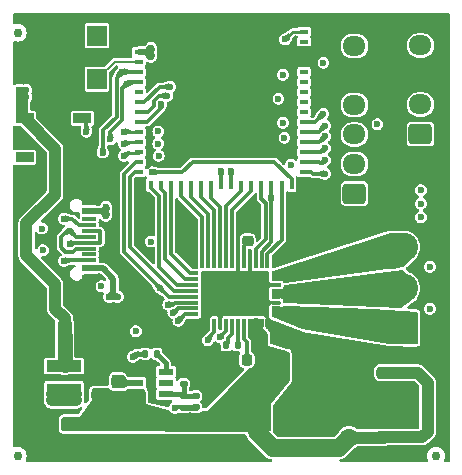
<source format=gbr>
%TF.GenerationSoftware,KiCad,Pcbnew,8.0.5*%
%TF.CreationDate,2024-09-12T15:57:09+03:00*%
%TF.ProjectId,Small_ESC,536d616c-6c5f-4455-9343-2e6b69636164,rev?*%
%TF.SameCoordinates,Original*%
%TF.FileFunction,Copper,L1,Top*%
%TF.FilePolarity,Positive*%
%FSLAX46Y46*%
G04 Gerber Fmt 4.6, Leading zero omitted, Abs format (unit mm)*
G04 Created by KiCad (PCBNEW 8.0.5) date 2024-09-12 15:57:09*
%MOMM*%
%LPD*%
G01*
G04 APERTURE LIST*
G04 Aperture macros list*
%AMRoundRect*
0 Rectangle with rounded corners*
0 $1 Rounding radius*
0 $2 $3 $4 $5 $6 $7 $8 $9 X,Y pos of 4 corners*
0 Add a 4 corners polygon primitive as box body*
4,1,4,$2,$3,$4,$5,$6,$7,$8,$9,$2,$3,0*
0 Add four circle primitives for the rounded corners*
1,1,$1+$1,$2,$3*
1,1,$1+$1,$4,$5*
1,1,$1+$1,$6,$7*
1,1,$1+$1,$8,$9*
0 Add four rect primitives between the rounded corners*
20,1,$1+$1,$2,$3,$4,$5,0*
20,1,$1+$1,$4,$5,$6,$7,0*
20,1,$1+$1,$6,$7,$8,$9,0*
20,1,$1+$1,$8,$9,$2,$3,0*%
G04 Aperture macros list end*
%TA.AperFunction,SMDPad,CuDef*%
%ADD10RoundRect,0.225000X-0.225000X-0.250000X0.225000X-0.250000X0.225000X0.250000X-0.225000X0.250000X0*%
%TD*%
%TA.AperFunction,SMDPad,CuDef*%
%ADD11RoundRect,0.250000X0.475000X-0.250000X0.475000X0.250000X-0.475000X0.250000X-0.475000X-0.250000X0*%
%TD*%
%TA.AperFunction,SMDPad,CuDef*%
%ADD12RoundRect,0.140000X0.140000X0.170000X-0.140000X0.170000X-0.140000X-0.170000X0.140000X-0.170000X0*%
%TD*%
%TA.AperFunction,SMDPad,CuDef*%
%ADD13C,0.750000*%
%TD*%
%TA.AperFunction,SMDPad,CuDef*%
%ADD14R,3.000000X1.000000*%
%TD*%
%TA.AperFunction,SMDPad,CuDef*%
%ADD15R,1.250000X0.600000*%
%TD*%
%TA.AperFunction,SMDPad,CuDef*%
%ADD16RoundRect,0.250000X-0.475000X0.250000X-0.475000X-0.250000X0.475000X-0.250000X0.475000X0.250000X0*%
%TD*%
%TA.AperFunction,SMDPad,CuDef*%
%ADD17R,1.150000X0.600000*%
%TD*%
%TA.AperFunction,SMDPad,CuDef*%
%ADD18R,1.150000X0.300000*%
%TD*%
%TA.AperFunction,ComponentPad*%
%ADD19O,2.100000X1.000000*%
%TD*%
%TA.AperFunction,ComponentPad*%
%ADD20O,1.800000X1.000000*%
%TD*%
%TA.AperFunction,ComponentPad*%
%ADD21RoundRect,0.250000X0.725000X-0.600000X0.725000X0.600000X-0.725000X0.600000X-0.725000X-0.600000X0*%
%TD*%
%TA.AperFunction,ComponentPad*%
%ADD22O,1.950000X1.700000*%
%TD*%
%TA.AperFunction,SMDPad,CuDef*%
%ADD23RoundRect,0.140000X0.170000X-0.140000X0.170000X0.140000X-0.170000X0.140000X-0.170000X-0.140000X0*%
%TD*%
%TA.AperFunction,SMDPad,CuDef*%
%ADD24R,0.800000X0.400000*%
%TD*%
%TA.AperFunction,SMDPad,CuDef*%
%ADD25R,0.400000X0.800000*%
%TD*%
%TA.AperFunction,SMDPad,CuDef*%
%ADD26R,1.200000X1.200000*%
%TD*%
%TA.AperFunction,SMDPad,CuDef*%
%ADD27R,0.800000X0.800000*%
%TD*%
%TA.AperFunction,SMDPad,CuDef*%
%ADD28R,1.500000X0.900000*%
%TD*%
%TA.AperFunction,SMDPad,CuDef*%
%ADD29RoundRect,0.135000X0.185000X-0.135000X0.185000X0.135000X-0.185000X0.135000X-0.185000X-0.135000X0*%
%TD*%
%TA.AperFunction,SMDPad,CuDef*%
%ADD30RoundRect,0.250000X-0.325000X-1.100000X0.325000X-1.100000X0.325000X1.100000X-0.325000X1.100000X0*%
%TD*%
%TA.AperFunction,ComponentPad*%
%ADD31R,2.400000X2.400000*%
%TD*%
%TA.AperFunction,ComponentPad*%
%ADD32C,2.400000*%
%TD*%
%TA.AperFunction,ComponentPad*%
%ADD33R,1.700000X1.700000*%
%TD*%
%TA.AperFunction,ComponentPad*%
%ADD34O,1.700000X1.700000*%
%TD*%
%TA.AperFunction,SMDPad,CuDef*%
%ADD35RoundRect,0.225000X-0.250000X0.225000X-0.250000X-0.225000X0.250000X-0.225000X0.250000X0.225000X0*%
%TD*%
%TA.AperFunction,SMDPad,CuDef*%
%ADD36R,0.300000X0.800000*%
%TD*%
%TA.AperFunction,SMDPad,CuDef*%
%ADD37R,0.800000X0.300000*%
%TD*%
%TA.AperFunction,SMDPad,CuDef*%
%ADD38R,5.800000X3.800000*%
%TD*%
%TA.AperFunction,SMDPad,CuDef*%
%ADD39RoundRect,0.140000X-0.140000X-0.170000X0.140000X-0.170000X0.140000X0.170000X-0.140000X0.170000X0*%
%TD*%
%TA.AperFunction,SMDPad,CuDef*%
%ADD40RoundRect,0.250000X-0.250000X-0.475000X0.250000X-0.475000X0.250000X0.475000X-0.250000X0.475000X0*%
%TD*%
%TA.AperFunction,ComponentPad*%
%ADD41C,1.600000*%
%TD*%
%TA.AperFunction,ViaPad*%
%ADD42C,0.600000*%
%TD*%
%TA.AperFunction,Conductor*%
%ADD43C,0.400000*%
%TD*%
%TA.AperFunction,Conductor*%
%ADD44C,0.500000*%
%TD*%
%TA.AperFunction,Conductor*%
%ADD45C,1.000000*%
%TD*%
%TA.AperFunction,Conductor*%
%ADD46C,0.300000*%
%TD*%
%TA.AperFunction,Conductor*%
%ADD47C,1.250000*%
%TD*%
%TA.AperFunction,Conductor*%
%ADD48C,1.500000*%
%TD*%
%TA.AperFunction,Conductor*%
%ADD49C,2.000000*%
%TD*%
%TA.AperFunction,Conductor*%
%ADD50C,0.250000*%
%TD*%
%TA.AperFunction,Conductor*%
%ADD51C,0.200000*%
%TD*%
G04 APERTURE END LIST*
D10*
%TO.P,C18,1*%
%TO.N,Net-(IC1-CP)*%
X20815000Y9652000D03*
%TO.P,C18,2*%
%TO.N,VBUS*%
X22365000Y9652000D03*
%TD*%
D11*
%TO.P,C31,1*%
%TO.N,GND*%
X9868000Y2352000D03*
%TO.P,C31,2*%
%TO.N,VBUS*%
X9868000Y4252000D03*
%TD*%
%TO.P,C27,1*%
%TO.N,GND*%
X13932000Y2352000D03*
%TO.P,C27,2*%
%TO.N,VBUS*%
X13932000Y4252000D03*
%TD*%
D12*
%TO.P,C22,1*%
%TO.N,GND*%
X23086000Y11430000D03*
%TO.P,C22,2*%
%TO.N,VBUS*%
X22126000Y11430000D03*
%TD*%
D13*
%TO.P,FID1,*%
%TO.N,*%
X1422400Y37338000D03*
%TD*%
D14*
%TO.P,L1,1,1*%
%TO.N,Net-(PS1-SW)*%
X5334000Y7128000D03*
%TO.P,L1,2,2*%
%TO.N,+3.3V*%
X5334000Y9128000D03*
%TD*%
D15*
%TO.P,PS1,1,GND*%
%TO.N,GND*%
X11470000Y8636000D03*
%TO.P,PS1,2,SW*%
%TO.N,Net-(PS1-SW)*%
X11470000Y7686000D03*
%TO.P,PS1,3,VIN*%
%TO.N,VBUS*%
X11470000Y6736000D03*
%TO.P,PS1,4,FB*%
%TO.N,Net-(PS1-FB)*%
X13970000Y6736000D03*
%TO.P,PS1,5,EN*%
%TO.N,unconnected-(PS1-EN-Pad5)*%
X13970000Y7686000D03*
%TO.P,PS1,6,BOOT*%
%TO.N,Net-(PS1-BOOT)*%
X13970000Y8636000D03*
%TD*%
D16*
%TO.P,C15,1*%
%TO.N,GND*%
X34544000Y5014000D03*
%TO.P,C15,2*%
%TO.N,VBUS*%
X34544000Y3114000D03*
%TD*%
D11*
%TO.P,C32,1*%
%TO.N,GND*%
X11900000Y2352000D03*
%TO.P,C32,2*%
%TO.N,VBUS*%
X11900000Y4252000D03*
%TD*%
D16*
%TO.P,C3,1*%
%TO.N,GND*%
X8382000Y8570000D03*
%TO.P,C3,2*%
%TO.N,VBUS*%
X8382000Y6670000D03*
%TD*%
%TO.P,C14,1*%
%TO.N,GND*%
X32512000Y5014000D03*
%TO.P,C14,2*%
%TO.N,VBUS*%
X32512000Y3114000D03*
%TD*%
D17*
%TO.P,J1,A1,GND*%
%TO.N,GND*%
X7490000Y23012000D03*
%TO.P,J1,A4,VBUS*%
%TO.N,Net-(D1-A)*%
X7490000Y22212000D03*
D18*
%TO.P,J1,A5,CC1*%
%TO.N,Net-(J1-CC1)*%
X7490000Y21062000D03*
%TO.P,J1,A6,D+*%
%TO.N,/D+*%
X7490000Y20062000D03*
%TO.P,J1,A7,D-*%
%TO.N,/D-*%
X7490000Y19562000D03*
%TO.P,J1,A8,SBU1*%
%TO.N,unconnected-(J1-SBU1-PadA8)*%
X7490000Y18562000D03*
D17*
%TO.P,J1,A9,VBUS*%
%TO.N,Net-(D1-A)*%
X7490000Y17412000D03*
%TO.P,J1,A12,GND*%
%TO.N,GND*%
X7490000Y16612000D03*
%TO.P,J1,B1,GND*%
X7490000Y16612000D03*
%TO.P,J1,B4,VBUS*%
%TO.N,Net-(D1-A)*%
X7490000Y17412000D03*
D18*
%TO.P,J1,B5,CC2*%
%TO.N,Net-(J1-CC2)*%
X7490000Y18062000D03*
%TO.P,J1,B6,D+*%
%TO.N,/D+*%
X7490000Y19062000D03*
%TO.P,J1,B7,D-*%
%TO.N,/D-*%
X7490000Y20562000D03*
%TO.P,J1,B8,SBU2*%
%TO.N,unconnected-(J1-SBU2-PadB8)*%
X7490000Y21562000D03*
D17*
%TO.P,J1,B9,VBUS*%
%TO.N,Net-(D1-A)*%
X7490000Y22212000D03*
%TO.P,J1,B12,GND*%
%TO.N,GND*%
X7490000Y23012000D03*
D19*
%TO.P,J1,S1,SHIELD*%
X6915000Y24132000D03*
D20*
X2735000Y24132000D03*
D19*
X6915000Y15492000D03*
D20*
X2735000Y15492000D03*
%TD*%
D21*
%TO.P,J4,1*%
%TO.N,/UART TX*%
X35514000Y28762000D03*
D22*
%TO.P,J4,2*%
%TO.N,/UART RX{slash}PWM_IN*%
X35514000Y31262000D03*
%TO.P,J4,3*%
%TO.N,GND*%
X35514000Y33762000D03*
%TO.P,J4,4*%
%TO.N,+3.3V*%
X35514000Y36262000D03*
%TD*%
D21*
%TO.P,J5,1*%
%TO.N,/Hall_A{slash}SCK*%
X29926000Y23722000D03*
D22*
%TO.P,J5,2*%
%TO.N,/Hall_B{slash}MOSI*%
X29926000Y26222000D03*
%TO.P,J5,3*%
%TO.N,/Hall_C{slash}MISO*%
X29926000Y28722000D03*
%TO.P,J5,4*%
%TO.N,/CS*%
X29926000Y31222000D03*
%TO.P,J5,5*%
%TO.N,GND*%
X29926000Y33722000D03*
%TO.P,J5,6*%
%TO.N,+3.3V*%
X29926000Y36222000D03*
%TD*%
D23*
%TO.P,C2,1*%
%TO.N,+3.3V*%
X16510000Y5616000D03*
%TO.P,C2,2*%
%TO.N,Net-(PS1-FB)*%
X16510000Y6576000D03*
%TD*%
D24*
%TO.P,IC2,1,GND_1*%
%TO.N,GND*%
X11654000Y37431000D03*
%TO.P,IC2,2,GND_2*%
X11654000Y36581000D03*
%TO.P,IC2,3,3V3*%
%TO.N,+3.3V*%
X11654000Y35731000D03*
%TO.P,IC2,4,IO0*%
%TO.N,/ESP_IO0*%
X11654000Y34881000D03*
%TO.P,IC2,5,IO1*%
%TO.N,/Vbus_ADC*%
X11654000Y34031000D03*
%TO.P,IC2,6,IO2*%
%TO.N,/TEMP_ADC*%
X11654000Y33181000D03*
%TO.P,IC2,7,IO3*%
%TO.N,unconnected-(IC2-IO3-Pad7)*%
X11654000Y32331000D03*
%TO.P,IC2,8,IO4*%
%TO.N,/SENSE_A*%
X11654000Y31481000D03*
%TO.P,IC2,9,IO5*%
%TO.N,/SENSE_B*%
X11654000Y30631000D03*
%TO.P,IC2,10,IO6*%
%TO.N,/SENSE_C*%
X11654000Y29781000D03*
%TO.P,IC2,11,IO7*%
%TO.N,/CS_A*%
X11654000Y28931000D03*
%TO.P,IC2,12,IO8*%
%TO.N,/CS_B*%
X11654000Y28081000D03*
%TO.P,IC2,13,IO9*%
%TO.N,/CS_C*%
X11654000Y27231000D03*
%TO.P,IC2,14,IO10*%
%TO.N,/VREF*%
X11654000Y26381000D03*
%TO.P,IC2,15,IO11*%
%TO.N,/DRV_CS*%
X11654000Y25531000D03*
D25*
%TO.P,IC2,16,IO12*%
%TO.N,/DRV_SCLK*%
X12704000Y24481000D03*
%TO.P,IC2,17,IO13*%
%TO.N,/DRV_SDI*%
X13554000Y24481000D03*
%TO.P,IC2,18,IO14*%
%TO.N,/DRV_SDO*%
X14404000Y24481000D03*
%TO.P,IC2,19,IO15*%
%TO.N,/INLC*%
X15254000Y24481000D03*
%TO.P,IC2,20,IO16*%
%TO.N,/INHC*%
X16104000Y24481000D03*
%TO.P,IC2,21,IO17*%
%TO.N,/INLB*%
X16954000Y24481000D03*
%TO.P,IC2,22,IO18*%
%TO.N,/INHB*%
X17804000Y24481000D03*
%TO.P,IC2,23,IO19*%
%TO.N,/D-*%
X18654000Y24481000D03*
%TO.P,IC2,24,IO20*%
%TO.N,/D+*%
X19504000Y24481000D03*
%TO.P,IC2,25,IO21*%
%TO.N,/INLA*%
X20354000Y24481000D03*
%TO.P,IC2,26,IO26*%
%TO.N,/INHA*%
X21204000Y24481000D03*
%TO.P,IC2,27,IO47*%
%TO.N,/DRV_nSLEEP*%
X22054000Y24481000D03*
%TO.P,IC2,28,IO33*%
%TO.N,/DRV_nFAULT*%
X22904000Y24481000D03*
%TO.P,IC2,29,IO34*%
%TO.N,/DRV_OFF*%
X23754000Y24481000D03*
%TO.P,IC2,30,IO48*%
%TO.N,/LED_DIN*%
X24604000Y24481000D03*
D24*
%TO.P,IC2,31,IO35*%
%TO.N,Net-(IC2-IO35)*%
X25654000Y25531000D03*
%TO.P,IC2,32,IO36*%
%TO.N,Net-(IC2-IO36)*%
X25654000Y26381000D03*
%TO.P,IC2,33,IO37*%
%TO.N,Net-(IC2-IO37)*%
X25654000Y27231000D03*
%TO.P,IC2,34,IO38*%
%TO.N,Net-(IC2-IO38)*%
X25654000Y28081000D03*
%TO.P,IC2,35,IO39*%
%TO.N,Net-(IC2-IO39)*%
X25654000Y28931000D03*
%TO.P,IC2,36,IO40*%
%TO.N,Net-(IC2-IO40)*%
X25654000Y29781000D03*
%TO.P,IC2,37,IO41*%
%TO.N,unconnected-(IC2-IO41-Pad37)*%
X25654000Y30631000D03*
%TO.P,IC2,38,IO42*%
%TO.N,unconnected-(IC2-IO42-Pad38)*%
X25654000Y31481000D03*
%TO.P,IC2,39,TXD0*%
%TO.N,unconnected-(IC2-TXD0-Pad39)*%
X25654000Y32331000D03*
%TO.P,IC2,40,RXD0*%
%TO.N,unconnected-(IC2-RXD0-Pad40)*%
X25654000Y33181000D03*
%TO.P,IC2,41,IO45*%
%TO.N,unconnected-(IC2-IO45-Pad41)*%
X25654000Y34031000D03*
%TO.P,IC2,42,GND_3*%
%TO.N,GND*%
X25654000Y34881000D03*
%TO.P,IC2,43,GND_4*%
X25654000Y35731000D03*
%TO.P,IC2,44,IO46*%
%TO.N,unconnected-(IC2-IO46-Pad44)*%
X25654000Y36581000D03*
%TO.P,IC2,45,EN*%
%TO.N,/ESP_EN*%
X25654000Y37431000D03*
D25*
%TO.P,IC2,46,GND_5*%
%TO.N,GND*%
X24604000Y38481000D03*
%TO.P,IC2,47,GND_6*%
X23754000Y38481000D03*
%TO.P,IC2,48,GND_7*%
X22904000Y38481000D03*
%TO.P,IC2,49,GND_8*%
X22054000Y38481000D03*
%TO.P,IC2,50,GND_9*%
X21204000Y38481000D03*
%TO.P,IC2,51,GND_10*%
X20354000Y38481000D03*
%TO.P,IC2,52,GND_11*%
X19504000Y38481000D03*
%TO.P,IC2,53,GND_12*%
X18654000Y38481000D03*
%TO.P,IC2,54,GND_13*%
X17804000Y38481000D03*
%TO.P,IC2,55,GND_14*%
X16954000Y38481000D03*
%TO.P,IC2,56,GND_15*%
X16104000Y38481000D03*
%TO.P,IC2,57,GND_16*%
X15254000Y38481000D03*
%TO.P,IC2,58,GND_17*%
X14404000Y38481000D03*
%TO.P,IC2,59,GND_18*%
X13554000Y38481000D03*
%TO.P,IC2,60,GND_19*%
X12704000Y38481000D03*
D26*
%TO.P,IC2,61,GND_20*%
X18654000Y31481000D03*
D27*
%TO.P,IC2,62,GND_21*%
X11654000Y38481000D03*
%TO.P,IC2,63,GND_22*%
X11654000Y24481000D03*
%TO.P,IC2,64,GND_23*%
X25654000Y24481000D03*
%TO.P,IC2,65,GND_24*%
X25654000Y38481000D03*
D26*
%TO.P,IC2,66,GND_25*%
X17004000Y33131000D03*
%TO.P,IC2,67,GND_26*%
X17004000Y31481000D03*
%TO.P,IC2,68,GND_27*%
X17004000Y29831000D03*
%TO.P,IC2,69,GND_28*%
X18654000Y29831000D03*
%TO.P,IC2,70,GND_29*%
X20304000Y29831000D03*
%TO.P,IC2,71,GND_30*%
X20304000Y31481000D03*
%TO.P,IC2,72,GND_31*%
X20304000Y33131000D03*
%TO.P,IC2,73,GND_32*%
X18654000Y33131000D03*
%TD*%
D28*
%TO.P,D2,1,VDD*%
%TO.N,+3.3V*%
X1995000Y30098000D03*
%TO.P,D2,2,DOUT*%
%TO.N,unconnected-(D2-DOUT-Pad2)*%
X1995000Y26798000D03*
%TO.P,D2,3,VSS*%
%TO.N,GND*%
X6895000Y26798000D03*
%TO.P,D2,4,DIN*%
%TO.N,/LED_DIN*%
X6895000Y30098000D03*
%TD*%
D29*
%TO.P,R1,1*%
%TO.N,+3.3V*%
X15494000Y5586000D03*
%TO.P,R1,2*%
%TO.N,Net-(PS1-FB)*%
X15494000Y6606000D03*
%TD*%
D30*
%TO.P,C4,1*%
%TO.N,+3.3V*%
X5383000Y11684000D03*
%TO.P,C4,2*%
%TO.N,GND*%
X8333000Y11684000D03*
%TD*%
D11*
%TO.P,C12,1*%
%TO.N,GND*%
X34544000Y6670000D03*
%TO.P,C12,2*%
%TO.N,VBUS*%
X34544000Y8570000D03*
%TD*%
D31*
%TO.P,J2,1,Pin_1*%
%TO.N,/OUT_A*%
X34098000Y12192000D03*
D32*
%TO.P,J2,2,Pin_2*%
%TO.N,/OUT_B*%
X34098000Y15692000D03*
%TO.P,J2,3,Pin_3*%
%TO.N,/OUT_C*%
X34098000Y19192000D03*
%TD*%
D29*
%TO.P,R2,1*%
%TO.N,Net-(PS1-FB)*%
X15494000Y7618000D03*
%TO.P,R2,2*%
%TO.N,GND*%
X15494000Y8638000D03*
%TD*%
D33*
%TO.P,SW2,1,1*%
%TO.N,/ESP_EN*%
X8133000Y37084000D03*
D34*
%TO.P,SW2,2,2*%
%TO.N,GND*%
X5593000Y37084000D03*
%TD*%
D33*
%TO.P,SW1,1,1*%
%TO.N,/ESP_IO0*%
X8133000Y33401000D03*
D34*
%TO.P,SW1,2,2*%
%TO.N,GND*%
X5593000Y33401000D03*
%TD*%
D12*
%TO.P,C1,1*%
%TO.N,Net-(PS1-BOOT)*%
X13180000Y10160000D03*
%TO.P,C1,2*%
%TO.N,Net-(PS1-SW)*%
X12220000Y10160000D03*
%TD*%
D35*
%TO.P,C9,1*%
%TO.N,GND*%
X20878800Y21247400D03*
%TO.P,C9,2*%
%TO.N,Net-(IC1-AVDD)*%
X20878800Y19697400D03*
%TD*%
D13*
%TO.P,FID3,*%
%TO.N,*%
X36830000Y1524000D03*
%TD*%
D11*
%TO.P,C28,1*%
%TO.N,GND*%
X15964000Y2352000D03*
%TO.P,C28,2*%
%TO.N,VBUS*%
X15964000Y4252000D03*
%TD*%
D36*
%TO.P,IC1,1,NC_1*%
%TO.N,GND*%
X17062000Y12740000D03*
%TO.P,IC1,2,AGND_1*%
X17562000Y12740000D03*
%TO.P,IC1,3,FB_BK*%
%TO.N,/DRV_BUCK*%
X18062000Y12740000D03*
%TO.P,IC1,4,GND_BK*%
%TO.N,GND*%
X18562000Y12740000D03*
%TO.P,IC1,5,SW_BK*%
%TO.N,Net-(IC1-SW_BK)*%
X19062000Y12740000D03*
%TO.P,IC1,6,CPL*%
%TO.N,Net-(IC1-CPL)*%
X19562000Y12740000D03*
%TO.P,IC1,7,CPH*%
%TO.N,Net-(IC1-CPH)*%
X20062000Y12740000D03*
%TO.P,IC1,8,CP*%
%TO.N,Net-(IC1-CP)*%
X20562000Y12740000D03*
%TO.P,IC1,9,VM_1*%
%TO.N,VBUS*%
X21062000Y12740000D03*
%TO.P,IC1,10,VM_2*%
X21562000Y12740000D03*
%TO.P,IC1,11,VM_3*%
X22062000Y12740000D03*
%TO.P,IC1,12,PGND_1*%
%TO.N,GND*%
X22562000Y12740000D03*
D37*
%TO.P,IC1,13,OUTA_1*%
%TO.N,/OUT_A*%
X23312000Y13490000D03*
%TO.P,IC1,14,OUTA_2*%
X23312000Y13990000D03*
%TO.P,IC1,15,PGND_2*%
%TO.N,GND*%
X23312000Y14490000D03*
%TO.P,IC1,16,OUTB_1*%
%TO.N,/OUT_B*%
X23312000Y14990000D03*
%TO.P,IC1,17,OUTB_2*%
X23312000Y15490000D03*
%TO.P,IC1,18,PGND_3*%
%TO.N,GND*%
X23312000Y15990000D03*
%TO.P,IC1,19,OUTC_1*%
%TO.N,/OUT_C*%
X23312000Y16490000D03*
%TO.P,IC1,20,OUTC_2*%
X23312000Y16990000D03*
D36*
%TO.P,IC1,21,DRVOFF*%
%TO.N,/DRV_OFF*%
X22562000Y17740000D03*
%TO.P,IC1,22,NFAULT*%
%TO.N,/DRV_nFAULT*%
X22062000Y17740000D03*
%TO.P,IC1,23,NSLEEP*%
%TO.N,/DRV_nSLEEP*%
X21562000Y17740000D03*
%TO.P,IC1,24,NC_2*%
%TO.N,GND*%
X21062000Y17740000D03*
%TO.P,IC1,25,AVDD*%
%TO.N,Net-(IC1-AVDD)*%
X20562000Y17740000D03*
%TO.P,IC1,26,AGND_2*%
%TO.N,GND*%
X20062000Y17740000D03*
%TO.P,IC1,27,INHA*%
%TO.N,/INHA*%
X19562000Y17740000D03*
%TO.P,IC1,28,INLA*%
%TO.N,/INLA*%
X19062000Y17740000D03*
%TO.P,IC1,29,INHB*%
%TO.N,/INHB*%
X18562000Y17740000D03*
%TO.P,IC1,30,INLB*%
%TO.N,/INLB*%
X18062000Y17740000D03*
%TO.P,IC1,31,INHC*%
%TO.N,/INHC*%
X17562000Y17740000D03*
%TO.P,IC1,32,INLC*%
%TO.N,/INLC*%
X17062000Y17740000D03*
D37*
%TO.P,IC1,33,SDO*%
%TO.N,/DRV_SDO*%
X16312000Y16990000D03*
%TO.P,IC1,34,SDI*%
%TO.N,/DRV_SDI*%
X16312000Y16490000D03*
%TO.P,IC1,35,SCLK*%
%TO.N,/DRV_SCLK*%
X16312000Y15990000D03*
%TO.P,IC1,36,NSCS*%
%TO.N,/DRV_CS*%
X16312000Y15490000D03*
%TO.P,IC1,37,VREF/_ILIM*%
%TO.N,/VREF*%
X16312000Y14990000D03*
%TO.P,IC1,38,SOC*%
%TO.N,/SOC*%
X16312000Y14490000D03*
%TO.P,IC1,39,SOB*%
%TO.N,/SOB*%
X16312000Y13990000D03*
%TO.P,IC1,40,SOA*%
%TO.N,/SOA*%
X16312000Y13490000D03*
D38*
%TO.P,IC1,41,GND*%
%TO.N,GND*%
X19812000Y15240000D03*
%TD*%
D39*
%TO.P,C19,1*%
%TO.N,Net-(IC1-CPL)*%
X19078000Y10871200D03*
%TO.P,C19,2*%
%TO.N,Net-(IC1-CPH)*%
X20038000Y10871200D03*
%TD*%
D13*
%TO.P,FID2,*%
%TO.N,*%
X1422400Y1524000D03*
%TD*%
D40*
%TO.P,C21,1*%
%TO.N,VBUS*%
X23942000Y9652000D03*
%TO.P,C21,2*%
%TO.N,GND*%
X25842000Y9652000D03*
%TD*%
D11*
%TO.P,C29,1*%
%TO.N,GND*%
X32512000Y6670000D03*
%TO.P,C29,2*%
%TO.N,VBUS*%
X32512000Y8570000D03*
%TD*%
D41*
%TO.P,C16,1*%
%TO.N,VBUS*%
X29464000Y3048000D03*
%TO.P,C16,2*%
%TO.N,GND*%
X29464000Y8048000D03*
%TD*%
D31*
%TO.P,J3,1,Pin_1*%
%TO.N,VBUS*%
X21646000Y4764000D03*
D32*
%TO.P,J3,2,Pin_2*%
%TO.N,GND*%
X25146000Y4764000D03*
%TD*%
D11*
%TO.P,C11,1*%
%TO.N,GND*%
X5842000Y2352000D03*
%TO.P,C11,2*%
%TO.N,VBUS*%
X5842000Y4252000D03*
%TD*%
%TO.P,C30,1*%
%TO.N,GND*%
X7874000Y2352000D03*
%TO.P,C30,2*%
%TO.N,VBUS*%
X7874000Y4252000D03*
%TD*%
%TO.P,C10,1*%
%TO.N,GND*%
X17996000Y2352000D03*
%TO.P,C10,2*%
%TO.N,VBUS*%
X17996000Y4252000D03*
%TD*%
D42*
%TO.N,Net-(PS1-SW)*%
X4317791Y6223000D03*
X5842209Y6223000D03*
X9652000Y7493000D03*
X5334000Y6223000D03*
X11176000Y9906000D03*
X10160209Y7493000D03*
X9651791Y8128000D03*
X10160000Y8128000D03*
X6350000Y6223000D03*
X4826000Y6223000D03*
%TO.N,+3.3V*%
X1524000Y32512000D03*
X2159000Y31877000D03*
X12700000Y36068000D03*
X1524000Y31877000D03*
X14732000Y5588000D03*
X5334000Y9906000D03*
X2159000Y32512000D03*
X11430000Y12065000D03*
X12700000Y35306000D03*
%TO.N,GND*%
X13396144Y13018464D03*
X2896144Y37018464D03*
X28396144Y5518464D03*
X3911600Y1625600D03*
X23164800Y12192000D03*
X11684000Y20929600D03*
X18033791Y1524000D03*
X25396144Y11518464D03*
X2896144Y2518464D03*
X25396144Y19018464D03*
X20955000Y14859000D03*
X20955000Y16637000D03*
X21463000Y15748000D03*
X6350000Y1524000D03*
X10413791Y1524000D03*
X20320000Y15748000D03*
X1828800Y3962400D03*
X27381200Y22758400D03*
X20320000Y35560000D03*
X34396144Y10018464D03*
X17830800Y32308800D03*
X37396144Y26518464D03*
X20523200Y2235200D03*
X23571200Y30632400D03*
X27736800Y19608800D03*
X20320000Y34899600D03*
X29896144Y5518464D03*
X18643600Y32308800D03*
X10922000Y1524000D03*
X37396144Y37018464D03*
X18034000Y13970000D03*
X14896144Y34018464D03*
X11684000Y22352000D03*
X18542000Y1524000D03*
X29896144Y10018464D03*
X7873791Y1524000D03*
X13970000Y1524000D03*
X16916400Y32308800D03*
X5842000Y1524000D03*
X16784954Y27910154D03*
X33909000Y5842000D03*
X6858209Y1524000D03*
X17526000Y16637000D03*
X16002000Y1524000D03*
X26896144Y7018464D03*
X21463000Y13970000D03*
X31396144Y10018464D03*
X17018209Y1524000D03*
X2896144Y11518464D03*
X1676400Y6604000D03*
X35896144Y10018464D03*
X37396144Y5518464D03*
X17526000Y1524000D03*
X17526000Y14859000D03*
X11430000Y1524000D03*
X18034000Y15748000D03*
X32893000Y5842000D03*
X33401209Y5842000D03*
X5333791Y1524000D03*
X19177000Y15748000D03*
X7366000Y1524000D03*
X18643600Y30683200D03*
X37396144Y10018464D03*
X8890000Y1524000D03*
X4396144Y31018464D03*
X26924000Y10210800D03*
X24942800Y20523200D03*
X22396144Y34018464D03*
X34396144Y25018464D03*
X9906000Y1524000D03*
X16052800Y19151600D03*
X8382000Y1524000D03*
X35896144Y26518464D03*
X32715200Y1676400D03*
X31648400Y23622000D03*
X4622800Y29616400D03*
X37396144Y8518464D03*
X18542000Y7493000D03*
X2896144Y10018464D03*
X19812000Y16637000D03*
X25396144Y7018464D03*
X37396144Y7018464D03*
X34645600Y1676400D03*
X13396144Y11518464D03*
X37396144Y25018464D03*
X15493791Y1524000D03*
X28396144Y10018464D03*
X9398209Y1524000D03*
X21082000Y22098000D03*
X11938209Y1524000D03*
X35610800Y38049200D03*
X18135600Y8483600D03*
X20320000Y13970000D03*
X19507200Y29819600D03*
X12446000Y1524000D03*
X20320000Y32308800D03*
X21640800Y32562800D03*
X9525000Y12065000D03*
X19507200Y33172400D03*
X34416791Y5842000D03*
X17830800Y31496000D03*
X33731200Y29362400D03*
X32385000Y5842000D03*
X1524000Y34340800D03*
X19812000Y14859000D03*
X9525000Y12573000D03*
X16000000Y21000000D03*
X13462000Y1524000D03*
X34925000Y5842000D03*
X37396144Y11518464D03*
X16510000Y1524000D03*
X22098000Y16637000D03*
X23876000Y11430000D03*
X17830800Y33172400D03*
X19177000Y13970000D03*
X37396144Y4018464D03*
X17830800Y30683200D03*
X31876791Y5842000D03*
X20320000Y30683200D03*
X9525000Y11556791D03*
X14478209Y1524000D03*
X19507200Y31496000D03*
X26924000Y9448800D03*
X19507200Y30683200D03*
X2896144Y13018464D03*
X15646400Y37693600D03*
X37396144Y13018464D03*
X32896144Y10018464D03*
X32969200Y38303200D03*
X26896144Y5518464D03*
X30734000Y1676400D03*
X12953791Y1524000D03*
X18669000Y16637000D03*
X26896144Y4018464D03*
X22098000Y14859000D03*
X18669000Y14859000D03*
X1676400Y8432800D03*
X19507200Y32308800D03*
X14986000Y1524000D03*
%TO.N,VBUS*%
X8890209Y5461000D03*
X8382000Y5461000D03*
X7874209Y5461000D03*
%TO.N,/Vbus_ADC*%
X10287000Y34036000D03*
X8621000Y27193000D03*
X8509000Y15875000D03*
%TO.N,/ESP_EN*%
X24066500Y36766500D03*
%TO.N,/VREF*%
X13462000Y15722000D03*
%TO.N,/DRV_BUCK*%
X17526000Y11303000D03*
%TO.N,/SOA*%
X15020106Y12954000D03*
X13323831Y28979387D03*
%TO.N,/SOB*%
X14601928Y13635418D03*
X13323831Y27949780D03*
%TO.N,/SOC*%
X13347637Y26902318D03*
X14169952Y14308174D03*
%TO.N,Net-(D1-A)*%
X8890000Y22606000D03*
X9906000Y14986000D03*
X9144000Y14986000D03*
X8890000Y21844000D03*
%TO.N,/LED_DIN*%
X7239000Y28956000D03*
X12827000Y25527000D03*
%TO.N,Net-(IC1-SW_BK)*%
X18544270Y11554952D03*
%TO.N,/DRV_nFAULT*%
X22860000Y23368000D03*
%TO.N,/CS_A*%
X10414000Y28956000D03*
%TO.N,/CS_B*%
X10414000Y27940000D03*
%TO.N,/CS_C*%
X10414000Y26924000D03*
%TO.N,/TEMP_ADC*%
X9271000Y28321000D03*
X12700000Y19659600D03*
X10668000Y33020000D03*
%TO.N,/D-*%
X3556000Y18923000D03*
X18625000Y25654000D03*
X5849517Y19453017D03*
%TO.N,/D+*%
X19475000Y25654000D03*
X5842000Y20574000D03*
X3464500Y20762000D03*
%TO.N,/SENSE_A*%
X14351000Y32766000D03*
X36322000Y13970000D03*
X35560000Y24003000D03*
%TO.N,/SENSE_B*%
X35560000Y22860000D03*
X14097000Y32004000D03*
X36322000Y17526000D03*
%TO.N,/SENSE_C*%
X13589000Y31305000D03*
X35560000Y21717000D03*
%TO.N,Net-(IC2-IO35)*%
X27432000Y25400000D03*
%TO.N,Net-(IC2-IO36)*%
X27432000Y26543000D03*
%TO.N,Net-(IC2-IO37)*%
X27432000Y27559000D03*
%TO.N,Net-(IC2-IO38)*%
X27446767Y28560233D03*
%TO.N,Net-(IC2-IO39)*%
X27432000Y29464000D03*
%TO.N,Net-(J1-CC1)*%
X5334000Y21590000D03*
%TO.N,Net-(J1-CC2)*%
X5334000Y18034000D03*
%TO.N,/UART TX*%
X24533872Y26147500D03*
%TO.N,/UART RX{slash}PWM_IN*%
X31877000Y29591000D03*
%TO.N,/Hall_A{slash}SCK*%
X23495000Y31750000D03*
%TO.N,/Hall_B{slash}MOSI*%
X24003000Y28448000D03*
X23876000Y33782000D03*
%TO.N,/Hall_C{slash}MISO*%
X27305000Y34798000D03*
X23876000Y29718000D03*
%TO.N,Net-(IC2-IO40)*%
X27305000Y30480000D03*
%TD*%
D43*
%TO.N,Net-(PS1-BOOT)*%
X13970000Y9370000D02*
X13180000Y10160000D01*
X13970000Y8636000D02*
X13970000Y9370000D01*
D44*
%TO.N,Net-(PS1-SW)*%
X10160000Y7493209D02*
X10160209Y7493000D01*
X10409000Y7493000D02*
X10602000Y7686000D01*
D45*
X4715000Y7128000D02*
X4318000Y6731000D01*
D43*
X11430000Y10160000D02*
X11176000Y9906000D01*
D44*
X9651791Y8128000D02*
X9651791Y7493209D01*
D43*
X10602000Y7686000D02*
X11470000Y7686000D01*
D44*
X10160000Y8128000D02*
X10160000Y7493209D01*
X9651791Y7493209D02*
X9652000Y7493000D01*
D43*
X12220000Y10160000D02*
X11430000Y10160000D01*
D44*
X9652000Y7493000D02*
X10160209Y7493000D01*
D45*
X4317791Y6223000D02*
X6350000Y6223000D01*
D44*
X11470000Y7686000D02*
X10353209Y7686000D01*
X10160209Y7493000D02*
X10409000Y7493000D01*
D45*
X4715000Y7128000D02*
X5334000Y7128000D01*
D44*
X9651791Y8001418D02*
X10160209Y7493000D01*
X10353209Y7686000D02*
X10160209Y7493000D01*
X9651791Y8128000D02*
X10160000Y8128000D01*
D45*
X5953000Y7128000D02*
X6350000Y6731000D01*
D43*
X10160000Y8128000D02*
X10602000Y7686000D01*
D44*
X9651791Y8128000D02*
X9651791Y8001418D01*
D45*
X5334000Y7128000D02*
X5953000Y7128000D01*
D44*
%TO.N,+3.3V*%
X12700000Y35306000D02*
X12275000Y35731000D01*
D45*
X5383000Y13159000D02*
X4572000Y13970000D01*
D44*
X12363000Y35731000D02*
X11654000Y35731000D01*
D43*
X16480000Y5586000D02*
X16510000Y5616000D01*
X15494000Y5586000D02*
X16480000Y5586000D01*
D46*
X5334000Y9906000D02*
X5383000Y9906000D01*
D45*
X4572000Y23622000D02*
X4572000Y27521000D01*
X4572000Y16067528D02*
X2159000Y18480528D01*
D47*
X5383000Y11684000D02*
X5383000Y9906000D01*
D44*
X12700000Y36068000D02*
X12700000Y35306000D01*
D45*
X1995000Y30098000D02*
X1778000Y30315000D01*
X4572000Y13970000D02*
X4572000Y16067528D01*
X2159000Y18480528D02*
X2159000Y21209000D01*
X1778000Y30315000D02*
X1778000Y32258000D01*
X5383000Y11684000D02*
X5383000Y13159000D01*
D46*
X14760000Y5616000D02*
X16510000Y5616000D01*
D47*
X5383000Y9906000D02*
X5383000Y9177000D01*
D44*
X12275000Y35731000D02*
X11654000Y35731000D01*
X12700000Y36068000D02*
X12363000Y35731000D01*
D46*
X14732000Y5588000D02*
X14760000Y5616000D01*
D45*
X2159000Y21209000D02*
X4572000Y23622000D01*
X4572000Y27521000D02*
X1995000Y30098000D01*
D43*
%TO.N,Net-(PS1-FB)*%
X16480000Y6606000D02*
X16510000Y6576000D01*
X15494000Y7618000D02*
X15494000Y6606000D01*
X15494000Y6606000D02*
X16480000Y6606000D01*
X15364000Y6736000D02*
X15494000Y6606000D01*
X13970000Y6736000D02*
X15364000Y6736000D01*
%TO.N,GND*%
X20828000Y21844000D02*
X21082000Y22098000D01*
X20828000Y21095000D02*
X20828000Y21844000D01*
D45*
X32512000Y5014000D02*
X34544000Y5014000D01*
X32512000Y6670000D02*
X34544000Y6670000D01*
%TO.N,VBUS*%
X22106000Y11640000D02*
X21562000Y12184000D01*
X32512000Y8570000D02*
X34544000Y8570000D01*
X32446000Y3048000D02*
X32512000Y3114000D01*
D48*
X23012400Y2184400D02*
X28600400Y2184400D01*
D49*
X23114000Y8128000D02*
X23114000Y9017000D01*
D48*
X21646000Y3550800D02*
X23012400Y2184400D01*
D45*
X34544000Y3114000D02*
X35676800Y3114000D01*
X22365000Y9652000D02*
X22106000Y9911000D01*
X36118800Y3556000D02*
X36118800Y7721600D01*
X8702000Y6350000D02*
X11557000Y6350000D01*
X21562000Y12184000D02*
X21562000Y12640000D01*
X36118800Y7721600D02*
X35270400Y8570000D01*
D48*
X28600400Y2184400D02*
X29464000Y3048000D01*
D45*
X35270400Y8570000D02*
X34544000Y8570000D01*
X29464000Y3048000D02*
X32446000Y3048000D01*
X8382000Y6670000D02*
X8382000Y4887000D01*
X8382000Y6670000D02*
X8382000Y5738000D01*
X5842000Y4252000D02*
X6985000Y4252000D01*
X32512000Y3114000D02*
X34544000Y3114000D01*
X35676800Y3114000D02*
X36118800Y3556000D01*
X6985000Y4252000D02*
X9017000Y4252000D01*
X8382000Y5649000D02*
X6985000Y4252000D01*
X8382000Y6670000D02*
X8382000Y5649000D01*
X23942000Y9652000D02*
X22365000Y9652000D01*
X8382000Y5738000D02*
X9868000Y4252000D01*
D49*
X21646000Y4764000D02*
X21646000Y6660000D01*
X21646000Y4764000D02*
X21646000Y4160400D01*
D45*
X8382000Y6670000D02*
X8702000Y6350000D01*
X22106000Y9911000D02*
X22106000Y11640000D01*
X8382000Y4887000D02*
X9017000Y4252000D01*
X9017000Y4252000D02*
X17996000Y4252000D01*
D48*
X21646000Y4764000D02*
X21646000Y3550800D01*
D49*
X21646000Y6660000D02*
X22733000Y7747000D01*
D46*
%TO.N,/Vbus_ADC*%
X9787000Y33536000D02*
X9787000Y30234000D01*
X10287000Y34036000D02*
X9787000Y33536000D01*
X10287000Y34036000D02*
X11649000Y34036000D01*
X8621000Y29068000D02*
X8621000Y27193000D01*
X11649000Y34036000D02*
X11654000Y34031000D01*
X9787000Y30234000D02*
X8621000Y29068000D01*
D50*
%TO.N,/ESP_EN*%
X24731000Y37431000D02*
X25654000Y37431000D01*
X24066500Y36766500D02*
X24731000Y37431000D01*
D46*
%TO.N,Net-(IC1-AVDD)*%
X20562000Y19279000D02*
X20828000Y19545000D01*
X20562000Y17740000D02*
X20562000Y19279000D01*
%TO.N,/VREF*%
X13462000Y15722000D02*
X10404000Y18780000D01*
X10404000Y25390000D02*
X11395000Y26381000D01*
X10404000Y18780000D02*
X10404000Y25390000D01*
X16312000Y14990000D02*
X14194000Y14990000D01*
X11395000Y26381000D02*
X11654000Y26381000D01*
X14194000Y14990000D02*
X13462000Y15722000D01*
%TO.N,Net-(IC1-CP)*%
X20815000Y11147965D02*
X20815000Y9652000D01*
X20562000Y11400965D02*
X20815000Y11147965D01*
X20562000Y12740000D02*
X20562000Y11400965D01*
%TO.N,Net-(IC1-CPL)*%
X19194270Y11038270D02*
X19194270Y11497846D01*
X19562000Y11865576D02*
X19562000Y12740000D01*
X19078000Y10922000D02*
X19194270Y11038270D01*
X19194270Y11497846D02*
X19562000Y11865576D01*
%TO.N,Net-(IC1-CPH)*%
X20038000Y10922000D02*
X20062000Y10946000D01*
X20062000Y10946000D02*
X20062000Y12740000D01*
%TO.N,/DRV_BUCK*%
X17526000Y11303000D02*
X17526000Y11454000D01*
X17526000Y11454000D02*
X18062000Y11990000D01*
X18062000Y11990000D02*
X18062000Y12740000D01*
%TO.N,/SOA*%
X15020106Y12954000D02*
X15556106Y13490000D01*
X15556106Y13490000D02*
X16312000Y13490000D01*
%TO.N,/SOB*%
X14601928Y13635418D02*
X14956510Y13990000D01*
X14956510Y13990000D02*
X16312000Y13990000D01*
%TO.N,/SOC*%
X14567577Y14308174D02*
X14749403Y14490000D01*
X14749403Y14490000D02*
X16312000Y14490000D01*
X14169952Y14308174D02*
X14567577Y14308174D01*
D44*
%TO.N,Net-(D1-A)*%
X8623000Y17412000D02*
X9525000Y16510000D01*
X7490000Y17412000D02*
X8623000Y17412000D01*
X8890000Y22606000D02*
X8890000Y21844000D01*
X7490000Y22212000D02*
X8522000Y22212000D01*
X9525000Y16510000D02*
X9525000Y15367000D01*
X9144000Y14986000D02*
X9906000Y14986000D01*
X9525000Y15367000D02*
X9144000Y14986000D01*
X8522000Y22212000D02*
X8890000Y21844000D01*
D46*
%TO.N,/LED_DIN*%
X15367000Y25527000D02*
X16256000Y26416000D01*
X12827000Y25527000D02*
X15367000Y25527000D01*
X7239000Y28956000D02*
X7239000Y29754000D01*
X23119000Y26416000D02*
X24604000Y24931000D01*
X16256000Y26416000D02*
X23119000Y26416000D01*
X7239000Y29754000D02*
X6895000Y30098000D01*
X24604000Y24931000D02*
X24604000Y24481000D01*
%TO.N,Net-(IC1-SW_BK)*%
X19062000Y12072682D02*
X19062000Y12740000D01*
X18544270Y11554952D02*
X19062000Y12072682D01*
D45*
%TO.N,/OUT_B*%
X34098000Y15692000D02*
X33646000Y15240000D01*
D46*
%TO.N,/DRV_OFF*%
X22562000Y18576615D02*
X23754000Y19768615D01*
X23754000Y19768615D02*
X23754000Y24481000D01*
X22562000Y17740000D02*
X22562000Y18576615D01*
%TO.N,/DRV_nFAULT*%
X22904000Y23412000D02*
X22904000Y24481000D01*
X22062000Y18783721D02*
X22904000Y19625721D01*
X22062000Y17740000D02*
X22062000Y18783721D01*
X22860000Y23368000D02*
X22904000Y23412000D01*
X22904000Y19625721D02*
X22904000Y23324000D01*
X22904000Y23324000D02*
X22860000Y23368000D01*
%TO.N,/DRV_nSLEEP*%
X22404000Y19832827D02*
X22404000Y22904761D01*
X22054000Y23254761D02*
X22054000Y24481000D01*
X21562000Y17740000D02*
X21562000Y18990827D01*
X22404000Y22904761D02*
X22054000Y23254761D01*
X21562000Y18990827D02*
X22404000Y19832827D01*
%TO.N,/INHA*%
X21204000Y24481000D02*
X21204000Y23947200D01*
X21204000Y23947200D02*
X19562000Y22305200D01*
X19562000Y22305200D02*
X19562000Y17740000D01*
%TO.N,/INLA*%
X20354000Y23960800D02*
X19062000Y22668800D01*
X20354000Y24481000D02*
X20354000Y23960800D01*
X19062000Y22668800D02*
X19062000Y17740000D01*
%TO.N,/INHB*%
X17804000Y23344000D02*
X18562000Y22586000D01*
X18562000Y22586000D02*
X18562000Y17740000D01*
X17804000Y24481000D02*
X17804000Y23344000D01*
%TO.N,/INLB*%
X18062000Y22324000D02*
X18062000Y17740000D01*
X16954000Y23432000D02*
X18062000Y22324000D01*
X16954000Y24481000D02*
X16954000Y23432000D01*
%TO.N,/INHC*%
X16104000Y23418400D02*
X17562000Y21960400D01*
X16104000Y24481000D02*
X16104000Y23418400D01*
X17562000Y21960400D02*
X17562000Y17740000D01*
%TO.N,/INLC*%
X17062000Y21698400D02*
X17062000Y17740000D01*
X15254000Y23506400D02*
X17062000Y21698400D01*
X15254000Y24481000D02*
X15254000Y23506400D01*
%TO.N,/DRV_SDO*%
X16312000Y16990000D02*
X16030000Y16990000D01*
X16030000Y16990000D02*
X14404000Y18616000D01*
X14404000Y18616000D02*
X14404000Y24481000D01*
%TO.N,/DRV_SDI*%
X13904000Y23731000D02*
X13554000Y24081000D01*
X13904000Y18148000D02*
X13904000Y23731000D01*
X15562000Y16490000D02*
X13904000Y18148000D01*
X13554000Y24081000D02*
X13554000Y24481000D01*
X16312000Y16490000D02*
X15562000Y16490000D01*
%TO.N,/DRV_SCLK*%
X16312000Y15990000D02*
X14943106Y15990000D01*
X12704000Y24223894D02*
X12704000Y24481000D01*
X14943106Y15990000D02*
X13404000Y17529106D01*
X13404000Y17529106D02*
X13404000Y23523894D01*
X13404000Y23523894D02*
X12704000Y24223894D01*
%TO.N,/DRV_CS*%
X14112000Y15987000D02*
X14112000Y15991239D01*
X14609000Y15490000D02*
X14112000Y15987000D01*
X10904000Y25128000D02*
X11307000Y25531000D01*
X13731239Y16372000D02*
X13727000Y16372000D01*
X10904000Y19195000D02*
X10904000Y25128000D01*
X16312000Y15490000D02*
X14609000Y15490000D01*
X11307000Y25531000D02*
X11654000Y25531000D01*
X14112000Y15991239D02*
X13731239Y16372000D01*
X13727000Y16372000D02*
X10904000Y19195000D01*
D51*
%TO.N,/ESP_IO0*%
X11654000Y34881000D02*
X9613000Y34881000D01*
X9613000Y34881000D02*
X8133000Y33401000D01*
D50*
%TO.N,/CS_A*%
X10414000Y28956000D02*
X11629000Y28956000D01*
X11629000Y28956000D02*
X11654000Y28931000D01*
%TO.N,/CS_B*%
X10414000Y27940000D02*
X10555000Y28081000D01*
X10555000Y28081000D02*
X11654000Y28081000D01*
%TO.N,/CS_C*%
X10414000Y26924000D02*
X10668000Y27178000D01*
X10668000Y27178000D02*
X11601000Y27178000D01*
X11601000Y27178000D02*
X11654000Y27231000D01*
D46*
%TO.N,/TEMP_ADC*%
X10795000Y33147000D02*
X11620000Y33147000D01*
X9271000Y28956000D02*
X9271000Y28321000D01*
X11620000Y33147000D02*
X11654000Y33181000D01*
X10668000Y33020000D02*
X10287000Y32639000D01*
X10287000Y32639000D02*
X10287000Y29972000D01*
X10287000Y29972000D02*
X9271000Y28956000D01*
X10668000Y33020000D02*
X10795000Y33147000D01*
%TO.N,/D-*%
X8386000Y19562000D02*
X7490000Y19562000D01*
X18625000Y24510000D02*
X18654000Y24481000D01*
X7490000Y19562000D02*
X5958500Y19562000D01*
X5958500Y19562000D02*
X5849517Y19453017D01*
X8415000Y19591000D02*
X8386000Y19562000D01*
X18625000Y25654000D02*
X18625000Y24510000D01*
X8415000Y20529000D02*
X8415000Y19591000D01*
X7490000Y20562000D02*
X8382000Y20562000D01*
X8382000Y20562000D02*
X8415000Y20529000D01*
%TO.N,/D+*%
X5453630Y18803017D02*
X6118756Y18803017D01*
X6354000Y20062000D02*
X7490000Y20062000D01*
X5588000Y20574000D02*
X5080000Y20066000D01*
X19475000Y24510000D02*
X19504000Y24481000D01*
X5842000Y20574000D02*
X5588000Y20574000D01*
X5080000Y20066000D02*
X5080000Y19176647D01*
X5842000Y20574000D02*
X6354000Y20062000D01*
X6118756Y18803017D02*
X6377739Y19062000D01*
X5080000Y19176647D02*
X5453630Y18803017D01*
X6377739Y19062000D02*
X7490000Y19062000D01*
X19475000Y25654000D02*
X19475000Y24510000D01*
%TO.N,/SENSE_A*%
X13423655Y32766000D02*
X12138655Y31481000D01*
X12138655Y31481000D02*
X11654000Y31481000D01*
X14351000Y32766000D02*
X13423655Y32766000D01*
%TO.N,/SENSE_B*%
X13368761Y32004000D02*
X12939000Y31574239D01*
X12939000Y31574239D02*
X12939000Y31100000D01*
X12470000Y30631000D02*
X11654000Y30631000D01*
X14097000Y32004000D02*
X13368761Y32004000D01*
X12939000Y31100000D02*
X12470000Y30631000D01*
%TO.N,/SENSE_C*%
X13589000Y31305000D02*
X13589000Y30988000D01*
X13589000Y30988000D02*
X12382000Y29781000D01*
X12382000Y29781000D02*
X11654000Y29781000D01*
%TO.N,Net-(IC2-IO35)*%
X26416000Y25400000D02*
X26289000Y25527000D01*
X26289000Y25527000D02*
X25658000Y25527000D01*
X27432000Y25400000D02*
X26416000Y25400000D01*
X25658000Y25527000D02*
X25654000Y25531000D01*
%TO.N,Net-(IC2-IO36)*%
X27432000Y26543000D02*
X27178000Y26289000D01*
X27051000Y26289000D02*
X26959000Y26381000D01*
X27178000Y26289000D02*
X27051000Y26289000D01*
X26959000Y26381000D02*
X25654000Y26381000D01*
%TO.N,Net-(IC2-IO37)*%
X27432000Y27559000D02*
X27104000Y27231000D01*
X27104000Y27231000D02*
X25654000Y27231000D01*
%TO.N,Net-(IC2-IO38)*%
X26967534Y28081000D02*
X25654000Y28081000D01*
X27446767Y28560233D02*
X26967534Y28081000D01*
%TO.N,Net-(IC2-IO39)*%
X26899000Y28931000D02*
X25654000Y28931000D01*
X27432000Y29464000D02*
X26899000Y28931000D01*
%TO.N,Net-(J1-CC1)*%
X5334000Y21590000D02*
X6037000Y21590000D01*
X6037000Y21590000D02*
X6565000Y21062000D01*
X6565000Y21062000D02*
X7490000Y21062000D01*
%TO.N,Net-(J1-CC2)*%
X7490000Y18062000D02*
X5362000Y18062000D01*
X5362000Y18062000D02*
X5334000Y18034000D01*
%TO.N,Net-(IC2-IO40)*%
X27305000Y30480000D02*
X26606000Y29781000D01*
X26606000Y29781000D02*
X25654000Y29781000D01*
%TD*%
%TA.AperFunction,Conductor*%
%TO.N,Net-(PS1-SW)*%
G36*
X10049640Y8394226D02*
G01*
X10050294Y8392897D01*
X10158139Y8133475D01*
X10158150Y8124520D01*
X10052902Y7869511D01*
X10046578Y7863171D01*
X10037623Y7863160D01*
X10032833Y7866816D01*
X9901791Y8036209D01*
X9445714Y8036209D01*
X9437441Y8039636D01*
X9434014Y8047909D01*
X9437441Y8056182D01*
X9439894Y8058059D01*
X10033672Y8398557D01*
X10042551Y8399698D01*
X10049640Y8394226D01*
G37*
%TD.AperFunction*%
%TD*%
%TA.AperFunction,Conductor*%
%TO.N,Net-(PS1-SW)*%
G36*
X10679357Y7930964D02*
G01*
X10684751Y7923816D01*
X10685125Y7920880D01*
X10685125Y7442998D01*
X10681698Y7434725D01*
X10678959Y7432690D01*
X10286373Y7221935D01*
X10277463Y7221041D01*
X10270531Y7226709D01*
X10270047Y7227722D01*
X10159209Y7493000D01*
X10159222Y7493006D01*
X10159181Y7493067D01*
X10050497Y7757761D01*
X10050524Y7766714D01*
X10056876Y7773026D01*
X10058381Y7773529D01*
X10670489Y7932206D01*
X10679357Y7930964D01*
G37*
%TD.AperFunction*%
%TD*%
%TA.AperFunction,Conductor*%
%TO.N,/CS_A*%
G36*
X11005802Y29083571D02*
G01*
X11012670Y29077826D01*
X11014000Y29072408D01*
X11014000Y28839593D01*
X11010573Y28831320D01*
X11005801Y28828429D01*
X10538987Y28682030D01*
X10530068Y28682824D01*
X10524691Y28688682D01*
X10414883Y28951491D01*
X10414857Y28960444D01*
X10414862Y28960458D01*
X10524691Y29223320D01*
X10531042Y29229630D01*
X10538986Y29229971D01*
X11005802Y29083571D01*
G37*
%TD.AperFunction*%
%TD*%
%TA.AperFunction,Conductor*%
%TO.N,/D-*%
G36*
X5861986Y19752133D02*
G01*
X6261021Y19723832D01*
X6263204Y19723465D01*
X6307853Y19711501D01*
X6307855Y19711500D01*
X6416139Y19711500D01*
X6424412Y19708073D01*
X6427839Y19699800D01*
X6427839Y19424200D01*
X6424412Y19415927D01*
X6416139Y19412500D01*
X6331592Y19412500D01*
X6254562Y19391859D01*
X6242452Y19388615D01*
X6242448Y19388614D01*
X6162530Y19342472D01*
X6162525Y19342468D01*
X6030027Y19209972D01*
X6027065Y19207820D01*
X5975564Y19181581D01*
X5966637Y19180879D01*
X5959828Y19186695D01*
X5959464Y19187480D01*
X5849427Y19450839D01*
X5848524Y19455381D01*
X5849475Y19740501D01*
X5852929Y19748762D01*
X5861214Y19752161D01*
X5861986Y19752133D01*
G37*
%TD.AperFunction*%
%TD*%
%TA.AperFunction,Conductor*%
%TO.N,/DRV_BUCK*%
G36*
X17761358Y11886134D02*
G01*
X17960718Y11686774D01*
X17964145Y11678501D01*
X17963557Y11674839D01*
X17807097Y11200129D01*
X17801253Y11193344D01*
X17792323Y11192679D01*
X17791541Y11192968D01*
X17527483Y11301394D01*
X17523626Y11303971D01*
X17322722Y11506219D01*
X17319323Y11514504D01*
X17322777Y11522766D01*
X17323366Y11523311D01*
X17745451Y11886728D01*
X17753956Y11889529D01*
X17761358Y11886134D01*
G37*
%TD.AperFunction*%
%TD*%
%TA.AperFunction,Conductor*%
%TO.N,Net-(PS1-SW)*%
G36*
X10407511Y8089531D02*
G01*
X10410897Y8082234D01*
X10459151Y7505634D01*
X10456426Y7497104D01*
X10448468Y7492999D01*
X10447531Y7492958D01*
X10160248Y7492001D01*
X10160170Y7492001D01*
X9872877Y7492958D01*
X9864615Y7496412D01*
X9861216Y7504697D01*
X9861255Y7505605D01*
X9909109Y8082227D01*
X9913208Y8090187D01*
X9920769Y8092958D01*
X10399238Y8092958D01*
X10407511Y8089531D01*
G37*
%TD.AperFunction*%
%TD*%
%TA.AperFunction,Conductor*%
%TO.N,Net-(J1-CC2)*%
G36*
X5919100Y18213929D02*
G01*
X5926507Y18208899D01*
X5928430Y18202472D01*
X5928430Y17920512D01*
X5925003Y17912239D01*
X5920331Y17909380D01*
X5459050Y17760151D01*
X5450124Y17760865D01*
X5444653Y17766771D01*
X5334883Y18029491D01*
X5334857Y18038444D01*
X5334862Y18038458D01*
X5445086Y18302265D01*
X5451438Y18308576D01*
X5458251Y18309211D01*
X5919100Y18213929D01*
G37*
%TD.AperFunction*%
%TD*%
%TA.AperFunction,Conductor*%
%TO.N,/TEMP_ADC*%
G36*
X10680109Y33319511D02*
G01*
X11225789Y33297454D01*
X11233917Y33293696D01*
X11237016Y33285764D01*
X11237016Y33003860D01*
X11233589Y32995587D01*
X11231029Y32993650D01*
X10794255Y32749244D01*
X10785362Y32748194D01*
X10778332Y32753741D01*
X10777746Y32754943D01*
X10667910Y33017822D01*
X10667007Y33022364D01*
X10667959Y33307861D01*
X10671413Y33316121D01*
X10679698Y33319520D01*
X10680109Y33319511D01*
G37*
%TD.AperFunction*%
%TD*%
%TA.AperFunction,Conductor*%
%TO.N,/OUT_B*%
G36*
X34102333Y17202613D02*
G01*
X34126132Y17185801D01*
X34583223Y16774419D01*
X34603442Y16751037D01*
X35263489Y15760966D01*
X35284297Y15694267D01*
X35267977Y15630662D01*
X34709477Y14653286D01*
X34675144Y14614813D01*
X33969133Y14097072D01*
X33903431Y14073301D01*
X33891356Y14073146D01*
X24047947Y14426499D01*
X24010019Y14433885D01*
X23994124Y14439665D01*
X23937848Y14481074D01*
X23912893Y14546336D01*
X23912500Y14556199D01*
X23912500Y14659751D01*
X23912499Y14659753D01*
X23900868Y14718230D01*
X23900867Y14718231D01*
X23856552Y14784553D01*
X23790230Y14828868D01*
X23790229Y14828869D01*
X23731752Y14840500D01*
X23731748Y14840500D01*
X23036500Y14840500D01*
X22969461Y14860185D01*
X22923706Y14912989D01*
X22912500Y14964500D01*
X22912500Y15515500D01*
X22932185Y15582539D01*
X22984989Y15628294D01*
X23036500Y15639500D01*
X23731750Y15639500D01*
X23731751Y15639501D01*
X23746568Y15642448D01*
X23790229Y15651132D01*
X23790229Y15651133D01*
X23790231Y15651133D01*
X23856552Y15695448D01*
X23900867Y15761769D01*
X23900867Y15761771D01*
X23900868Y15761771D01*
X23912499Y15820248D01*
X23912500Y15820250D01*
X23912500Y15833973D01*
X23932185Y15901012D01*
X23984989Y15946767D01*
X24020061Y15956878D01*
X32711596Y17119119D01*
X32718832Y17119870D01*
X34034024Y17217291D01*
X34102333Y17202613D01*
G37*
%TD.AperFunction*%
%TD*%
%TA.AperFunction,Conductor*%
%TO.N,VBUS*%
G36*
X21463010Y13139499D02*
G01*
X21963085Y13138331D01*
X22058325Y13119155D01*
X22138980Y13064990D01*
X22192768Y12984083D01*
X22211500Y12889332D01*
X22211500Y12320252D01*
X22220224Y12276390D01*
X22223133Y12261768D01*
X22267445Y12195452D01*
X22267448Y12195448D01*
X22333769Y12151133D01*
X22354162Y12137507D01*
X22352128Y12134464D01*
X22397205Y12104350D01*
X22418498Y12080103D01*
X22554348Y11903534D01*
X22597432Y11816455D01*
X22606000Y11751697D01*
X22606000Y11655682D01*
X22605500Y11640409D01*
X22605500Y11219585D01*
X22606000Y11204337D01*
X22606000Y10820401D01*
X22606000Y10820400D01*
X24252444Y10363055D01*
X24339182Y10319289D01*
X24402570Y10245661D01*
X24432957Y10153380D01*
X24434800Y10123139D01*
X24434800Y7962683D01*
X24415846Y7867395D01*
X24378741Y7805283D01*
X22860000Y5943601D01*
X22860000Y3805713D01*
X22841046Y3710425D01*
X22787070Y3629643D01*
X22706288Y3575667D01*
X22611000Y3556713D01*
X22610289Y3556714D01*
X5328289Y3606091D01*
X5233055Y3625317D01*
X5152428Y3679524D01*
X5098683Y3760459D01*
X5080000Y3855090D01*
X5080000Y4577000D01*
X5098954Y4672288D01*
X5152930Y4753070D01*
X5233712Y4807046D01*
X5329000Y4826000D01*
X6705599Y4826000D01*
X6705600Y4826000D01*
X7670800Y6248400D01*
X7670800Y7015400D01*
X7689754Y7110688D01*
X7743730Y7191470D01*
X7824512Y7245446D01*
X7919800Y7264400D01*
X9074112Y7264400D01*
X9169400Y7245446D01*
X9250182Y7191470D01*
X9262294Y7178459D01*
X9320867Y7110862D01*
X9320871Y7110858D01*
X9320872Y7110857D01*
X9379466Y7073201D01*
X9430785Y7040220D01*
X9441947Y7033047D01*
X9441948Y7033047D01*
X9441950Y7033046D01*
X9532359Y7006500D01*
X9580039Y6992500D01*
X9723961Y6992500D01*
X9835955Y7025384D01*
X9932723Y7034043D01*
X9976250Y7025386D01*
X10088248Y6992500D01*
X10088250Y6992500D01*
X10232170Y6992500D01*
X10368108Y7032414D01*
X10438258Y7042500D01*
X10468312Y7042500D01*
X10571176Y7070063D01*
X10571180Y7070065D01*
X10571194Y7070068D01*
X10582887Y7073201D01*
X10685614Y7132511D01*
X10685619Y7132517D01*
X10687609Y7134042D01*
X10692117Y7136266D01*
X10699750Y7140672D01*
X10700038Y7140172D01*
X10774744Y7177014D01*
X10839195Y7185500D01*
X11535071Y7185500D01*
X11543099Y7185371D01*
X12001831Y7170574D01*
X12096455Y7148557D01*
X12175455Y7092005D01*
X12226798Y7009525D01*
X12242800Y6921703D01*
X12242800Y5892800D01*
X14175257Y5398451D01*
X14262870Y5356475D01*
X14301725Y5320280D01*
X14306622Y5314628D01*
X14306623Y5314627D01*
X14400872Y5205857D01*
X14432548Y5185500D01*
X14513021Y5133783D01*
X14521947Y5128047D01*
X14521948Y5128047D01*
X14521950Y5128046D01*
X14660039Y5087500D01*
X14803961Y5087500D01*
X14942053Y5128047D01*
X14942057Y5128050D01*
X14958252Y5135445D01*
X14959011Y5133783D01*
X15028693Y5161203D01*
X15125833Y5159474D01*
X15178149Y5141832D01*
X15220819Y5121935D01*
X15220824Y5121933D01*
X15220825Y5121933D01*
X15220827Y5121932D01*
X15269684Y5115500D01*
X15269685Y5115500D01*
X15718315Y5115500D01*
X15718316Y5115500D01*
X15767173Y5121932D01*
X15796152Y5135445D01*
X15853464Y5162170D01*
X15947835Y5185263D01*
X15958697Y5185500D01*
X16102084Y5185500D01*
X16197372Y5166546D01*
X16207315Y5162171D01*
X16250510Y5142029D01*
X16250511Y5142029D01*
X16250513Y5142028D01*
X16300099Y5135500D01*
X16719900Y5135501D01*
X16769487Y5142028D01*
X16878316Y5192776D01*
X16946611Y5261072D01*
X17027389Y5315045D01*
X17122678Y5334000D01*
X17526000Y5334000D01*
X20953407Y8906228D01*
X21033052Y8961861D01*
X21094120Y8979768D01*
X21173126Y8992281D01*
X21293220Y9053472D01*
X21388528Y9148780D01*
X21449719Y9268874D01*
X21465500Y9368512D01*
X21465500Y9935488D01*
X21449719Y10035126D01*
X21388528Y10155220D01*
X21293220Y10250528D01*
X21293219Y10250529D01*
X21277369Y10262044D01*
X21278882Y10264128D01*
X21225157Y10306482D01*
X21177686Y10391250D01*
X21165500Y10468192D01*
X21165500Y11194111D01*
X21151839Y11245091D01*
X21141614Y11283253D01*
X21122355Y11316610D01*
X21095470Y11363177D01*
X21044313Y11414334D01*
X20985430Y11473218D01*
X20931454Y11554000D01*
X20912500Y11649287D01*
X20912500Y12866249D01*
X20913112Y12883692D01*
X20914815Y12907943D01*
X20940397Y13001669D01*
X20999900Y13078471D01*
X21084264Y13126656D01*
X21163203Y13139500D01*
X21462428Y13139500D01*
X21463010Y13139499D01*
G37*
%TD.AperFunction*%
%TD*%
%TA.AperFunction,Conductor*%
%TO.N,Net-(PS1-SW)*%
G36*
X9899302Y8089531D02*
G01*
X9902688Y8082234D01*
X9950942Y7505634D01*
X9948217Y7497104D01*
X9940259Y7492999D01*
X9939322Y7492958D01*
X9652039Y7492001D01*
X9651961Y7492001D01*
X9364668Y7492958D01*
X9356406Y7496412D01*
X9353007Y7504697D01*
X9353046Y7505605D01*
X9400900Y8082227D01*
X9404999Y8090187D01*
X9412560Y8092958D01*
X9891029Y8092958D01*
X9899302Y8089531D01*
G37*
%TD.AperFunction*%
%TD*%
%TA.AperFunction,Conductor*%
%TO.N,Net-(D1-A)*%
G36*
X9137507Y22440573D02*
G01*
X9140894Y22433272D01*
X9188947Y21856630D01*
X9186219Y21848100D01*
X9178259Y21843998D01*
X9177326Y21843958D01*
X8890039Y21843001D01*
X8889961Y21843001D01*
X8602673Y21843958D01*
X8594411Y21847412D01*
X8591012Y21855697D01*
X8591052Y21856630D01*
X8639106Y22433272D01*
X8643208Y22441232D01*
X8650766Y22444000D01*
X9129234Y22444000D01*
X9137507Y22440573D01*
G37*
%TD.AperFunction*%
%TD*%
%TA.AperFunction,Conductor*%
%TO.N,Net-(D1-A)*%
G36*
X9156618Y15284949D02*
G01*
X9733272Y15236894D01*
X9741232Y15232792D01*
X9744000Y15225234D01*
X9744000Y14746766D01*
X9740573Y14738493D01*
X9733272Y14735106D01*
X9156629Y14687053D01*
X9148099Y14689781D01*
X9143997Y14697741D01*
X9143957Y14698655D01*
X9143000Y14986000D01*
X9143957Y15273329D01*
X9147411Y15281589D01*
X9155696Y15284988D01*
X9156618Y15284949D01*
G37*
%TD.AperFunction*%
%TD*%
%TA.AperFunction,Conductor*%
%TO.N,Net-(IC2-IO37)*%
G36*
X27163887Y27670070D02*
G01*
X27428494Y27560860D01*
X27434833Y27554537D01*
X27434852Y27554490D01*
X27542106Y27293280D01*
X27542079Y27284325D01*
X27535727Y27278013D01*
X27535118Y27277782D01*
X26983397Y27086390D01*
X26974457Y27086916D01*
X26968508Y27093609D01*
X26967862Y27097444D01*
X26967862Y27377583D01*
X26969701Y27383880D01*
X27149566Y27665553D01*
X27156905Y27670679D01*
X27163887Y27670070D01*
G37*
%TD.AperFunction*%
%TD*%
%TA.AperFunction,Conductor*%
%TO.N,Net-(PS1-SW)*%
G36*
X10684479Y7881646D02*
G01*
X10689286Y7874091D01*
X10689463Y7872066D01*
X10689463Y7492339D01*
X10686036Y7484066D01*
X10684152Y7482538D01*
X10286783Y7223508D01*
X10277981Y7221860D01*
X10270593Y7226920D01*
X10269598Y7228798D01*
X10163580Y7482538D01*
X10160119Y7490822D01*
X10159216Y7495364D01*
X10160176Y7783212D01*
X10163630Y7791473D01*
X10169848Y7794694D01*
X10675739Y7883589D01*
X10684479Y7881646D01*
G37*
%TD.AperFunction*%
%TD*%
%TA.AperFunction,Conductor*%
%TO.N,Net-(PS1-SW)*%
G36*
X11664731Y10354675D02*
G01*
X11670327Y10347684D01*
X11670790Y10344424D01*
X11670790Y9965054D01*
X11667363Y9956781D01*
X11667110Y9956536D01*
X11396378Y9701633D01*
X11388006Y9698456D01*
X11380104Y9701858D01*
X11176671Y9904337D01*
X11174102Y9908186D01*
X11154249Y9956536D01*
X11066143Y10171114D01*
X11066170Y10180068D01*
X11072522Y10186380D01*
X11073694Y10186790D01*
X11655831Y10355661D01*
X11664731Y10354675D01*
G37*
%TD.AperFunction*%
%TD*%
%TA.AperFunction,Conductor*%
%TO.N,/VREF*%
G36*
X13151592Y16247775D02*
G01*
X13568023Y16004299D01*
X13573436Y15997165D01*
X13572941Y15989755D01*
X13464563Y15725816D01*
X13458251Y15719464D01*
X13458184Y15719437D01*
X13194245Y15611059D01*
X13185290Y15611086D01*
X13179701Y15615977D01*
X12936225Y16032407D01*
X12935008Y16041275D01*
X12938051Y16046580D01*
X13137419Y16245948D01*
X13145691Y16249374D01*
X13151592Y16247775D01*
G37*
%TD.AperFunction*%
%TD*%
%TA.AperFunction,Conductor*%
%TO.N,Net-(IC1-SW_BK)*%
G36*
X18868851Y12078899D02*
G01*
X19065973Y11881777D01*
X19069400Y11873504D01*
X19065973Y11865231D01*
X18913801Y11713060D01*
X18913797Y11713055D01*
X18888485Y11669212D01*
X18867656Y11633137D01*
X18867654Y11633133D01*
X18843770Y11543993D01*
X18843770Y11481519D01*
X18842170Y11475614D01*
X18826568Y11448929D01*
X18819434Y11443516D01*
X18812024Y11444011D01*
X18548085Y11552389D01*
X18541733Y11558701D01*
X18541706Y11558768D01*
X18433328Y11822707D01*
X18433355Y11831662D01*
X18438244Y11837250D01*
X18854676Y12080727D01*
X18863544Y12081944D01*
X18868851Y12078899D01*
G37*
%TD.AperFunction*%
%TD*%
%TA.AperFunction,Conductor*%
%TO.N,/DRV_nFAULT*%
G36*
X23146064Y23368047D02*
G01*
X23154325Y23364593D01*
X23157724Y23356308D01*
X23157540Y23354282D01*
X23055727Y22786387D01*
X23050894Y22778849D01*
X23044211Y22776752D01*
X22766200Y22776752D01*
X22757927Y22780179D01*
X22754500Y22788452D01*
X22754500Y22950906D01*
X22754499Y22950908D01*
X22730615Y23040048D01*
X22730613Y23040052D01*
X22684472Y23119970D01*
X22684468Y23119975D01*
X22602398Y23202045D01*
X22599662Y23206359D01*
X22586595Y23242732D01*
X22587023Y23251675D01*
X22593093Y23257481D01*
X22857822Y23368091D01*
X22862362Y23368993D01*
X23146064Y23368047D01*
G37*
%TD.AperFunction*%
%TD*%
%TA.AperFunction,Conductor*%
%TO.N,/TEMP_ADC*%
G36*
X9420244Y28917573D02*
G01*
X9423289Y28912266D01*
X9545584Y28445646D01*
X9544366Y28436775D01*
X9538777Y28431884D01*
X9275511Y28321885D01*
X9266556Y28321858D01*
X9266489Y28321885D01*
X9003222Y28431884D01*
X8996910Y28438236D01*
X8996415Y28445646D01*
X9118711Y28912266D01*
X9124124Y28919400D01*
X9130029Y28921000D01*
X9411971Y28921000D01*
X9420244Y28917573D01*
G37*
%TD.AperFunction*%
%TD*%
%TA.AperFunction,Conductor*%
%TO.N,/LED_DIN*%
G36*
X7388244Y29552573D02*
G01*
X7391289Y29547266D01*
X7513584Y29080646D01*
X7512366Y29071775D01*
X7506777Y29066884D01*
X7243511Y28956885D01*
X7234556Y28956858D01*
X7234489Y28956885D01*
X6971222Y29066884D01*
X6964910Y29073236D01*
X6964415Y29080646D01*
X7086711Y29547266D01*
X7092124Y29554400D01*
X7098029Y29556000D01*
X7379971Y29556000D01*
X7388244Y29552573D01*
G37*
%TD.AperFunction*%
%TD*%
%TA.AperFunction,Conductor*%
%TO.N,/CS_C*%
G36*
X10903955Y27298758D02*
G01*
X10908644Y27291129D01*
X10908790Y27289284D01*
X10908790Y27057218D01*
X10906099Y27049753D01*
X10634310Y26721739D01*
X10626393Y26717555D01*
X10617836Y26720195D01*
X10617047Y26720911D01*
X10416462Y26920554D01*
X10413016Y26928819D01*
X10413016Y26928886D01*
X10413419Y27049753D01*
X10413966Y27214057D01*
X10417420Y27222316D01*
X10423818Y27225568D01*
X10895246Y27300838D01*
X10903955Y27298758D01*
G37*
%TD.AperFunction*%
%TD*%
%TA.AperFunction,Conductor*%
%TO.N,/VREF*%
G36*
X13738709Y15832915D02*
G01*
X13744298Y15828024D01*
X13987773Y15411596D01*
X13988991Y15402726D01*
X13985946Y15397419D01*
X13786581Y15198054D01*
X13778308Y15194627D01*
X13772404Y15196227D01*
X13355976Y15439702D01*
X13350563Y15446836D01*
X13351057Y15454244D01*
X13459436Y15718186D01*
X13465746Y15724536D01*
X13729756Y15832942D01*
X13738709Y15832915D01*
G37*
%TD.AperFunction*%
%TD*%
%TA.AperFunction,Conductor*%
%TO.N,/OUT_C*%
G36*
X34100088Y20367847D02*
G01*
X34461234Y20287593D01*
X34522406Y20253835D01*
X34555617Y20192362D01*
X34556892Y20185401D01*
X34839245Y18350105D01*
X34829983Y18280852D01*
X34804368Y18243569D01*
X34065363Y17504564D01*
X34004040Y17471079D01*
X33994874Y17469443D01*
X33255810Y17365974D01*
X33247778Y17365115D01*
X32703686Y17324812D01*
X32703658Y17324810D01*
X32703651Y17324809D01*
X32697618Y17324272D01*
X32690382Y17323521D01*
X32690373Y17323520D01*
X32690364Y17323519D01*
X32684351Y17322805D01*
X24020381Y16164250D01*
X23951324Y16174875D01*
X23900844Y16218265D01*
X23856552Y16284553D01*
X23790230Y16328868D01*
X23790229Y16328869D01*
X23731752Y16340500D01*
X23731748Y16340500D01*
X23036500Y16340500D01*
X22969461Y16360185D01*
X22923706Y16412989D01*
X22912500Y16464500D01*
X22912500Y17080412D01*
X22932185Y17147451D01*
X22984989Y17193206D01*
X22998726Y17198519D01*
X32552652Y20253835D01*
X32899976Y20364908D01*
X32937746Y20370800D01*
X34073189Y20370800D01*
X34100088Y20367847D01*
G37*
%TD.AperFunction*%
%TD*%
%TA.AperFunction,Conductor*%
%TO.N,/TEMP_ADC*%
G36*
X10401254Y33130528D02*
G01*
X10663490Y33022852D01*
X10669839Y33016543D01*
X10669860Y33016494D01*
X10778575Y32753085D01*
X10778564Y32744130D01*
X10772799Y32738062D01*
X10439391Y32578956D01*
X10434352Y32577815D01*
X10155190Y32577815D01*
X10146917Y32581242D01*
X10143490Y32589515D01*
X10144543Y32594367D01*
X10210029Y32738062D01*
X10386165Y33124557D01*
X10392715Y33130663D01*
X10401254Y33130528D01*
G37*
%TD.AperFunction*%
%TD*%
%TA.AperFunction,Conductor*%
%TO.N,/SOA*%
G36*
X15344687Y13477947D02*
G01*
X15544052Y13278582D01*
X15547479Y13270309D01*
X15545879Y13264404D01*
X15302404Y12847977D01*
X15295270Y12842564D01*
X15287860Y12843059D01*
X15023921Y12951437D01*
X15017569Y12957749D01*
X15017542Y12957816D01*
X14909164Y13221755D01*
X14909191Y13230710D01*
X14914080Y13236298D01*
X15330512Y13479775D01*
X15339380Y13480992D01*
X15344687Y13477947D01*
G37*
%TD.AperFunction*%
%TD*%
%TA.AperFunction,Conductor*%
%TO.N,Net-(PS1-SW)*%
G36*
X9664820Y7791795D02*
G01*
X10247309Y7737012D01*
X10255224Y7732825D01*
X10257862Y7724267D01*
X10254486Y7717090D01*
X9918525Y7381129D01*
X9871606Y7294645D01*
X9864649Y7289007D01*
X9855743Y7289940D01*
X9853049Y7291951D01*
X9656122Y7488878D01*
X9652695Y7497123D01*
X9652030Y7780119D01*
X9655437Y7788399D01*
X9663703Y7791845D01*
X9664820Y7791795D01*
G37*
%TD.AperFunction*%
%TD*%
%TA.AperFunction,Conductor*%
%TO.N,/Vbus_ADC*%
G36*
X10878267Y34188289D02*
G01*
X10885400Y34182877D01*
X10887000Y34176972D01*
X10887000Y33895029D01*
X10883573Y33886756D01*
X10878266Y33883711D01*
X10411645Y33761416D01*
X10402774Y33762634D01*
X10397883Y33768223D01*
X10386902Y33794503D01*
X10287883Y34031491D01*
X10287857Y34040444D01*
X10287862Y34040458D01*
X10397883Y34303779D01*
X10404235Y34310090D01*
X10411645Y34310585D01*
X10878267Y34188289D01*
G37*
%TD.AperFunction*%
%TD*%
%TA.AperFunction,Conductor*%
%TO.N,/D+*%
G36*
X6118709Y20684915D02*
G01*
X6124298Y20680024D01*
X6367773Y20263596D01*
X6368991Y20254726D01*
X6365946Y20249419D01*
X6166581Y20050054D01*
X6158308Y20046627D01*
X6152404Y20048227D01*
X5735976Y20291702D01*
X5730563Y20298836D01*
X5731057Y20306244D01*
X5839436Y20570186D01*
X5845746Y20576536D01*
X6109756Y20684942D01*
X6118709Y20684915D01*
G37*
%TD.AperFunction*%
%TD*%
%TA.AperFunction,Conductor*%
%TO.N,Net-(D1-A)*%
G36*
X9761979Y15424758D02*
G01*
X9765406Y15416485D01*
X9763582Y15410211D01*
X9426418Y14879467D01*
X9419089Y14874322D01*
X9412098Y14874918D01*
X9146185Y14984103D01*
X9142336Y14986672D01*
X9109104Y15020061D01*
X8941883Y15188070D01*
X8938477Y15196349D01*
X8941923Y15204615D01*
X8943657Y15206037D01*
X9272044Y15426203D01*
X9278559Y15428185D01*
X9753706Y15428185D01*
X9761979Y15424758D01*
G37*
%TD.AperFunction*%
%TD*%
%TA.AperFunction,Conductor*%
%TO.N,Net-(PS1-SW)*%
G36*
X9776791Y8399210D02*
G01*
X9778115Y8398559D01*
X10371897Y8058059D01*
X10377369Y8050970D01*
X10376227Y8042089D01*
X10369138Y8036617D01*
X10366077Y8036209D01*
X9910000Y8036209D01*
X9778957Y7866816D01*
X9771184Y7862369D01*
X9762544Y7864721D01*
X9758888Y7869511D01*
X9653640Y8124520D01*
X9653651Y8133475D01*
X9761496Y8392897D01*
X9767836Y8399221D01*
X9776791Y8399210D01*
G37*
%TD.AperFunction*%
%TD*%
%TA.AperFunction,Conductor*%
%TO.N,Net-(D1-A)*%
G36*
X9901900Y15282220D02*
G01*
X9906002Y15274260D01*
X9906042Y15273327D01*
X9907000Y14986000D01*
X9907000Y14985922D01*
X9906042Y14698674D01*
X9902588Y14690412D01*
X9894303Y14687013D01*
X9893370Y14687053D01*
X9316728Y14735106D01*
X9308768Y14739208D01*
X9306000Y14746766D01*
X9306000Y15225234D01*
X9309427Y15233507D01*
X9316728Y15236894D01*
X9893371Y15284948D01*
X9901900Y15282220D01*
G37*
%TD.AperFunction*%
%TD*%
%TA.AperFunction,Conductor*%
%TO.N,Net-(IC2-IO35)*%
G36*
X27316225Y25673367D02*
G01*
X27321116Y25667778D01*
X27431115Y25404511D01*
X27431142Y25395556D01*
X27431115Y25395489D01*
X27321116Y25132223D01*
X27314764Y25125911D01*
X27307354Y25125416D01*
X26840734Y25247711D01*
X26833600Y25253124D01*
X26832000Y25259029D01*
X26832000Y25540972D01*
X26835427Y25549245D01*
X26840731Y25552289D01*
X27307354Y25674585D01*
X27316225Y25673367D01*
G37*
%TD.AperFunction*%
%TD*%
%TA.AperFunction,Conductor*%
%TO.N,/SENSE_B*%
G36*
X13981225Y32277367D02*
G01*
X13986116Y32271778D01*
X14096115Y32008511D01*
X14096142Y31999556D01*
X14096115Y31999489D01*
X13986116Y31736223D01*
X13979764Y31729911D01*
X13972354Y31729416D01*
X13505734Y31851711D01*
X13498600Y31857124D01*
X13497000Y31863029D01*
X13497000Y32144972D01*
X13500427Y32153245D01*
X13505731Y32156289D01*
X13972354Y32278585D01*
X13981225Y32277367D01*
G37*
%TD.AperFunction*%
%TD*%
%TA.AperFunction,Conductor*%
%TO.N,+3.3V*%
G36*
X12947507Y35902573D02*
G01*
X12950894Y35895272D01*
X12998947Y35318630D01*
X12996219Y35310100D01*
X12988259Y35305998D01*
X12987326Y35305958D01*
X12700039Y35305001D01*
X12699961Y35305001D01*
X12412673Y35305958D01*
X12404411Y35309412D01*
X12401012Y35317697D01*
X12401052Y35318630D01*
X12449106Y35895272D01*
X12453208Y35903232D01*
X12460766Y35906000D01*
X12939234Y35906000D01*
X12947507Y35902573D01*
G37*
%TD.AperFunction*%
%TD*%
%TA.AperFunction,Conductor*%
%TO.N,/CS_B*%
G36*
X10426355Y28239250D02*
G01*
X10962670Y28206668D01*
X10970721Y28202746D01*
X10973661Y28194990D01*
X10973661Y27962302D01*
X10970234Y27954029D01*
X10968399Y27952533D01*
X10540595Y27670607D01*
X10531801Y27668916D01*
X10524388Y27673938D01*
X10523361Y27675865D01*
X10413910Y27937822D01*
X10413007Y27942364D01*
X10413958Y28227612D01*
X10417412Y28235872D01*
X10425697Y28239271D01*
X10426355Y28239250D01*
G37*
%TD.AperFunction*%
%TD*%
%TA.AperFunction,Conductor*%
%TO.N,Net-(IC2-IO38)*%
G36*
X27179010Y28671176D02*
G01*
X27361778Y28596128D01*
X27442951Y28562797D01*
X27449303Y28556485D01*
X27449330Y28556418D01*
X27557708Y28292479D01*
X27557681Y28283524D01*
X27552790Y28277935D01*
X27136363Y28034460D01*
X27127492Y28033242D01*
X27122185Y28036287D01*
X26922820Y28235652D01*
X26919393Y28243925D01*
X26920991Y28249826D01*
X27164469Y28666259D01*
X27171602Y28671670D01*
X27179010Y28671176D01*
G37*
%TD.AperFunction*%
%TD*%
%TA.AperFunction,Conductor*%
%TO.N,Net-(PS1-SW)*%
G36*
X9939118Y8128043D02*
G01*
X9947379Y8124589D01*
X9950778Y8116304D01*
X9950738Y8115371D01*
X9902685Y7538728D01*
X9898583Y7530768D01*
X9891025Y7528000D01*
X9412557Y7528000D01*
X9404284Y7531427D01*
X9400897Y7538728D01*
X9352843Y8115371D01*
X9355571Y8123901D01*
X9363531Y8128003D01*
X9364444Y8128043D01*
X9651791Y8129000D01*
X9939118Y8128043D01*
G37*
%TD.AperFunction*%
%TD*%
%TA.AperFunction,Conductor*%
%TO.N,Net-(IC2-IO36)*%
G36*
X27165104Y26653568D02*
G01*
X27428494Y26544860D01*
X27434832Y26538538D01*
X27531800Y26302379D01*
X27541695Y26278281D01*
X27541668Y26269326D01*
X27535316Y26263014D01*
X27533772Y26262502D01*
X27065600Y26142735D01*
X27056735Y26144005D01*
X27051365Y26151170D01*
X27051000Y26154070D01*
X27051000Y26436366D01*
X27052130Y26441382D01*
X27150073Y26647770D01*
X27156715Y26653773D01*
X27165104Y26653568D01*
G37*
%TD.AperFunction*%
%TD*%
%TA.AperFunction,Conductor*%
%TO.N,Net-(PS1-SW)*%
G36*
X10049456Y7756298D02*
G01*
X10053100Y7751517D01*
X10158359Y7496481D01*
X10158348Y7487526D01*
X10050504Y7228105D01*
X10044164Y7221781D01*
X10035209Y7221792D01*
X10033879Y7222447D01*
X9439883Y7563151D01*
X9434411Y7570240D01*
X9435555Y7579121D01*
X9442644Y7584593D01*
X9445704Y7585000D01*
X9901790Y7585000D01*
X9901791Y7585000D01*
X10033041Y7754225D01*
X10040818Y7758661D01*
X10049456Y7756298D01*
G37*
%TD.AperFunction*%
%TD*%
%TA.AperFunction,Conductor*%
%TO.N,/D-*%
G36*
X18866497Y25554098D02*
G01*
X18892777Y25543117D01*
X18899089Y25536765D01*
X18899584Y25529355D01*
X18777289Y25062734D01*
X18771876Y25055600D01*
X18765971Y25054000D01*
X18484029Y25054000D01*
X18475756Y25057427D01*
X18472711Y25062734D01*
X18350415Y25529355D01*
X18351633Y25538226D01*
X18357221Y25543117D01*
X18620490Y25653117D01*
X18629444Y25653143D01*
X18866497Y25554098D01*
G37*
%TD.AperFunction*%
%TD*%
%TA.AperFunction,Conductor*%
%TO.N,/SOB*%
G36*
X15047961Y14133468D02*
G01*
X15054218Y14127061D01*
X15055056Y14122712D01*
X15055056Y13843011D01*
X15053604Y13837365D01*
X14884137Y13529772D01*
X14877143Y13524180D01*
X14869425Y13524603D01*
X14757295Y13570882D01*
X14605433Y13633559D01*
X14599095Y13639881D01*
X14491606Y13901664D01*
X14491633Y13910619D01*
X14497985Y13916931D01*
X14498032Y13916951D01*
X14597639Y13956836D01*
X14601988Y13957674D01*
X14613722Y13957674D01*
X14613722Y13957675D01*
X14658293Y13969617D01*
X14702863Y13981559D01*
X14702867Y13981561D01*
X14719756Y13991313D01*
X14782789Y14027704D01*
X14786548Y14031464D01*
X14790469Y14034052D01*
X15039008Y14133574D01*
X15047961Y14133468D01*
G37*
%TD.AperFunction*%
%TD*%
%TA.AperFunction,Conductor*%
%TO.N,/D+*%
G36*
X5637695Y20778357D02*
G01*
X5839241Y20578150D01*
X5842695Y20569888D01*
X5842695Y20569821D01*
X5842023Y20284132D01*
X5838577Y20275867D01*
X5831968Y20272576D01*
X5449351Y20218256D01*
X5440678Y20220486D01*
X5439433Y20221567D01*
X5240178Y20420822D01*
X5236751Y20429095D01*
X5240178Y20437368D01*
X5240623Y20437790D01*
X5621647Y20778776D01*
X5630097Y20781738D01*
X5637695Y20778357D01*
G37*
%TD.AperFunction*%
%TD*%
%TA.AperFunction,Conductor*%
%TO.N,Net-(D1-A)*%
G36*
X9177327Y22606043D02*
G01*
X9185588Y22602589D01*
X9188987Y22594304D01*
X9188947Y22593371D01*
X9140894Y22016728D01*
X9136792Y22008768D01*
X9129234Y22006000D01*
X8650766Y22006000D01*
X8642493Y22009427D01*
X8639106Y22016728D01*
X8591052Y22593371D01*
X8593780Y22601901D01*
X8601740Y22606003D01*
X8602653Y22606043D01*
X8890000Y22607000D01*
X9177327Y22606043D01*
G37*
%TD.AperFunction*%
%TD*%
%TA.AperFunction,Conductor*%
%TO.N,Net-(IC2-IO39)*%
G36*
X27164243Y29574943D02*
G01*
X27347011Y29499895D01*
X27428184Y29466564D01*
X27434536Y29460252D01*
X27434563Y29460185D01*
X27542941Y29196246D01*
X27542914Y29187291D01*
X27538023Y29181702D01*
X27288293Y29035692D01*
X27285685Y29034566D01*
X27236713Y29020186D01*
X27189549Y28989876D01*
X27117150Y28943348D01*
X27108340Y28941758D01*
X27102554Y28944918D01*
X26908053Y29139419D01*
X26904626Y29147692D01*
X26906224Y29153593D01*
X27149702Y29570026D01*
X27156835Y29575437D01*
X27164243Y29574943D01*
G37*
%TD.AperFunction*%
%TD*%
%TA.AperFunction,Conductor*%
%TO.N,/DRV_nFAULT*%
G36*
X23052484Y23955821D02*
G01*
X23055727Y23949613D01*
X23157540Y23381719D01*
X23155627Y23372971D01*
X23148089Y23368138D01*
X23146063Y23367954D01*
X22862367Y23367008D01*
X22857817Y23367912D01*
X22857716Y23367954D01*
X22806167Y23389493D01*
X22593095Y23478519D01*
X22586783Y23484871D01*
X22586595Y23493269D01*
X22751218Y23951504D01*
X22757240Y23958131D01*
X22762229Y23959248D01*
X23044211Y23959248D01*
X23052484Y23955821D01*
G37*
%TD.AperFunction*%
%TD*%
%TA.AperFunction,Conductor*%
%TO.N,/OUT_A*%
G36*
X23970732Y14232176D02*
G01*
X23970738Y14232174D01*
X24008666Y14224788D01*
X24040575Y14221131D01*
X31517826Y13952717D01*
X31521073Y13952558D01*
X35189736Y13723267D01*
X35255416Y13699438D01*
X35297788Y13643883D01*
X35306000Y13599508D01*
X35306000Y11097759D01*
X35286315Y11030720D01*
X35233511Y10984965D01*
X35181045Y10973763D01*
X32912935Y10991240D01*
X32893217Y10992971D01*
X25514257Y12240660D01*
X25489647Y12247489D01*
X22991217Y13227562D01*
X22935996Y13270369D01*
X22912685Y13336235D01*
X22912500Y13342998D01*
X22912500Y13554188D01*
X22912501Y13554573D01*
X22913933Y14015886D01*
X22933825Y14082863D01*
X22986771Y14128454D01*
X23037932Y14139500D01*
X23731750Y14139500D01*
X23731751Y14139501D01*
X23746568Y14142448D01*
X23790229Y14151132D01*
X23790229Y14151133D01*
X23790231Y14151133D01*
X23856552Y14195448D01*
X23856556Y14195455D01*
X23859255Y14198153D01*
X23866624Y14202178D01*
X23866707Y14202233D01*
X23866711Y14202226D01*
X23920575Y14231643D01*
X23970648Y14232192D01*
X23970732Y14232176D01*
G37*
%TD.AperFunction*%
%TD*%
%TA.AperFunction,Conductor*%
%TO.N,Net-(J1-CC1)*%
G36*
X5925267Y21742289D02*
G01*
X5932400Y21736877D01*
X5934000Y21730972D01*
X5934000Y21449029D01*
X5930573Y21440756D01*
X5925266Y21437711D01*
X5458645Y21315416D01*
X5449774Y21316634D01*
X5444883Y21322223D01*
X5433902Y21348503D01*
X5334883Y21585491D01*
X5334857Y21594444D01*
X5334862Y21594458D01*
X5444883Y21857779D01*
X5451235Y21864090D01*
X5458645Y21864585D01*
X5925267Y21742289D01*
G37*
%TD.AperFunction*%
%TD*%
%TA.AperFunction,Conductor*%
%TO.N,/LED_DIN*%
G36*
X13418267Y25679289D02*
G01*
X13425400Y25673877D01*
X13427000Y25667972D01*
X13427000Y25386029D01*
X13423573Y25377756D01*
X13418266Y25374711D01*
X12951645Y25252416D01*
X12942774Y25253634D01*
X12937883Y25259223D01*
X12926902Y25285503D01*
X12827883Y25522491D01*
X12827857Y25531444D01*
X12827862Y25531458D01*
X12937883Y25794779D01*
X12944235Y25801090D01*
X12951645Y25801585D01*
X13418267Y25679289D01*
G37*
%TD.AperFunction*%
%TD*%
%TA.AperFunction,Conductor*%
%TO.N,/SENSE_A*%
G36*
X14235225Y33039367D02*
G01*
X14240116Y33033778D01*
X14350115Y32770511D01*
X14350142Y32761556D01*
X14350115Y32761489D01*
X14240116Y32498223D01*
X14233764Y32491911D01*
X14226354Y32491416D01*
X13759734Y32613711D01*
X13752600Y32619124D01*
X13751000Y32625029D01*
X13751000Y32906972D01*
X13754427Y32915245D01*
X13759731Y32918289D01*
X14226354Y33040585D01*
X14235225Y33039367D01*
G37*
%TD.AperFunction*%
%TD*%
%TA.AperFunction,Conductor*%
%TO.N,/SOC*%
G36*
X14182968Y14606652D02*
G01*
X14600573Y14557813D01*
X14607486Y14554465D01*
X14806070Y14355881D01*
X14809497Y14347608D01*
X14806070Y14339335D01*
X14803747Y14337534D01*
X14396818Y14097196D01*
X14394166Y14096044D01*
X14391875Y14095372D01*
X14391872Y14095370D01*
X14371004Y14081960D01*
X14370629Y14081729D01*
X14296324Y14037842D01*
X14287458Y14036585D01*
X14280300Y14041966D01*
X14279578Y14043405D01*
X14257584Y14096044D01*
X14170153Y14305292D01*
X14169250Y14309828D01*
X14169921Y14595059D01*
X14173367Y14603323D01*
X14181649Y14606730D01*
X14182968Y14606652D01*
G37*
%TD.AperFunction*%
%TD*%
%TA.AperFunction,Conductor*%
%TO.N,Net-(IC2-IO40)*%
G36*
X27037243Y30590943D02*
G01*
X27220011Y30515895D01*
X27301184Y30482564D01*
X27307536Y30476252D01*
X27307563Y30476185D01*
X27415941Y30212246D01*
X27415914Y30203291D01*
X27411023Y30197702D01*
X26994596Y29954227D01*
X26985725Y29953009D01*
X26980418Y29956054D01*
X26781053Y30155419D01*
X26777626Y30163692D01*
X26779224Y30169593D01*
X27022702Y30586026D01*
X27029835Y30591437D01*
X27037243Y30590943D01*
G37*
%TD.AperFunction*%
%TD*%
%TA.AperFunction,Conductor*%
%TO.N,/Vbus_ADC*%
G36*
X8770244Y27789573D02*
G01*
X8773289Y27784266D01*
X8895584Y27317646D01*
X8894366Y27308775D01*
X8888777Y27303884D01*
X8625511Y27193885D01*
X8616556Y27193858D01*
X8616489Y27193885D01*
X8353222Y27303884D01*
X8346910Y27310236D01*
X8346415Y27317646D01*
X8468711Y27784266D01*
X8474124Y27791400D01*
X8480029Y27793000D01*
X8761971Y27793000D01*
X8770244Y27789573D01*
G37*
%TD.AperFunction*%
%TD*%
%TA.AperFunction,Conductor*%
%TO.N,/D+*%
G36*
X19716497Y25554098D02*
G01*
X19742777Y25543117D01*
X19749089Y25536765D01*
X19749584Y25529355D01*
X19627289Y25062734D01*
X19621876Y25055600D01*
X19615971Y25054000D01*
X19334029Y25054000D01*
X19325756Y25057427D01*
X19322711Y25062734D01*
X19200415Y25529355D01*
X19201633Y25538226D01*
X19207221Y25543117D01*
X19470490Y25653117D01*
X19479444Y25653143D01*
X19716497Y25554098D01*
G37*
%TD.AperFunction*%
%TD*%
%TA.AperFunction,Conductor*%
%TO.N,Net-(D1-A)*%
G36*
X8460194Y22451234D02*
G01*
X8996243Y22126353D01*
X9001542Y22119134D01*
X9001002Y22111903D01*
X8891897Y21846186D01*
X8889328Y21842337D01*
X8687641Y21641596D01*
X8679359Y21638189D01*
X8671094Y21641635D01*
X8669861Y21643096D01*
X8444604Y21958952D01*
X8442430Y21965745D01*
X8442430Y22441228D01*
X8445857Y22449501D01*
X8454130Y22452928D01*
X8460194Y22451234D01*
G37*
%TD.AperFunction*%
%TD*%
%TA.AperFunction,Conductor*%
%TO.N,/Vbus_ADC*%
G36*
X10019243Y34146943D02*
G01*
X10202011Y34071895D01*
X10283184Y34038564D01*
X10289536Y34032252D01*
X10289563Y34032185D01*
X10397941Y33768246D01*
X10397914Y33759291D01*
X10393023Y33753702D01*
X9976596Y33510227D01*
X9967725Y33509009D01*
X9962418Y33512054D01*
X9763053Y33711419D01*
X9759626Y33719692D01*
X9761224Y33725593D01*
X10004702Y34142026D01*
X10011835Y34147437D01*
X10019243Y34146943D01*
G37*
%TD.AperFunction*%
%TD*%
%TA.AperFunction,Conductor*%
%TO.N,Net-(PS1-SW)*%
G36*
X10378913Y8330377D02*
G01*
X10380133Y8328931D01*
X10719924Y7853223D01*
X10721944Y7844500D01*
X10718676Y7838150D01*
X10449850Y7569324D01*
X10441577Y7565897D01*
X10434777Y7568076D01*
X9959069Y7907867D01*
X9954328Y7915465D01*
X9956348Y7924188D01*
X9957561Y7925627D01*
X10159293Y8128707D01*
X10362367Y8330433D01*
X10370651Y8333831D01*
X10378913Y8330377D01*
G37*
%TD.AperFunction*%
%TD*%
%TA.AperFunction,Conductor*%
%TO.N,Net-(PS1-SW)*%
G36*
X9920938Y8087088D02*
G01*
X10362666Y7713319D01*
X10366768Y7705359D01*
X10364040Y7696829D01*
X10363409Y7696141D01*
X10160971Y7492348D01*
X10160916Y7492293D01*
X9957068Y7289800D01*
X9948783Y7286401D01*
X9940521Y7289855D01*
X9939890Y7290543D01*
X9769179Y7492293D01*
X9566121Y7732271D01*
X9563394Y7740799D01*
X9566780Y7748099D01*
X9905110Y8086429D01*
X9913382Y8089855D01*
X9920938Y8087088D01*
G37*
%TD.AperFunction*%
%TD*%
%TA.AperFunction,Conductor*%
%TO.N,Net-(PS1-SW)*%
G36*
X10447327Y8128043D02*
G01*
X10455588Y8124589D01*
X10458987Y8116304D01*
X10458947Y8115371D01*
X10410894Y7538728D01*
X10406792Y7530768D01*
X10399234Y7528000D01*
X9920766Y7528000D01*
X9912493Y7531427D01*
X9909106Y7538728D01*
X9861052Y8115371D01*
X9863780Y8123901D01*
X9871740Y8128003D01*
X9872653Y8128043D01*
X10160000Y8129000D01*
X10447327Y8128043D01*
G37*
%TD.AperFunction*%
%TD*%
%TA.AperFunction,Conductor*%
%TO.N,+3.3V*%
G36*
X12496163Y36271808D02*
G01*
X12496940Y36271103D01*
X12643916Y36124816D01*
X12699328Y36069664D01*
X12701897Y36065815D01*
X12810802Y35800584D01*
X12810775Y35791629D01*
X12805527Y35785839D01*
X12256838Y35490291D01*
X12247930Y35489385D01*
X12240989Y35495044D01*
X12239590Y35500592D01*
X12239590Y35976778D01*
X12242287Y35984250D01*
X12311800Y36068000D01*
X12479688Y36270278D01*
X12487609Y36274455D01*
X12496163Y36271808D01*
G37*
%TD.AperFunction*%
%TD*%
%TA.AperFunction,Conductor*%
%TO.N,+3.3V*%
G36*
X12460729Y35900088D02*
G01*
X12902457Y35526319D01*
X12906559Y35518359D01*
X12903831Y35509829D01*
X12903200Y35509141D01*
X12700762Y35305348D01*
X12700707Y35305293D01*
X12496859Y35102800D01*
X12488574Y35099401D01*
X12480312Y35102855D01*
X12479681Y35103543D01*
X12308970Y35305293D01*
X12105912Y35545271D01*
X12103185Y35553799D01*
X12106571Y35561099D01*
X12444901Y35899429D01*
X12453173Y35902855D01*
X12460729Y35900088D01*
G37*
%TD.AperFunction*%
%TD*%
%TA.AperFunction,Conductor*%
%TO.N,/SENSE_C*%
G36*
X13593102Y31302289D02*
G01*
X13593149Y31302242D01*
X13794028Y31100020D01*
X13797427Y31091735D01*
X13795110Y31084785D01*
X13503040Y30692678D01*
X13495350Y30688090D01*
X13486668Y30690284D01*
X13485384Y30691394D01*
X13286323Y30890455D01*
X13282896Y30898728D01*
X13282897Y30898904D01*
X13284950Y31035519D01*
X13285345Y31038352D01*
X13289500Y31053856D01*
X13289500Y31293330D01*
X13292927Y31301603D01*
X13301169Y31305029D01*
X13584822Y31305696D01*
X13593102Y31302289D01*
G37*
%TD.AperFunction*%
%TD*%
%TA.AperFunction,Conductor*%
%TO.N,Net-(PS1-SW)*%
G36*
X9928610Y8238960D02*
G01*
X9934130Y8234187D01*
X10172246Y7837645D01*
X10173567Y7828788D01*
X10170488Y7823349D01*
X9832251Y7485112D01*
X9823978Y7481685D01*
X9815705Y7485112D01*
X9815164Y7485691D01*
X9446825Y7907659D01*
X9443966Y7916145D01*
X9447337Y7923598D01*
X9649420Y8127033D01*
X9653271Y8129606D01*
X9919656Y8238987D01*
X9928610Y8238960D01*
G37*
%TD.AperFunction*%
%TD*%
%TA.AperFunction,Conductor*%
%TO.N,+3.3V*%
G36*
X12987327Y36068043D02*
G01*
X12995588Y36064589D01*
X12998987Y36056304D01*
X12998947Y36055371D01*
X12950894Y35478728D01*
X12946792Y35470768D01*
X12939234Y35468000D01*
X12460766Y35468000D01*
X12452493Y35471427D01*
X12449106Y35478728D01*
X12401052Y36055371D01*
X12403780Y36063901D01*
X12411740Y36068003D01*
X12412653Y36068043D01*
X12700000Y36069000D01*
X12987327Y36068043D01*
G37*
%TD.AperFunction*%
%TD*%
%TA.AperFunction,Conductor*%
%TO.N,/ESP_EN*%
G36*
X24408450Y37273077D02*
G01*
X24573076Y37108451D01*
X24576503Y37100178D01*
X24575173Y37094760D01*
X24348606Y36661154D01*
X24341737Y36655408D01*
X24333792Y36655749D01*
X24070315Y36763937D01*
X24063963Y36770249D01*
X24063936Y36770316D01*
X23955748Y37033793D01*
X23955775Y37042748D01*
X23961151Y37048606D01*
X24394762Y37275175D01*
X24403678Y37275968D01*
X24408450Y37273077D01*
G37*
%TD.AperFunction*%
%TD*%
%TA.AperFunction,Conductor*%
%TO.N,GND*%
G36*
X14959703Y23305055D02*
G01*
X14967561Y23296714D01*
X14967783Y23296935D01*
X16675181Y21589537D01*
X16708666Y21528214D01*
X16711500Y21501856D01*
X16711500Y17464500D01*
X16691815Y17397461D01*
X16639011Y17351706D01*
X16587500Y17340500D01*
X16226543Y17340500D01*
X16159504Y17360185D01*
X16138862Y17376819D01*
X14790819Y18724863D01*
X14757334Y18786186D01*
X14754500Y18812544D01*
X14754500Y23211342D01*
X14774185Y23278381D01*
X14826989Y23324136D01*
X14896147Y23334080D01*
X14959703Y23305055D01*
G37*
%TD.AperFunction*%
%TA.AperFunction,Conductor*%
G36*
X12299163Y25166496D02*
G01*
X12345854Y25114518D01*
X12357032Y25045548D01*
X12337101Y24992109D01*
X12315132Y24959230D01*
X12315131Y24959230D01*
X12303500Y24900753D01*
X12303500Y24061248D01*
X12315131Y24002771D01*
X12315132Y24002770D01*
X12359447Y23936448D01*
X12425769Y23892133D01*
X12425770Y23892132D01*
X12484247Y23880501D01*
X12484250Y23880500D01*
X12484252Y23880500D01*
X12500350Y23880500D01*
X12567389Y23860815D01*
X12588031Y23844181D01*
X13017181Y23415031D01*
X13050666Y23353708D01*
X13053500Y23327350D01*
X13053500Y20243079D01*
X13033815Y20176040D01*
X12981011Y20130285D01*
X12911853Y20120341D01*
X12894566Y20124101D01*
X12809743Y20149007D01*
X12771961Y20160100D01*
X12628039Y20160100D01*
X12628036Y20160100D01*
X12489949Y20119555D01*
X12368873Y20041744D01*
X12274623Y19932974D01*
X12274622Y19932972D01*
X12214834Y19802057D01*
X12194353Y19659600D01*
X12214834Y19517144D01*
X12257601Y19423500D01*
X12274623Y19386227D01*
X12368872Y19277457D01*
X12489947Y19199647D01*
X12489950Y19199646D01*
X12489949Y19199646D01*
X12628036Y19159101D01*
X12628038Y19159100D01*
X12628039Y19159100D01*
X12771962Y19159100D01*
X12771962Y19159101D01*
X12819172Y19172963D01*
X12894566Y19195099D01*
X12964435Y19195099D01*
X13023213Y19157324D01*
X13052238Y19093769D01*
X13053500Y19076122D01*
X13053500Y17840544D01*
X13033815Y17773505D01*
X12981011Y17727750D01*
X12911853Y17717806D01*
X12848297Y17746831D01*
X12841819Y17752863D01*
X11290819Y19303863D01*
X11257334Y19365186D01*
X11254500Y19391544D01*
X11254500Y24931456D01*
X11274185Y24998495D01*
X11290819Y25019137D01*
X11365863Y25094181D01*
X11427186Y25127666D01*
X11453544Y25130500D01*
X12073750Y25130500D01*
X12073751Y25130501D01*
X12093418Y25134413D01*
X12132228Y25142132D01*
X12132228Y25142133D01*
X12132231Y25142133D01*
X12165107Y25164101D01*
X12231782Y25184979D01*
X12299163Y25166496D01*
G37*
%TD.AperFunction*%
%TA.AperFunction,Conductor*%
G36*
X37942539Y38979815D02*
G01*
X37988294Y38927011D01*
X37999500Y38875500D01*
X37999500Y1124500D01*
X37979815Y1057461D01*
X37927011Y1011706D01*
X37875500Y1000500D01*
X37611782Y1000500D01*
X37544743Y1020185D01*
X37498988Y1072989D01*
X37489044Y1142147D01*
X37506788Y1190472D01*
X37507785Y1192061D01*
X37510456Y1196310D01*
X37566313Y1355941D01*
X37566313Y1355942D01*
X37566314Y1355944D01*
X37585249Y1523998D01*
X37585249Y1524003D01*
X37566314Y1692057D01*
X37510454Y1851695D01*
X37510452Y1851698D01*
X37420481Y1994885D01*
X37420476Y1994891D01*
X37300890Y2114477D01*
X37300884Y2114482D01*
X37157697Y2204453D01*
X37157694Y2204455D01*
X36998056Y2260315D01*
X36830003Y2279249D01*
X36829997Y2279249D01*
X36661943Y2260315D01*
X36502305Y2204455D01*
X36502302Y2204453D01*
X36359115Y2114482D01*
X36359109Y2114477D01*
X36239523Y1994891D01*
X36239518Y1994885D01*
X36149547Y1851698D01*
X36149545Y1851695D01*
X36093685Y1692057D01*
X36074751Y1524003D01*
X36074751Y1523998D01*
X36093685Y1355944D01*
X36149545Y1196308D01*
X36153212Y1190472D01*
X36172212Y1123236D01*
X36151844Y1056400D01*
X36098577Y1011186D01*
X36048218Y1000500D01*
X28779626Y1000500D01*
X28712587Y1020185D01*
X28666832Y1072989D01*
X28656888Y1142147D01*
X28685913Y1205703D01*
X28744691Y1243477D01*
X28755419Y1246115D01*
X28785833Y1252164D01*
X28877651Y1270427D01*
X28949301Y1300106D01*
X29050630Y1342077D01*
X29206308Y1446098D01*
X29901606Y2141398D01*
X29930830Y2163072D01*
X30022538Y2212090D01*
X30153238Y2319354D01*
X30217546Y2346666D01*
X30231902Y2347500D01*
X32514996Y2347500D01*
X32606040Y2365611D01*
X32650328Y2374420D01*
X32684813Y2388705D01*
X32721889Y2404061D01*
X32769341Y2413500D01*
X35745796Y2413500D01*
X35836840Y2431611D01*
X35881128Y2440420D01*
X35944869Y2466823D01*
X36008607Y2493223D01*
X36008608Y2493224D01*
X36008611Y2493225D01*
X36123343Y2569886D01*
X36662913Y3109457D01*
X36664659Y3112069D01*
X36739575Y3224189D01*
X36792190Y3351213D01*
X36792380Y3351671D01*
X36805626Y3418266D01*
X36819300Y3487007D01*
X36819300Y7790593D01*
X36818958Y7792316D01*
X36817529Y7799496D01*
X36817528Y7799501D01*
X36801319Y7880988D01*
X36792380Y7925928D01*
X36761828Y7999688D01*
X36739577Y8053408D01*
X36662912Y8168146D01*
X35716945Y9114113D01*
X35602207Y9190778D01*
X35474732Y9243579D01*
X35474722Y9243582D01*
X35339396Y9270500D01*
X35339394Y9270500D01*
X35339393Y9270500D01*
X35073266Y9270500D01*
X34612993Y9270500D01*
X33041266Y9270500D01*
X31982734Y9270500D01*
X31982730Y9270500D01*
X31952300Y9267647D01*
X31952298Y9267647D01*
X31824119Y9222794D01*
X31824117Y9222793D01*
X31714850Y9142150D01*
X31634207Y9032883D01*
X31634206Y9032881D01*
X31589353Y8904702D01*
X31589353Y8904700D01*
X31586500Y8874270D01*
X31586500Y8265731D01*
X31589353Y8235301D01*
X31589353Y8235299D01*
X31626007Y8130552D01*
X31634207Y8107118D01*
X31714850Y7997850D01*
X31824118Y7917207D01*
X31866845Y7902256D01*
X31952299Y7872354D01*
X31982730Y7869500D01*
X31982734Y7869500D01*
X32443007Y7869500D01*
X34014734Y7869500D01*
X34475007Y7869500D01*
X34928881Y7869500D01*
X34995920Y7849815D01*
X35016562Y7833181D01*
X35381981Y7467762D01*
X35415466Y7406439D01*
X35418300Y7380081D01*
X35418300Y3938500D01*
X35398615Y3871461D01*
X35345811Y3825706D01*
X35294300Y3814500D01*
X31982730Y3814500D01*
X31952300Y3811647D01*
X31952298Y3811647D01*
X31824120Y3766795D01*
X31816696Y3762870D01*
X31758754Y3748500D01*
X30231902Y3748500D01*
X30164863Y3768185D01*
X30153242Y3776643D01*
X30103079Y3817811D01*
X30022539Y3883910D01*
X30022532Y3883914D01*
X29848733Y3976812D01*
X29848727Y3976814D01*
X29660132Y4034024D01*
X29660129Y4034025D01*
X29464000Y4053341D01*
X29267870Y4034025D01*
X29079266Y3976812D01*
X28905467Y3883914D01*
X28905460Y3883910D01*
X28753116Y3758884D01*
X28628090Y3606540D01*
X28579070Y3514832D01*
X28557394Y3485606D01*
X28243007Y3171218D01*
X28181686Y3137734D01*
X28155328Y3134900D01*
X23457472Y3134900D01*
X23390433Y3154585D01*
X23369791Y3171219D01*
X23082819Y3458191D01*
X23049334Y3519514D01*
X23046500Y3545872D01*
X23046500Y3677745D01*
X23048883Y3701937D01*
X23058145Y3748500D01*
X23061551Y3765622D01*
X23065500Y3805713D01*
X23065500Y5826248D01*
X23085185Y5893287D01*
X23093417Y5904632D01*
X23186278Y6018461D01*
X24537976Y7675381D01*
X24555159Y7699893D01*
X24592264Y7762005D01*
X24617397Y7827304D01*
X24636351Y7922592D01*
X24640300Y7962683D01*
X24640300Y9093476D01*
X24640842Y9105055D01*
X24642500Y9122733D01*
X24642500Y10181270D01*
X24639646Y10211700D01*
X24639646Y10211702D01*
X24594793Y10339881D01*
X24594792Y10339883D01*
X24593955Y10341017D01*
X24514150Y10449150D01*
X24404882Y10529793D01*
X24276699Y10574646D01*
X24276697Y10574647D01*
X24276692Y10574648D01*
X24260244Y10576190D01*
X24238637Y10580172D01*
X22902312Y10951373D01*
X22842987Y10988282D01*
X22813034Y11051405D01*
X22811500Y11070849D01*
X22811500Y11204309D01*
X22811389Y11211114D01*
X22811067Y11220921D01*
X22811000Y11224990D01*
X22811000Y11635005D01*
X22811066Y11639060D01*
X22811391Y11649003D01*
X22811500Y11655654D01*
X22811500Y11751698D01*
X22809726Y11778636D01*
X22809725Y11778637D01*
X22809725Y11778651D01*
X22801157Y11843409D01*
X22781621Y11907586D01*
X22774220Y11922544D01*
X22738543Y11994654D01*
X22738539Y11994661D01*
X22717221Y12028844D01*
X22717220Y12028846D01*
X22581370Y12205415D01*
X22572910Y12215703D01*
X22552307Y12239164D01*
X22551620Y12239947D01*
X22551617Y12239950D01*
X22511360Y12275227D01*
X22511356Y12275230D01*
X22511354Y12275232D01*
X22491248Y12288664D01*
X22470024Y12306584D01*
X22468331Y12308375D01*
X22468325Y12308379D01*
X22463012Y12312866D01*
X22464634Y12314788D01*
X22427294Y12359487D01*
X22417000Y12408953D01*
X22417000Y12889327D01*
X22416999Y12889338D01*
X22413090Y12929265D01*
X22412500Y12941349D01*
X22412500Y13159751D01*
X22412499Y13159753D01*
X22400868Y13218230D01*
X22400867Y13218231D01*
X22356552Y13284553D01*
X22290230Y13328868D01*
X22290229Y13328869D01*
X22231752Y13340500D01*
X22231748Y13340500D01*
X22002821Y13340500D01*
X21990381Y13341126D01*
X21983771Y13341793D01*
X21963562Y13343831D01*
X21963570Y13343831D01*
X21463743Y13344998D01*
X21463726Y13344998D01*
X21463416Y13344999D01*
X21463363Y13344999D01*
X21462781Y13345000D01*
X21163203Y13345000D01*
X21163195Y13345000D01*
X21130207Y13342335D01*
X21128824Y13342109D01*
X21108914Y13340500D01*
X20892252Y13340500D01*
X20836190Y13329349D01*
X20787810Y13329349D01*
X20731748Y13340500D01*
X20392252Y13340500D01*
X20336190Y13329349D01*
X20287810Y13329349D01*
X20231748Y13340500D01*
X19892252Y13340500D01*
X19836190Y13329349D01*
X19787810Y13329349D01*
X19731748Y13340500D01*
X19392252Y13340500D01*
X19336190Y13329349D01*
X19287810Y13329349D01*
X19231748Y13340500D01*
X18892252Y13340500D01*
X18892247Y13340500D01*
X18833770Y13328869D01*
X18833769Y13328868D01*
X18767447Y13284553D01*
X18723132Y13218231D01*
X18723131Y13218230D01*
X18711500Y13159753D01*
X18711500Y12306203D01*
X18691815Y12239164D01*
X18650086Y12199157D01*
X18599086Y12169339D01*
X18531277Y12152495D01*
X18465127Y12174986D01*
X18421636Y12229670D01*
X18412500Y12276385D01*
X18412500Y13159751D01*
X18412499Y13159753D01*
X18400868Y13218230D01*
X18400867Y13218231D01*
X18356552Y13284553D01*
X18290230Y13328868D01*
X18290229Y13328869D01*
X18231752Y13340500D01*
X18231748Y13340500D01*
X17892252Y13340500D01*
X17892247Y13340500D01*
X17833770Y13328869D01*
X17833769Y13328868D01*
X17767447Y13284553D01*
X17723132Y13218231D01*
X17723131Y13218230D01*
X17711500Y13159753D01*
X17711500Y12186546D01*
X17691815Y12119507D01*
X17675180Y12098864D01*
X17640355Y12064040D01*
X17613708Y12043782D01*
X17611369Y12042460D01*
X17611362Y12042455D01*
X17207345Y11694595D01*
X17196065Y11686177D01*
X17193996Y11684385D01*
X17184726Y11674975D01*
X17183840Y11674185D01*
X17183206Y11673598D01*
X17179964Y11668960D01*
X17172056Y11658815D01*
X17100625Y11576378D01*
X17100622Y11576372D01*
X17040834Y11445457D01*
X17020353Y11303000D01*
X17040834Y11160544D01*
X17089862Y11053190D01*
X17100623Y11029627D01*
X17194872Y10920857D01*
X17315947Y10843047D01*
X17315950Y10843046D01*
X17315949Y10843046D01*
X17423107Y10811583D01*
X17451883Y10803133D01*
X17454036Y10802501D01*
X17454038Y10802500D01*
X17454039Y10802500D01*
X17597962Y10802500D01*
X17597962Y10802501D01*
X17736053Y10843047D01*
X17857128Y10920857D01*
X17951377Y11029627D01*
X17987564Y11108868D01*
X17992421Y11118392D01*
X18002269Y11135802D01*
X18002271Y11135809D01*
X18004732Y11141370D01*
X18007007Y11140364D01*
X18040486Y11188896D01*
X18104956Y11215830D01*
X18173753Y11203633D01*
X18206288Y11178438D01*
X18206442Y11178615D01*
X18209658Y11175829D01*
X18212296Y11173786D01*
X18213142Y11172809D01*
X18213143Y11172808D01*
X18232227Y11160544D01*
X18334217Y11094999D01*
X18334220Y11094998D01*
X18334219Y11094998D01*
X18472306Y11054453D01*
X18472308Y11054452D01*
X18472309Y11054452D01*
X18473500Y11054452D01*
X18474643Y11054117D01*
X18481086Y11053190D01*
X18480952Y11052264D01*
X18540539Y11034767D01*
X18586294Y10981963D01*
X18597500Y10930452D01*
X18597500Y10661306D01*
X18597501Y10661300D01*
X18604028Y10611713D01*
X18604029Y10611711D01*
X18604029Y10611710D01*
X18640636Y10533207D01*
X18654776Y10502884D01*
X18739684Y10417976D01*
X18848513Y10367228D01*
X18898099Y10360700D01*
X19257900Y10360701D01*
X19307487Y10367228D01*
X19416316Y10417976D01*
X19470319Y10471979D01*
X19531642Y10505464D01*
X19601334Y10500480D01*
X19645681Y10471979D01*
X19699684Y10417976D01*
X19808513Y10367228D01*
X19858099Y10360700D01*
X20147589Y10360701D01*
X20214628Y10341017D01*
X20260383Y10288213D01*
X20270327Y10219054D01*
X20245387Y10164445D01*
X20247211Y10163119D01*
X20241473Y10155222D01*
X20241472Y10155220D01*
X20187074Y10048457D01*
X20180279Y10035122D01*
X20164500Y9935494D01*
X20164500Y9368507D01*
X20180279Y9268879D01*
X20180280Y9268876D01*
X20180281Y9268874D01*
X20235127Y9161233D01*
X20241473Y9148779D01*
X20241476Y9148775D01*
X20336774Y9053477D01*
X20336778Y9053474D01*
X20336780Y9053472D01*
X20456874Y8992281D01*
X20478011Y8988934D01*
X20541145Y8959005D01*
X20578077Y8899695D01*
X20577081Y8829832D01*
X20548090Y8780611D01*
X17474982Y5577651D01*
X17414365Y5542905D01*
X17385506Y5539500D01*
X17144499Y5539500D01*
X17077460Y5559185D01*
X17031705Y5611989D01*
X17020499Y5663500D01*
X17020499Y5795895D01*
X17020499Y5795900D01*
X17013972Y5845487D01*
X16963224Y5954316D01*
X16909221Y6008319D01*
X16875736Y6069642D01*
X16880720Y6139334D01*
X16909221Y6183681D01*
X16931040Y6205500D01*
X16963224Y6237684D01*
X17013972Y6346513D01*
X17020500Y6396099D01*
X17020499Y6755900D01*
X17013972Y6805487D01*
X16963224Y6914316D01*
X16878316Y6999224D01*
X16769487Y7049972D01*
X16769485Y7049973D01*
X16769486Y7049973D01*
X16719901Y7056500D01*
X16300105Y7056500D01*
X16284386Y7054431D01*
X16250513Y7049972D01*
X16250511Y7049971D01*
X16250509Y7049971D01*
X16182202Y7018118D01*
X16129797Y7006500D01*
X16018500Y7006500D01*
X15951461Y7026185D01*
X15905706Y7078989D01*
X15894500Y7130500D01*
X15894500Y7172669D01*
X15914185Y7239708D01*
X15930819Y7260350D01*
X15958065Y7287596D01*
X16008068Y7394827D01*
X16014500Y7443684D01*
X16014500Y7792316D01*
X16008068Y7841173D01*
X15958065Y7948404D01*
X15874404Y8032065D01*
X15767173Y8082068D01*
X15767171Y8082069D01*
X15767172Y8082069D01*
X15718317Y8088500D01*
X15718316Y8088500D01*
X15269684Y8088500D01*
X15269683Y8088500D01*
X15220828Y8082069D01*
X15113595Y8032065D01*
X15029934Y7948404D01*
X15023712Y7939517D01*
X15021651Y7940960D01*
X14985708Y7900139D01*
X14918515Y7880988D01*
X14851634Y7901205D01*
X14806300Y7954371D01*
X14796619Y7999740D01*
X14796097Y7999688D01*
X14795640Y8004328D01*
X14795500Y8004984D01*
X14795500Y8005751D01*
X14795499Y8005753D01*
X14783868Y8064230D01*
X14783867Y8064232D01*
X14765240Y8092108D01*
X14744361Y8158785D01*
X14762845Y8226165D01*
X14765240Y8229892D01*
X14783867Y8257769D01*
X14783868Y8257771D01*
X14795499Y8316248D01*
X14795500Y8316250D01*
X14795500Y8955751D01*
X14795499Y8955753D01*
X14783868Y9014230D01*
X14783867Y9014231D01*
X14739552Y9080553D01*
X14673230Y9124868D01*
X14673229Y9124869D01*
X14614752Y9136500D01*
X14614748Y9136500D01*
X14494500Y9136500D01*
X14427461Y9156185D01*
X14381706Y9208989D01*
X14370500Y9260500D01*
X14370500Y9307271D01*
X14370501Y9307284D01*
X14370501Y9422726D01*
X14370501Y9422727D01*
X14343207Y9524587D01*
X14312398Y9577950D01*
X14290480Y9615913D01*
X14215913Y9690480D01*
X14215912Y9690481D01*
X14211582Y9694811D01*
X14211571Y9694821D01*
X13696818Y10209575D01*
X13663333Y10270898D01*
X13660499Y10297256D01*
X13660499Y10369895D01*
X13660499Y10369900D01*
X13653972Y10419487D01*
X13603224Y10528316D01*
X13518316Y10613224D01*
X13409487Y10663972D01*
X13409485Y10663973D01*
X13409486Y10663973D01*
X13359902Y10670500D01*
X13000105Y10670500D01*
X12984386Y10668431D01*
X12950513Y10663972D01*
X12950511Y10663971D01*
X12950509Y10663971D01*
X12841683Y10613224D01*
X12787681Y10559221D01*
X12726358Y10525736D01*
X12656666Y10530720D01*
X12612319Y10559221D01*
X12558316Y10613224D01*
X12463353Y10657506D01*
X12449487Y10663972D01*
X12449485Y10663973D01*
X12449486Y10663973D01*
X12399902Y10670500D01*
X12040105Y10670500D01*
X12024386Y10668431D01*
X11990513Y10663972D01*
X11990511Y10663971D01*
X11990509Y10663971D01*
X11881683Y10613224D01*
X11865279Y10596819D01*
X11803956Y10563334D01*
X11777598Y10560500D01*
X11377273Y10560500D01*
X11275410Y10533207D01*
X11184085Y10480479D01*
X11139433Y10435828D01*
X11086303Y10404421D01*
X11064231Y10398018D01*
X11016441Y10384154D01*
X11005836Y10380763D01*
X11005813Y10380756D01*
X11005810Y10380754D01*
X11004665Y10380354D01*
X10998438Y10377361D01*
X10997991Y10378290D01*
X10979166Y10369835D01*
X10965948Y10365954D01*
X10965947Y10365953D01*
X10844873Y10288144D01*
X10750623Y10179374D01*
X10750622Y10179372D01*
X10690834Y10048457D01*
X10670353Y9906000D01*
X10690834Y9763544D01*
X10722224Y9694811D01*
X10750623Y9632627D01*
X10844872Y9523857D01*
X10965947Y9446047D01*
X10965950Y9446046D01*
X10965949Y9446046D01*
X11104036Y9405501D01*
X11104038Y9405500D01*
X11104039Y9405500D01*
X11247962Y9405500D01*
X11247962Y9405501D01*
X11386053Y9446047D01*
X11507128Y9523857D01*
X11512567Y9530136D01*
X11532962Y9547584D01*
X11532419Y9548288D01*
X11537236Y9552007D01*
X11537249Y9552014D01*
X11706762Y9711617D01*
X11769064Y9743240D01*
X11838574Y9736160D01*
X11879444Y9709016D01*
X11881684Y9706776D01*
X11990513Y9656028D01*
X12040099Y9649500D01*
X12399900Y9649501D01*
X12449487Y9656028D01*
X12558316Y9706776D01*
X12612319Y9760779D01*
X12673642Y9794264D01*
X12743334Y9789280D01*
X12787681Y9760779D01*
X12841684Y9706776D01*
X12950513Y9656028D01*
X13000099Y9649500D01*
X13072743Y9649501D01*
X13139782Y9629817D01*
X13160425Y9613182D01*
X13327561Y9446046D01*
X13425427Y9348181D01*
X13458912Y9286858D01*
X13453928Y9217167D01*
X13412057Y9161233D01*
X13346592Y9136816D01*
X13337746Y9136500D01*
X13325247Y9136500D01*
X13266770Y9124869D01*
X13266769Y9124868D01*
X13200447Y9080553D01*
X13156132Y9014231D01*
X13156131Y9014230D01*
X13144500Y8955753D01*
X13144500Y8316248D01*
X13156131Y8257771D01*
X13156133Y8257767D01*
X13174760Y8229890D01*
X13195638Y8163213D01*
X13177153Y8095833D01*
X13174760Y8092110D01*
X13156133Y8064234D01*
X13156131Y8064230D01*
X13144500Y8005753D01*
X13144500Y7366248D01*
X13156131Y7307771D01*
X13156133Y7307767D01*
X13174760Y7279890D01*
X13195638Y7213213D01*
X13177153Y7145833D01*
X13174760Y7142110D01*
X13156133Y7114234D01*
X13156131Y7114230D01*
X13144500Y7055753D01*
X13144500Y6416248D01*
X13156131Y6357771D01*
X13156132Y6357770D01*
X13200447Y6291448D01*
X13266769Y6247133D01*
X13266770Y6247132D01*
X13325247Y6235501D01*
X13325250Y6235500D01*
X14391470Y6235500D01*
X14458509Y6215815D01*
X14504264Y6163011D01*
X14514208Y6093853D01*
X14485183Y6030297D01*
X14458510Y6007185D01*
X14400874Y5970145D01*
X14400872Y5970144D01*
X14400872Y5970143D01*
X14397134Y5965829D01*
X14306623Y5861374D01*
X14306622Y5861372D01*
X14246835Y5730459D01*
X14244335Y5721943D01*
X14242168Y5722580D01*
X14218294Y5670313D01*
X14159512Y5632544D01*
X14093857Y5631392D01*
X12541569Y6028489D01*
X12481499Y6064175D01*
X12450258Y6126671D01*
X12448300Y6148621D01*
X12448300Y6921698D01*
X12448300Y6921703D01*
X12444971Y6958541D01*
X12428969Y7046363D01*
X12401258Y7118125D01*
X12349915Y7200605D01*
X12321430Y7230989D01*
X12289940Y7293360D01*
X12290276Y7339990D01*
X12295500Y7366251D01*
X12295500Y8005751D01*
X12295499Y8005753D01*
X12283868Y8064230D01*
X12283867Y8064231D01*
X12239552Y8130553D01*
X12173230Y8174868D01*
X12173229Y8174869D01*
X12114752Y8186500D01*
X12114748Y8186500D01*
X10825252Y8186500D01*
X10825242Y8186500D01*
X10824245Y8186301D01*
X10823712Y8186349D01*
X10819187Y8185903D01*
X10819102Y8186762D01*
X10754654Y8192534D01*
X10699480Y8235402D01*
X10699161Y8235846D01*
X10683500Y8257771D01*
X10600196Y8374396D01*
X10588305Y8394960D01*
X10585377Y8401373D01*
X10563851Y8426215D01*
X10556670Y8435334D01*
X10547355Y8448375D01*
X10537198Y8461448D01*
X10535978Y8462894D01*
X10532590Y8466808D01*
X10532587Y8466810D01*
X10532584Y8466814D01*
X10527157Y8471758D01*
X10527322Y8471940D01*
X10512678Y8485274D01*
X10491130Y8510141D01*
X10491127Y8510144D01*
X10444502Y8540108D01*
X10370053Y8587953D01*
X10370051Y8587954D01*
X10370049Y8587955D01*
X10370050Y8587955D01*
X10231963Y8628500D01*
X10231961Y8628500D01*
X10088039Y8628500D01*
X10088036Y8628500D01*
X9941437Y8585455D01*
X9940424Y8588903D01*
X9888137Y8581433D01*
X9870676Y8586560D01*
X9870352Y8585455D01*
X9723753Y8628500D01*
X9723752Y8628500D01*
X9579830Y8628500D01*
X9579827Y8628500D01*
X9441740Y8587955D01*
X9320664Y8510144D01*
X9226414Y8401374D01*
X9226413Y8401372D01*
X9166625Y8270457D01*
X9146144Y8128000D01*
X9146881Y8122872D01*
X9148128Y8103386D01*
X9148052Y8098319D01*
X9148053Y8098306D01*
X9148053Y8098305D01*
X9151531Y8056560D01*
X9171232Y7820137D01*
X9171235Y7799586D01*
X9153316Y7583646D01*
X9128155Y7518464D01*
X9071748Y7477232D01*
X9029741Y7469900D01*
X7919800Y7469900D01*
X7898095Y7467762D01*
X7879706Y7465951D01*
X7879691Y7465948D01*
X7784423Y7446999D01*
X7784415Y7446996D01*
X7710350Y7416318D01*
X7710332Y7416308D01*
X7629562Y7362340D01*
X7629555Y7362334D01*
X7572866Y7305645D01*
X7572860Y7305638D01*
X7518892Y7224868D01*
X7518882Y7224850D01*
X7488204Y7150785D01*
X7488201Y7150777D01*
X7469249Y7055497D01*
X7469249Y7055493D01*
X7467617Y7038931D01*
X7461259Y7010146D01*
X7459353Y7004700D01*
X7456500Y6974269D01*
X7456500Y6365739D01*
X7457875Y6351072D01*
X7444534Y6282487D01*
X7437023Y6269871D01*
X7266424Y6018461D01*
X7212493Y5974040D01*
X7143108Y5965829D01*
X7080297Y5996433D01*
X7044004Y6056137D01*
X7042200Y6112279D01*
X7050500Y6154005D01*
X7050500Y6291996D01*
X7023581Y6427323D01*
X7023580Y6427324D01*
X7023580Y6427328D01*
X7022658Y6429552D01*
X7022523Y6430809D01*
X7021812Y6433155D01*
X7022257Y6433291D01*
X7015193Y6499021D01*
X7022661Y6524453D01*
X7023580Y6526671D01*
X7050500Y6662006D01*
X7050500Y6799994D01*
X7050500Y6799997D01*
X7036883Y6868451D01*
X7034500Y6892643D01*
X7034500Y7647751D01*
X7034499Y7647753D01*
X7022868Y7706230D01*
X7022867Y7706231D01*
X6978552Y7772553D01*
X6912230Y7816868D01*
X6912229Y7816869D01*
X6853752Y7828500D01*
X6853748Y7828500D01*
X3814252Y7828500D01*
X3814247Y7828500D01*
X3755770Y7816869D01*
X3755769Y7816868D01*
X3689447Y7772553D01*
X3645132Y7706231D01*
X3645131Y7706230D01*
X3633500Y7647753D01*
X3633500Y6892643D01*
X3631117Y6868451D01*
X3617500Y6799997D01*
X3617500Y6799994D01*
X3617500Y6662006D01*
X3617500Y6662004D01*
X3617499Y6662004D01*
X3644418Y6526678D01*
X3644419Y6526676D01*
X3644420Y6526672D01*
X3645235Y6524705D01*
X3645354Y6523593D01*
X3646188Y6520845D01*
X3645666Y6520687D01*
X3652702Y6455236D01*
X3645239Y6429813D01*
X3644213Y6427336D01*
X3644210Y6427327D01*
X3617291Y6291996D01*
X3617291Y6291993D01*
X3617291Y6154007D01*
X3617291Y6154005D01*
X3617290Y6154005D01*
X3644209Y6018678D01*
X3644212Y6018668D01*
X3697012Y5891196D01*
X3697019Y5891183D01*
X3773676Y5776459D01*
X3773679Y5776455D01*
X3871245Y5678889D01*
X3871249Y5678886D01*
X3985973Y5602229D01*
X3985986Y5602222D01*
X4065958Y5569097D01*
X4113463Y5549420D01*
X4113467Y5549420D01*
X4113468Y5549419D01*
X4248795Y5522500D01*
X4248798Y5522500D01*
X6418995Y5522500D01*
X6521575Y5542905D01*
X6554328Y5549420D01*
X6652924Y5590260D01*
X6681804Y5602222D01*
X6681804Y5602223D01*
X6681811Y5602225D01*
X6706435Y5618678D01*
X6773112Y5639558D01*
X6840492Y5621075D01*
X6887184Y5569097D01*
X6898362Y5500128D01*
X6877935Y5445952D01*
X6633598Y5085874D01*
X6579667Y5041453D01*
X6530991Y5031500D01*
X5329000Y5031500D01*
X5303943Y5029032D01*
X5288906Y5027551D01*
X5288891Y5027548D01*
X5193623Y5008599D01*
X5193615Y5008596D01*
X5119550Y4977918D01*
X5119532Y4977908D01*
X5038762Y4923940D01*
X5038755Y4923934D01*
X4982066Y4867245D01*
X4982060Y4867238D01*
X4928092Y4786468D01*
X4928082Y4786450D01*
X4897404Y4712385D01*
X4897401Y4712377D01*
X4878452Y4617109D01*
X4878449Y4617094D01*
X4874500Y4576996D01*
X4874500Y3855084D01*
X4878391Y3815289D01*
X4897075Y3720655D01*
X4927489Y3646779D01*
X4981228Y3565852D01*
X4981236Y3565842D01*
X5037766Y3508988D01*
X5037769Y3508986D01*
X5037771Y3508984D01*
X5118398Y3454777D01*
X5192389Y3423881D01*
X5287623Y3404655D01*
X5327702Y3400592D01*
X20615128Y3356914D01*
X20682111Y3337038D01*
X20727715Y3284104D01*
X20729586Y3279132D01*
X20729696Y3279177D01*
X20803673Y3100577D01*
X20803680Y3100564D01*
X20907697Y2944893D01*
X20907700Y2944889D01*
X22274098Y1578492D01*
X22406489Y1446101D01*
X22406493Y1446097D01*
X22562162Y1342082D01*
X22562166Y1342080D01*
X22562169Y1342078D01*
X22735149Y1270427D01*
X22766770Y1264138D01*
X22826917Y1252173D01*
X22826950Y1252168D01*
X22826966Y1252164D01*
X22857366Y1246117D01*
X22919277Y1213731D01*
X22953850Y1153015D01*
X22950109Y1083245D01*
X22909242Y1026574D01*
X22844223Y1000993D01*
X22833173Y1000500D01*
X2204182Y1000500D01*
X2137143Y1020185D01*
X2091388Y1072989D01*
X2081444Y1142147D01*
X2099188Y1190472D01*
X2100185Y1192061D01*
X2102856Y1196310D01*
X2158713Y1355941D01*
X2158713Y1355942D01*
X2158714Y1355944D01*
X2177649Y1523998D01*
X2177649Y1524003D01*
X2158714Y1692057D01*
X2102854Y1851695D01*
X2102852Y1851698D01*
X2012881Y1994885D01*
X2012876Y1994891D01*
X1893290Y2114477D01*
X1893284Y2114482D01*
X1750097Y2204453D01*
X1750094Y2204455D01*
X1590456Y2260315D01*
X1422403Y2279249D01*
X1422397Y2279249D01*
X1254342Y2260314D01*
X1165454Y2229211D01*
X1095675Y2225650D01*
X1035048Y2260379D01*
X1002821Y2322373D01*
X1000500Y2346253D01*
X1000500Y26042425D01*
X1020185Y26109464D01*
X1072989Y26155219D01*
X1142147Y26165163D01*
X1157156Y26161045D01*
X1225247Y26147501D01*
X1225250Y26147500D01*
X1225252Y26147500D01*
X2764750Y26147500D01*
X2764751Y26147501D01*
X2779568Y26150448D01*
X2823229Y26159132D01*
X2823229Y26159133D01*
X2823231Y26159133D01*
X2889552Y26203448D01*
X2933867Y26269769D01*
X2933867Y26269771D01*
X2933868Y26269771D01*
X2942552Y26313432D01*
X2945500Y26328252D01*
X2945500Y27267748D01*
X2945500Y27267751D01*
X2945499Y27267753D01*
X2933868Y27326230D01*
X2933867Y27326231D01*
X2889552Y27392553D01*
X2823230Y27436868D01*
X2823229Y27436869D01*
X2764752Y27448500D01*
X2764748Y27448500D01*
X1225252Y27448500D01*
X1225247Y27448500D01*
X1154790Y27434485D01*
X1154267Y27437113D01*
X1102478Y27431547D01*
X1040001Y27462824D01*
X1004351Y27522915D01*
X1000500Y27553576D01*
X1000500Y29342425D01*
X1020185Y29409464D01*
X1072989Y29455219D01*
X1142147Y29465163D01*
X1157156Y29461045D01*
X1225247Y29447501D01*
X1225250Y29447500D01*
X1225252Y29447500D01*
X1603481Y29447500D01*
X1670520Y29427815D01*
X1691162Y29411181D01*
X3835181Y27267163D01*
X3868666Y27205840D01*
X3871500Y27179482D01*
X3871500Y23963520D01*
X3851815Y23896481D01*
X3835181Y23875839D01*
X1614888Y21655547D01*
X1614887Y21655546D01*
X1538222Y21540808D01*
X1485421Y21413333D01*
X1485418Y21413321D01*
X1465167Y21311510D01*
X1465167Y21311508D01*
X1458500Y21277993D01*
X1458500Y18549522D01*
X1458500Y18411534D01*
X1458500Y18411532D01*
X1458499Y18411532D01*
X1485418Y18276206D01*
X1485421Y18276196D01*
X1538222Y18148721D01*
X1614887Y18033983D01*
X1614888Y18033982D01*
X3835181Y15813691D01*
X3868666Y15752368D01*
X3871500Y15726010D01*
X3871500Y14038994D01*
X3871500Y13901006D01*
X3871500Y13901004D01*
X3871499Y13901004D01*
X3898418Y13765678D01*
X3898421Y13765668D01*
X3951222Y13638193D01*
X4027887Y13523455D01*
X4027888Y13523454D01*
X4575387Y12975956D01*
X4608872Y12914633D01*
X4608861Y12876418D01*
X4611058Y12876212D01*
X4607500Y12838270D01*
X4607500Y11993576D01*
X4598062Y11946128D01*
X4589224Y11924789D01*
X4589223Y11924786D01*
X4589222Y11924783D01*
X4557500Y11765308D01*
X4557500Y9952500D01*
X4537815Y9885461D01*
X4485011Y9839706D01*
X4433500Y9828500D01*
X3814247Y9828500D01*
X3755770Y9816869D01*
X3755769Y9816868D01*
X3689447Y9772553D01*
X3645132Y9706231D01*
X3645131Y9706230D01*
X3633500Y9647753D01*
X3633500Y8608248D01*
X3645131Y8549771D01*
X3645132Y8549770D01*
X3689447Y8483448D01*
X3755769Y8439133D01*
X3755770Y8439132D01*
X3814247Y8427501D01*
X3814250Y8427500D01*
X3814252Y8427500D01*
X5010654Y8427500D01*
X5058106Y8418062D01*
X5142211Y8383224D01*
X5142215Y8383224D01*
X5142216Y8383223D01*
X5301692Y8351500D01*
X5301695Y8351500D01*
X5464307Y8351500D01*
X5579393Y8374393D01*
X5623789Y8383224D01*
X5707893Y8418062D01*
X5755346Y8427500D01*
X6853750Y8427500D01*
X6853751Y8427501D01*
X6869348Y8430603D01*
X6912229Y8439132D01*
X6912229Y8439133D01*
X6912231Y8439133D01*
X6978552Y8483448D01*
X7022867Y8549769D01*
X7022867Y8549771D01*
X7022868Y8549771D01*
X7034499Y8608248D01*
X7034500Y8608250D01*
X7034500Y9647751D01*
X7034499Y9647753D01*
X7022868Y9706230D01*
X7022867Y9706231D01*
X6978552Y9772553D01*
X6912230Y9816868D01*
X6912229Y9816869D01*
X6853752Y9828500D01*
X6853748Y9828500D01*
X6332500Y9828500D01*
X6265461Y9848185D01*
X6219706Y9900989D01*
X6208500Y9952500D01*
X6208500Y11765308D01*
X6180198Y11907586D01*
X6176776Y11924789D01*
X6167937Y11946128D01*
X6158500Y11993576D01*
X6158500Y12065000D01*
X10924353Y12065000D01*
X10944834Y11922544D01*
X10980975Y11843408D01*
X11004623Y11791627D01*
X11098872Y11682857D01*
X11219947Y11605047D01*
X11219950Y11605046D01*
X11219949Y11605046D01*
X11358036Y11564501D01*
X11358038Y11564500D01*
X11358039Y11564500D01*
X11501962Y11564500D01*
X11501962Y11564501D01*
X11640053Y11605047D01*
X11761128Y11682857D01*
X11855377Y11791627D01*
X11915165Y11922543D01*
X11935647Y12065000D01*
X11915165Y12207457D01*
X11855377Y12338373D01*
X11761128Y12447143D01*
X11640053Y12524953D01*
X11640051Y12524954D01*
X11640049Y12524955D01*
X11640050Y12524955D01*
X11501963Y12565500D01*
X11501961Y12565500D01*
X11358039Y12565500D01*
X11358036Y12565500D01*
X11219949Y12524955D01*
X11098873Y12447144D01*
X11004623Y12338374D01*
X11004622Y12338372D01*
X10944834Y12207457D01*
X10924353Y12065000D01*
X6158500Y12065000D01*
X6158500Y12838270D01*
X6155646Y12868700D01*
X6155646Y12868702D01*
X6110793Y12996881D01*
X6110793Y12996882D01*
X6107728Y13001035D01*
X6083759Y13066662D01*
X6083500Y13074666D01*
X6083500Y13227996D01*
X6063435Y13328867D01*
X6058247Y13354948D01*
X6056580Y13363329D01*
X6003775Y13490811D01*
X5927114Y13605543D01*
X5927112Y13605546D01*
X5308819Y14223839D01*
X5275334Y14285162D01*
X5272500Y14311520D01*
X5272500Y16136524D01*
X5248507Y16257143D01*
X5247810Y16260646D01*
X5245580Y16271857D01*
X5217147Y16340500D01*
X5208718Y16360849D01*
X5192776Y16399337D01*
X5192771Y16399346D01*
X5116115Y16514069D01*
X5075031Y16555153D01*
X5018542Y16611642D01*
X4232723Y17397461D01*
X3419366Y18210819D01*
X3385881Y18272142D01*
X3390865Y18341834D01*
X3432737Y18397767D01*
X3498201Y18422184D01*
X3507047Y18422500D01*
X3627962Y18422500D01*
X3627962Y18422501D01*
X3766053Y18463047D01*
X3887128Y18540857D01*
X3981377Y18649627D01*
X4041165Y18780543D01*
X4061647Y18923000D01*
X4041165Y19065457D01*
X3981377Y19196373D01*
X3887128Y19305143D01*
X3766053Y19382953D01*
X3766051Y19382954D01*
X3766049Y19382955D01*
X3766050Y19382955D01*
X3627963Y19423500D01*
X3627961Y19423500D01*
X3484039Y19423500D01*
X3484036Y19423500D01*
X3345949Y19382955D01*
X3224873Y19305144D01*
X3130623Y19196374D01*
X3130622Y19196372D01*
X3096294Y19121204D01*
X3050539Y19068400D01*
X2983500Y19048716D01*
X2916460Y19068401D01*
X2870705Y19121205D01*
X2859500Y19172716D01*
X2859500Y20112144D01*
X4729500Y20112144D01*
X4729500Y19130503D01*
X4731992Y19121204D01*
X4751524Y19048307D01*
X4753385Y19041360D01*
X4753387Y19041356D01*
X4799527Y18961439D01*
X4799531Y18961434D01*
X5102234Y18658731D01*
X5135719Y18597408D01*
X5130735Y18527716D01*
X5088863Y18471783D01*
X5081593Y18466735D01*
X5002874Y18416145D01*
X5002872Y18416144D01*
X5002872Y18416143D01*
X4982169Y18392250D01*
X4908623Y18307374D01*
X4908622Y18307372D01*
X4848834Y18176457D01*
X4828353Y18034000D01*
X4848834Y17891544D01*
X4902742Y17773505D01*
X4908623Y17760627D01*
X5002872Y17651857D01*
X5123947Y17574047D01*
X5123950Y17574046D01*
X5123949Y17574046D01*
X5262036Y17533501D01*
X5262038Y17533500D01*
X5262039Y17533500D01*
X5405960Y17533500D01*
X5405961Y17533500D01*
X5495047Y17559660D01*
X5515559Y17563839D01*
X5522304Y17564628D01*
X5791937Y17651857D01*
X5957692Y17705480D01*
X5995859Y17711500D01*
X6196019Y17711500D01*
X6263058Y17691815D01*
X6308813Y17639011D01*
X6318757Y17569853D01*
X6289732Y17506297D01*
X6230954Y17468523D01*
X6228135Y17467732D01*
X6216075Y17464500D01*
X6192863Y17458281D01*
X6061635Y17382515D01*
X6061632Y17382513D01*
X5954487Y17275368D01*
X5954485Y17275365D01*
X5878719Y17144137D01*
X5857795Y17066046D01*
X5839500Y16997766D01*
X5839500Y16846234D01*
X5855474Y16786616D01*
X5878719Y16699864D01*
X5916602Y16634250D01*
X5954485Y16568635D01*
X6061635Y16461485D01*
X6192865Y16385719D01*
X6339234Y16346500D01*
X6339236Y16346500D01*
X6490764Y16346500D01*
X6490766Y16346500D01*
X6637135Y16385719D01*
X6768365Y16461485D01*
X6875515Y16568635D01*
X6951281Y16699865D01*
X6983362Y16819595D01*
X7019726Y16879254D01*
X7082572Y16909783D01*
X7103136Y16911500D01*
X8084750Y16911500D01*
X8084751Y16911501D01*
X8104418Y16915413D01*
X8143228Y16923132D01*
X8143228Y16923133D01*
X8143231Y16923133D01*
X8169375Y16940603D01*
X8236052Y16961480D01*
X8238266Y16961500D01*
X8385035Y16961500D01*
X8452074Y16941815D01*
X8472716Y16925181D01*
X8866018Y16531879D01*
X8899503Y16470556D01*
X8894519Y16400864D01*
X8852647Y16344931D01*
X8787183Y16320514D01*
X8726825Y16331404D01*
X8719051Y16334955D01*
X8580963Y16375500D01*
X8580961Y16375500D01*
X8437039Y16375500D01*
X8437036Y16375500D01*
X8298949Y16334955D01*
X8177873Y16257144D01*
X8083623Y16148374D01*
X8083622Y16148372D01*
X8023834Y16017457D01*
X8003353Y15875000D01*
X8023834Y15732544D01*
X8083622Y15601629D01*
X8083623Y15601627D01*
X8177872Y15492857D01*
X8298947Y15415047D01*
X8298950Y15415046D01*
X8298949Y15415046D01*
X8437036Y15374501D01*
X8437038Y15374500D01*
X8578252Y15374500D01*
X8645291Y15354815D01*
X8691046Y15302011D01*
X8700990Y15232853D01*
X8691046Y15198988D01*
X8658834Y15128457D01*
X8638353Y14986000D01*
X8658834Y14843544D01*
X8695074Y14764192D01*
X8718623Y14712627D01*
X8812872Y14603857D01*
X8933947Y14526047D01*
X8933950Y14526046D01*
X8933949Y14526046D01*
X9036371Y14495973D01*
X9071545Y14485645D01*
X9072036Y14485501D01*
X9072038Y14485500D01*
X9072039Y14485500D01*
X9138199Y14485500D01*
X9152204Y14484707D01*
X9173695Y14482263D01*
X9207403Y14485072D01*
X9215253Y14485399D01*
X9215955Y14485500D01*
X9215961Y14485500D01*
X9215966Y14485502D01*
X9216964Y14485645D01*
X9224356Y14486486D01*
X9514703Y14510681D01*
X9535295Y14510681D01*
X9825631Y14486487D01*
X9833010Y14485648D01*
X9834742Y14485399D01*
X9842596Y14485072D01*
X9876304Y14482263D01*
X9876320Y14482262D01*
X9876344Y14482260D01*
X9884516Y14481745D01*
X9884529Y14481745D01*
X9884568Y14481742D01*
X9885501Y14481702D01*
X9896600Y14483645D01*
X9917973Y14485500D01*
X9977962Y14485500D01*
X9977962Y14485501D01*
X10116053Y14526047D01*
X10237128Y14603857D01*
X10331377Y14712627D01*
X10391165Y14843543D01*
X10411647Y14986000D01*
X10391165Y15128457D01*
X10331377Y15259373D01*
X10237128Y15368143D01*
X10116053Y15445953D01*
X10116050Y15445955D01*
X10064565Y15461072D01*
X10005787Y15498847D01*
X9976762Y15562403D01*
X9975500Y15580049D01*
X9975500Y16569307D01*
X9975500Y16569309D01*
X9944799Y16683886D01*
X9943401Y16686307D01*
X9936296Y16698615D01*
X9936296Y16698614D01*
X9885490Y16786614D01*
X8899614Y17772489D01*
X8848250Y17802144D01*
X8796888Y17831799D01*
X8784780Y17835043D01*
X8772673Y17838287D01*
X8772670Y17838288D01*
X8734478Y17848522D01*
X8682309Y17862500D01*
X8682308Y17862500D01*
X8389500Y17862500D01*
X8322461Y17882185D01*
X8276706Y17934989D01*
X8265500Y17986500D01*
X8265500Y18231751D01*
X8254349Y18287808D01*
X8254349Y18336192D01*
X8265500Y18392250D01*
X8265500Y18731751D01*
X8254349Y18787808D01*
X8254349Y18836192D01*
X8265500Y18892250D01*
X8265500Y19087500D01*
X8285185Y19154539D01*
X8337989Y19200294D01*
X8389500Y19211500D01*
X8432142Y19211500D01*
X8432144Y19211500D01*
X8521288Y19235386D01*
X8531261Y19241144D01*
X8601212Y19281530D01*
X8695470Y19375788D01*
X8741614Y19455712D01*
X8748745Y19482327D01*
X8765500Y19544856D01*
X8765500Y20575144D01*
X8741614Y20664288D01*
X8741269Y20664886D01*
X8695470Y20744212D01*
X8597212Y20842470D01*
X8597211Y20842471D01*
X8597208Y20842473D01*
X8517288Y20888614D01*
X8510572Y20890414D01*
X8510571Y20890414D01*
X8458161Y20904457D01*
X8428144Y20912500D01*
X8428143Y20912500D01*
X8389500Y20912500D01*
X8322461Y20932185D01*
X8276706Y20984989D01*
X8265500Y21036500D01*
X8265500Y21231751D01*
X8254349Y21287808D01*
X8254349Y21336192D01*
X8265500Y21392250D01*
X8265500Y21467970D01*
X8285185Y21535009D01*
X8337989Y21580764D01*
X8407147Y21590708D01*
X8470703Y21561683D01*
X8483228Y21549155D01*
X8486309Y21545598D01*
X8493534Y21536417D01*
X8502555Y21523769D01*
X8512803Y21510570D01*
X8514048Y21509095D01*
X8517550Y21505054D01*
X8522994Y21500102D01*
X8522812Y21499903D01*
X8537413Y21486621D01*
X8558867Y21461862D01*
X8558872Y21461857D01*
X8679947Y21384047D01*
X8679950Y21384046D01*
X8679949Y21384046D01*
X8818036Y21343501D01*
X8818038Y21343500D01*
X8818039Y21343500D01*
X8961962Y21343500D01*
X8961962Y21343501D01*
X9100053Y21384047D01*
X9221128Y21461857D01*
X9315377Y21570627D01*
X9375165Y21701543D01*
X9395647Y21844000D01*
X9394908Y21849135D01*
X9393660Y21868663D01*
X9393735Y21873685D01*
X9393737Y21873696D01*
X9365319Y22214706D01*
X9365319Y22235299D01*
X9375339Y22355537D01*
X9393737Y22576305D01*
X9394258Y22584569D01*
X9394298Y22585502D01*
X9394586Y22592208D01*
X9395108Y22592186D01*
X9395643Y22605970D01*
X9395647Y22605998D01*
X9392737Y22626235D01*
X9375165Y22748457D01*
X9315377Y22879373D01*
X9221128Y22988143D01*
X9100053Y23065953D01*
X9100051Y23065954D01*
X9100049Y23065955D01*
X9100050Y23065955D01*
X8961963Y23106500D01*
X8961961Y23106500D01*
X8818039Y23106500D01*
X8818036Y23106500D01*
X8679949Y23065955D01*
X8558873Y22988144D01*
X8464623Y22879374D01*
X8464622Y22879372D01*
X8401151Y22740390D01*
X8399151Y22741303D01*
X8367976Y22692789D01*
X8304422Y22663763D01*
X8286771Y22662500D01*
X8238266Y22662500D01*
X8171227Y22682185D01*
X8169404Y22683378D01*
X8143231Y22700867D01*
X8143229Y22700868D01*
X8143227Y22700869D01*
X8143229Y22700869D01*
X8084752Y22712500D01*
X8084748Y22712500D01*
X7103136Y22712500D01*
X7036097Y22732185D01*
X6990342Y22784989D01*
X6983363Y22804400D01*
X6951281Y22924135D01*
X6875515Y23055365D01*
X6768365Y23162515D01*
X6688516Y23208616D01*
X6637136Y23238281D01*
X6563950Y23257891D01*
X6490766Y23277500D01*
X6339234Y23277500D01*
X6192863Y23238281D01*
X6061635Y23162515D01*
X6061632Y23162513D01*
X5954487Y23055368D01*
X5954485Y23055365D01*
X5878719Y22924137D01*
X5874695Y22909118D01*
X5839500Y22777766D01*
X5839500Y22626234D01*
X5850112Y22586629D01*
X5878719Y22479864D01*
X5879878Y22477857D01*
X5954485Y22348635D01*
X6061635Y22241485D01*
X6175586Y22175695D01*
X6199904Y22161655D01*
X6198180Y22158670D01*
X6213070Y22146674D01*
X6240114Y22151537D01*
X6258872Y22148033D01*
X6339234Y22126500D01*
X6339237Y22126500D01*
X6490763Y22126500D01*
X6490766Y22126500D01*
X6558409Y22144625D01*
X6628256Y22142962D01*
X6686119Y22103800D01*
X6713623Y22039572D01*
X6714500Y22024850D01*
X6714500Y21892253D01*
X6725651Y21836190D01*
X6725651Y21787810D01*
X6714500Y21731748D01*
X6714500Y21707544D01*
X6694815Y21640505D01*
X6642011Y21594750D01*
X6572853Y21584806D01*
X6509297Y21613831D01*
X6502819Y21619863D01*
X6252213Y21870469D01*
X6252208Y21870473D01*
X6165250Y21920678D01*
X6166966Y21923652D01*
X6152083Y21935658D01*
X6125114Y21930789D01*
X6106265Y21934305D01*
X6083145Y21940500D01*
X6083144Y21940500D01*
X5995540Y21940500D01*
X5964103Y21944551D01*
X5510752Y22063369D01*
X5510740Y22063372D01*
X5504218Y22063992D01*
X5481036Y22068457D01*
X5405963Y22090500D01*
X5405961Y22090500D01*
X5262039Y22090500D01*
X5262036Y22090500D01*
X5123949Y22049955D01*
X5002873Y21972144D01*
X4908623Y21863374D01*
X4908622Y21863372D01*
X4848834Y21732457D01*
X4828353Y21590000D01*
X4848834Y21447544D01*
X4900794Y21333769D01*
X4908623Y21316627D01*
X5002872Y21207857D01*
X5123947Y21130047D01*
X5123950Y21130046D01*
X5123949Y21130046D01*
X5262036Y21089501D01*
X5262038Y21089500D01*
X5317097Y21089500D01*
X5384136Y21069815D01*
X5429891Y21017011D01*
X5439835Y20947853D01*
X5410810Y20884297D01*
X5379099Y20858114D01*
X5372791Y20854473D01*
X5372789Y20854471D01*
X5159880Y20641563D01*
X5154893Y20636846D01*
X5103631Y20590969D01*
X5099185Y20586874D01*
X5098777Y20586487D01*
X5098771Y20586481D01*
X5091951Y20576562D01*
X5077461Y20559144D01*
X4799528Y20281210D01*
X4762257Y20216652D01*
X4762255Y20216650D01*
X4753387Y20201291D01*
X4753386Y20201289D01*
X4753386Y20201288D01*
X4729500Y20112144D01*
X2859500Y20112144D01*
X2859500Y20363466D01*
X2879185Y20430505D01*
X2931989Y20476260D01*
X3001147Y20486204D01*
X3064703Y20457179D01*
X3077209Y20444673D01*
X3133372Y20379857D01*
X3254447Y20302047D01*
X3254450Y20302046D01*
X3254449Y20302046D01*
X3392536Y20261501D01*
X3392538Y20261500D01*
X3392539Y20261500D01*
X3536462Y20261500D01*
X3536462Y20261501D01*
X3674553Y20302047D01*
X3795628Y20379857D01*
X3889877Y20488627D01*
X3949665Y20619543D01*
X3970147Y20762000D01*
X3949665Y20904457D01*
X3889877Y21035373D01*
X3795628Y21144143D01*
X3674553Y21221953D01*
X3674551Y21221954D01*
X3674549Y21221955D01*
X3674550Y21221955D01*
X3536463Y21262500D01*
X3536461Y21262500D01*
X3502518Y21262500D01*
X3435479Y21282185D01*
X3389724Y21334989D01*
X3379780Y21404147D01*
X3408805Y21467703D01*
X3414837Y21474181D01*
X5116114Y23175458D01*
X5116116Y23175461D01*
X5118035Y23178332D01*
X5192771Y23290183D01*
X5192771Y23290184D01*
X5192775Y23290189D01*
X5230183Y23380500D01*
X5245580Y23417671D01*
X5253858Y23459288D01*
X5261665Y23498537D01*
X5272500Y23553005D01*
X5272500Y27589996D01*
X5272499Y27589998D01*
X5245582Y27725319D01*
X5245581Y27725321D01*
X5245580Y27725328D01*
X5243437Y27730501D01*
X5213503Y27802769D01*
X5192775Y27852811D01*
X5192773Y27852814D01*
X5192771Y27852818D01*
X5116115Y27967541D01*
X5080295Y28003361D01*
X5018542Y28065114D01*
X4001799Y29081857D01*
X2981819Y30101838D01*
X2948334Y30163161D01*
X2945500Y30189519D01*
X2945500Y30567751D01*
X2945499Y30567753D01*
X5944500Y30567753D01*
X5944500Y29628248D01*
X5956131Y29569771D01*
X5956132Y29569770D01*
X6000447Y29503448D01*
X6066769Y29459133D01*
X6066770Y29459132D01*
X6125247Y29447501D01*
X6125250Y29447500D01*
X6125252Y29447500D01*
X6687436Y29447500D01*
X6754475Y29427815D01*
X6800230Y29375011D01*
X6810174Y29305853D01*
X6807386Y29292073D01*
X6765629Y29132746D01*
X6765629Y29132745D01*
X6764360Y29127902D01*
X6763932Y29128015D01*
X6756631Y29104580D01*
X6753835Y29098457D01*
X6733353Y28956000D01*
X6753834Y28813544D01*
X6800550Y28711252D01*
X6813623Y28682627D01*
X6907872Y28573857D01*
X7028947Y28496047D01*
X7028950Y28496046D01*
X7028949Y28496046D01*
X7167036Y28455501D01*
X7167038Y28455500D01*
X7167039Y28455500D01*
X7310962Y28455500D01*
X7310962Y28455501D01*
X7449053Y28496047D01*
X7570128Y28573857D01*
X7664377Y28682627D01*
X7724165Y28813543D01*
X7744647Y28956000D01*
X7724165Y29098457D01*
X7721445Y29104412D01*
X7714616Y29127034D01*
X7713915Y29126850D01*
X7697200Y29190627D01*
X7663591Y29318863D01*
X7665636Y29388699D01*
X7705115Y29446347D01*
X7714649Y29453399D01*
X7723230Y29459133D01*
X7723231Y29459133D01*
X7789552Y29503448D01*
X7833867Y29569769D01*
X7833867Y29569771D01*
X7833868Y29569771D01*
X7845499Y29628248D01*
X7845500Y29628250D01*
X7845500Y30567751D01*
X7845499Y30567753D01*
X7833868Y30626230D01*
X7833867Y30626231D01*
X7789552Y30692553D01*
X7723230Y30736868D01*
X7723229Y30736869D01*
X7664752Y30748500D01*
X7664748Y30748500D01*
X6125252Y30748500D01*
X6125247Y30748500D01*
X6066770Y30736869D01*
X6066769Y30736868D01*
X6000447Y30692553D01*
X5956132Y30626231D01*
X5956131Y30626230D01*
X5944500Y30567753D01*
X2945499Y30567753D01*
X2933868Y30626230D01*
X2933867Y30626231D01*
X2889552Y30692553D01*
X2823230Y30736868D01*
X2823229Y30736869D01*
X2764752Y30748500D01*
X2764748Y30748500D01*
X2602500Y30748500D01*
X2535461Y30768185D01*
X2489706Y30820989D01*
X2478500Y30872500D01*
X2478500Y31435189D01*
X2498185Y31502228D01*
X2508780Y31516384D01*
X2584377Y31603627D01*
X2644165Y31734543D01*
X2664647Y31877000D01*
X2644165Y32019457D01*
X2587748Y32142991D01*
X2577805Y32212146D01*
X2587747Y32246008D01*
X2644165Y32369543D01*
X2664647Y32512000D01*
X2644165Y32654457D01*
X2584377Y32785373D01*
X2490128Y32894143D01*
X2369053Y32971953D01*
X2369051Y32971954D01*
X2369049Y32971955D01*
X2369050Y32971955D01*
X2230963Y33012500D01*
X2230961Y33012500D01*
X2087039Y33012500D01*
X2087038Y33012500D01*
X1948950Y32971955D01*
X1940881Y32968269D01*
X1940065Y32970054D01*
X1883928Y32953580D01*
X1859763Y32955961D01*
X1846994Y32958500D01*
X1846993Y32958500D01*
X1790486Y32958500D01*
X1738974Y32969706D01*
X1734050Y32971955D01*
X1595963Y33012500D01*
X1595961Y33012500D01*
X1452039Y33012500D01*
X1452036Y33012500D01*
X1313949Y32971955D01*
X1191539Y32893287D01*
X1124499Y32873603D01*
X1057460Y32893288D01*
X1011705Y32946092D01*
X1000500Y32997603D01*
X1000500Y34270753D01*
X7082500Y34270753D01*
X7082500Y32531248D01*
X7094131Y32472771D01*
X7094132Y32472770D01*
X7138447Y32406448D01*
X7204769Y32362133D01*
X7204770Y32362132D01*
X7263247Y32350501D01*
X7263250Y32350500D01*
X7263252Y32350500D01*
X9002750Y32350500D01*
X9002751Y32350501D01*
X9017568Y32353448D01*
X9061229Y32362132D01*
X9061229Y32362133D01*
X9061231Y32362133D01*
X9127552Y32406448D01*
X9171867Y32472769D01*
X9171867Y32472771D01*
X9171868Y32472771D01*
X9183499Y32531248D01*
X9183500Y32531250D01*
X9183500Y33975167D01*
X9203185Y34042206D01*
X9219819Y34062848D01*
X9701152Y34544181D01*
X9762475Y34577666D01*
X9788833Y34580500D01*
X9825034Y34580500D01*
X9892073Y34560815D01*
X9937828Y34508011D01*
X9947772Y34438853D01*
X9918748Y34375300D01*
X9892283Y34344758D01*
X9861621Y34309372D01*
X9861620Y34309370D01*
X9845864Y34274869D01*
X9830359Y34251041D01*
X9830868Y34250672D01*
X9827296Y34245746D01*
X9590743Y33841157D01*
X9571379Y33816064D01*
X9506529Y33751213D01*
X9479495Y33704387D01*
X9479495Y33704386D01*
X9460387Y33671291D01*
X9460386Y33671288D01*
X9436500Y33582144D01*
X9436500Y30430544D01*
X9416815Y30363505D01*
X9400181Y30342863D01*
X8340532Y29283215D01*
X8340530Y29283212D01*
X8314201Y29237608D01*
X8302590Y29217498D01*
X8294388Y29203292D01*
X8294386Y29203289D01*
X8286424Y29173574D01*
X8270500Y29114144D01*
X8270500Y29114142D01*
X8270500Y27854539D01*
X8266449Y27823105D01*
X8147629Y27369746D01*
X8147629Y27369745D01*
X8146360Y27364902D01*
X8145932Y27365015D01*
X8138632Y27341584D01*
X8135836Y27335461D01*
X8135835Y27335457D01*
X8115353Y27193000D01*
X8135834Y27050544D01*
X8159151Y26999488D01*
X8195623Y26919627D01*
X8289872Y26810857D01*
X8410947Y26733047D01*
X8410950Y26733046D01*
X8410949Y26733046D01*
X8549036Y26692501D01*
X8549038Y26692500D01*
X8549039Y26692500D01*
X8692962Y26692500D01*
X8692962Y26692501D01*
X8805527Y26725552D01*
X8831050Y26733046D01*
X8831050Y26733047D01*
X8831053Y26733047D01*
X8952128Y26810857D01*
X9046377Y26919627D01*
X9106165Y27050543D01*
X9126647Y27193000D01*
X9106165Y27335457D01*
X9103445Y27341412D01*
X9096616Y27364034D01*
X9095915Y27363850D01*
X9078972Y27428498D01*
X9013278Y27679154D01*
X9015323Y27748992D01*
X9054802Y27806639D01*
X9119180Y27833791D01*
X9168162Y27829566D01*
X9199038Y27820500D01*
X9199039Y27820500D01*
X9342962Y27820500D01*
X9342962Y27820501D01*
X9481053Y27861047D01*
X9602128Y27938857D01*
X9692526Y28043184D01*
X9751301Y28080956D01*
X9821171Y28080956D01*
X9879949Y28043182D01*
X9908975Y27979627D01*
X9908976Y27944341D01*
X9908353Y27940006D01*
X9908353Y27940001D01*
X9908353Y27940000D01*
X9911297Y27919519D01*
X9928834Y27797544D01*
X9988622Y27666629D01*
X9988623Y27666627D01*
X10082872Y27557857D01*
X10092619Y27551593D01*
X10116391Y27536315D01*
X10162146Y27483511D01*
X10172089Y27414352D01*
X10143063Y27350797D01*
X10116391Y27327685D01*
X10082874Y27306145D01*
X9988623Y27197374D01*
X9988622Y27197372D01*
X9928834Y27066457D01*
X9908353Y26924000D01*
X9928834Y26781544D01*
X9969500Y26692500D01*
X9988623Y26650627D01*
X10082872Y26541857D01*
X10203947Y26464047D01*
X10203950Y26464046D01*
X10203949Y26464046D01*
X10342036Y26423501D01*
X10342038Y26423500D01*
X10342039Y26423500D01*
X10485962Y26423500D01*
X10485962Y26423501D01*
X10624053Y26464047D01*
X10656502Y26484902D01*
X10723538Y26504585D01*
X10790578Y26484901D01*
X10836334Y26432098D01*
X10846278Y26362939D01*
X10817254Y26299383D01*
X10811221Y26292904D01*
X10123531Y25605214D01*
X10123529Y25605211D01*
X10079360Y25528706D01*
X10079355Y25528698D01*
X10077387Y25525292D01*
X10077383Y25525282D01*
X10053500Y25436144D01*
X10053500Y18733857D01*
X10076067Y18649632D01*
X10077384Y18644715D01*
X10077387Y18644709D01*
X10123527Y18564792D01*
X10123531Y18564787D01*
X12746379Y15941939D01*
X12765744Y15916845D01*
X13002296Y15512257D01*
X13003669Y15510595D01*
X13020862Y15483136D01*
X13036621Y15448630D01*
X13036623Y15448627D01*
X13130872Y15339857D01*
X13251947Y15262047D01*
X13251948Y15262047D01*
X13253124Y15261291D01*
X13260713Y15257353D01*
X13656844Y15025745D01*
X13681933Y15006385D01*
X13831087Y14857232D01*
X13864571Y14795911D01*
X13859587Y14726219D01*
X13837119Y14688350D01*
X13744575Y14581547D01*
X13744574Y14581546D01*
X13684786Y14450631D01*
X13664305Y14308174D01*
X13684786Y14165718D01*
X13744574Y14034803D01*
X13744575Y14034801D01*
X13838824Y13926031D01*
X13959899Y13848221D01*
X13959902Y13848220D01*
X13959901Y13848220D01*
X14017018Y13831449D01*
X14075796Y13793675D01*
X14104822Y13730120D01*
X14104822Y13694826D01*
X14096281Y13635419D01*
X14116762Y13492962D01*
X14127477Y13469500D01*
X14176551Y13362045D01*
X14270800Y13253275D01*
X14391875Y13175465D01*
X14436951Y13162230D01*
X14495728Y13124457D01*
X14524754Y13060902D01*
X14524754Y13025607D01*
X14514459Y12954001D01*
X14534940Y12811544D01*
X14571264Y12732007D01*
X14594729Y12680627D01*
X14688978Y12571857D01*
X14810053Y12494047D01*
X14810056Y12494046D01*
X14810055Y12494046D01*
X14948142Y12453501D01*
X14948144Y12453500D01*
X14948145Y12453500D01*
X15092068Y12453500D01*
X15092068Y12453501D01*
X15230159Y12494047D01*
X15351234Y12571857D01*
X15445483Y12680627D01*
X15461240Y12715130D01*
X15476745Y12738954D01*
X15476234Y12739325D01*
X15479807Y12744254D01*
X15564634Y12889338D01*
X15674991Y13078088D01*
X15725821Y13126025D01*
X15782037Y13139500D01*
X16731750Y13139500D01*
X16731751Y13139501D01*
X16746568Y13142448D01*
X16790229Y13151132D01*
X16790229Y13151133D01*
X16790231Y13151133D01*
X16856552Y13195448D01*
X16900867Y13261769D01*
X16900867Y13261771D01*
X16900868Y13261771D01*
X16912499Y13320248D01*
X16912500Y13320250D01*
X16912500Y13659751D01*
X16901349Y13715808D01*
X16901349Y13764192D01*
X16912500Y13820250D01*
X16912500Y14159751D01*
X16901349Y14215808D01*
X16901349Y14264192D01*
X16912500Y14320250D01*
X16912500Y14659751D01*
X16901349Y14715808D01*
X16901349Y14764192D01*
X16912500Y14820250D01*
X16912500Y15159751D01*
X16901349Y15215808D01*
X16901349Y15264192D01*
X16912500Y15320250D01*
X16912500Y15659751D01*
X16901349Y15715808D01*
X16901349Y15764192D01*
X16912500Y15820250D01*
X16912500Y16159751D01*
X16901349Y16215808D01*
X16901349Y16264192D01*
X16912500Y16320250D01*
X16912500Y16659751D01*
X16901349Y16715808D01*
X16901349Y16764192D01*
X16912500Y16820250D01*
X16912500Y17015500D01*
X16932185Y17082539D01*
X16984989Y17128294D01*
X17036500Y17139500D01*
X17231750Y17139500D01*
X17287808Y17150651D01*
X17336192Y17150651D01*
X17392249Y17139500D01*
X17392252Y17139500D01*
X17731750Y17139500D01*
X17787808Y17150651D01*
X17836192Y17150651D01*
X17892249Y17139500D01*
X17892252Y17139500D01*
X18231750Y17139500D01*
X18287808Y17150651D01*
X18336192Y17150651D01*
X18392249Y17139500D01*
X18392252Y17139500D01*
X18731750Y17139500D01*
X18787808Y17150651D01*
X18836192Y17150651D01*
X18892249Y17139500D01*
X18892252Y17139500D01*
X19231750Y17139500D01*
X19287808Y17150651D01*
X19336192Y17150651D01*
X19392249Y17139500D01*
X19392252Y17139500D01*
X19731750Y17139500D01*
X19731751Y17139501D01*
X19746568Y17142448D01*
X19790229Y17151132D01*
X19790229Y17151133D01*
X19790231Y17151133D01*
X19856552Y17195448D01*
X19900867Y17261769D01*
X19900867Y17261771D01*
X19900868Y17261771D01*
X19912499Y17320248D01*
X19912500Y17320250D01*
X19912500Y22108656D01*
X19932185Y22175695D01*
X19948819Y22196337D01*
X21490217Y23737735D01*
X21492221Y23735731D01*
X21537546Y23768829D01*
X21607292Y23772987D01*
X21668214Y23738778D01*
X21700970Y23677063D01*
X21703500Y23652142D01*
X21703500Y23208616D01*
X21718795Y23151532D01*
X21727384Y23119478D01*
X21727387Y23119471D01*
X21773527Y23039553D01*
X21773531Y23039548D01*
X22017181Y22795898D01*
X22050666Y22734575D01*
X22053500Y22708217D01*
X22053500Y20029371D01*
X22033815Y19962332D01*
X22017181Y19941690D01*
X21765981Y19690490D01*
X21704658Y19657005D01*
X21634966Y19661989D01*
X21579033Y19703861D01*
X21554616Y19769325D01*
X21554300Y19778171D01*
X21554300Y19955894D01*
X21538520Y20055522D01*
X21538519Y20055524D01*
X21538519Y20055526D01*
X21477328Y20175620D01*
X21477326Y20175622D01*
X21477323Y20175626D01*
X21382025Y20270924D01*
X21382021Y20270927D01*
X21382020Y20270928D01*
X21261926Y20332119D01*
X21261924Y20332120D01*
X21261921Y20332121D01*
X21162293Y20347900D01*
X21162288Y20347900D01*
X20595312Y20347900D01*
X20595307Y20347900D01*
X20495678Y20332121D01*
X20375578Y20270927D01*
X20375574Y20270924D01*
X20280276Y20175626D01*
X20280273Y20175622D01*
X20219079Y20055522D01*
X20203300Y19955894D01*
X20203300Y19438907D01*
X20213547Y19374209D01*
X20211408Y19333357D01*
X20212561Y19333205D01*
X20211500Y19325144D01*
X20211500Y17320248D01*
X20223131Y17261771D01*
X20223132Y17261770D01*
X20267447Y17195448D01*
X20333769Y17151133D01*
X20333770Y17151132D01*
X20392247Y17139501D01*
X20392250Y17139500D01*
X20392252Y17139500D01*
X20731750Y17139500D01*
X20731751Y17139501D01*
X20746568Y17142448D01*
X20790229Y17151132D01*
X20790229Y17151133D01*
X20790231Y17151133D01*
X20856552Y17195448D01*
X20900867Y17261769D01*
X20900867Y17261771D01*
X20900868Y17261771D01*
X20912499Y17320248D01*
X20912500Y17320250D01*
X20912500Y18922900D01*
X20932185Y18989939D01*
X20984989Y19035694D01*
X21036500Y19046900D01*
X21087500Y19046900D01*
X21154539Y19027215D01*
X21200294Y18974411D01*
X21211500Y18922900D01*
X21211500Y17320248D01*
X21223131Y17261771D01*
X21223132Y17261770D01*
X21267447Y17195448D01*
X21333769Y17151133D01*
X21333770Y17151132D01*
X21392247Y17139501D01*
X21392250Y17139500D01*
X21392252Y17139500D01*
X21731750Y17139500D01*
X21787808Y17150651D01*
X21836192Y17150651D01*
X21892249Y17139500D01*
X21892252Y17139500D01*
X22231750Y17139500D01*
X22287808Y17150651D01*
X22336192Y17150651D01*
X22392249Y17139500D01*
X22392252Y17139500D01*
X22583000Y17139500D01*
X22650039Y17119815D01*
X22695794Y17067011D01*
X22707000Y17015500D01*
X22707000Y16464493D01*
X22710789Y16429261D01*
X22711500Y16416005D01*
X22711500Y16320248D01*
X22723131Y16261771D01*
X22723132Y16261770D01*
X22767447Y16195448D01*
X22833769Y16151133D01*
X22833770Y16151132D01*
X22892247Y16139501D01*
X22892250Y16139500D01*
X22892252Y16139500D01*
X22996333Y16139500D01*
X23013980Y16138238D01*
X23016275Y16137909D01*
X23036500Y16135000D01*
X23622396Y16135000D01*
X23689435Y16115315D01*
X23735190Y16062511D01*
X23745134Y15993353D01*
X23736713Y15962961D01*
X23735007Y15958903D01*
X23727715Y15934066D01*
X23689941Y15875287D01*
X23626386Y15846262D01*
X23608738Y15845000D01*
X23036492Y15845000D01*
X23001261Y15841211D01*
X22988005Y15840500D01*
X22892247Y15840500D01*
X22833770Y15828869D01*
X22833769Y15828868D01*
X22767447Y15784553D01*
X22723132Y15718231D01*
X22723131Y15718230D01*
X22711500Y15659753D01*
X22711500Y15555668D01*
X22710238Y15538022D01*
X22707000Y15515502D01*
X22707000Y14964493D01*
X22710789Y14929261D01*
X22711500Y14916005D01*
X22711500Y14820248D01*
X22723131Y14761771D01*
X22723132Y14761770D01*
X22767447Y14695448D01*
X22833769Y14651133D01*
X22833770Y14651132D01*
X22892247Y14639501D01*
X22892250Y14639500D01*
X22892252Y14639500D01*
X22996333Y14639500D01*
X23013980Y14638238D01*
X23016275Y14637909D01*
X23036500Y14635000D01*
X23586544Y14635000D01*
X23653583Y14615315D01*
X23699338Y14562511D01*
X23708010Y14535941D01*
X23716634Y14493941D01*
X23710836Y14424312D01*
X23668314Y14368872D01*
X23602569Y14345221D01*
X23595168Y14345000D01*
X23037932Y14345000D01*
X23002330Y14341200D01*
X22989169Y14340500D01*
X22892247Y14340500D01*
X22833770Y14328869D01*
X22833769Y14328868D01*
X22767447Y14284553D01*
X22723132Y14218231D01*
X22723131Y14218230D01*
X22711500Y14159753D01*
X22711500Y14046448D01*
X22710182Y14028419D01*
X22708433Y14016520D01*
X22708433Y14016519D01*
X22707001Y13555142D01*
X22707002Y13555141D01*
X22707001Y13554711D01*
X22707000Y13554126D01*
X22707000Y13342966D01*
X22707075Y13337440D01*
X22707262Y13330611D01*
X22718958Y13267678D01*
X22742271Y13201807D01*
X22742273Y13201802D01*
X22752091Y13178666D01*
X22752092Y13178665D01*
X22810093Y13107954D01*
X22865314Y13065147D01*
X22916172Y13036255D01*
X25414602Y12056182D01*
X25434699Y12049471D01*
X25459309Y12042642D01*
X25459321Y12042640D01*
X25459337Y12042635D01*
X25479976Y12038040D01*
X25479984Y12038039D01*
X25479996Y12038036D01*
X32858956Y10790347D01*
X32858964Y10790346D01*
X32858970Y10790345D01*
X32867101Y10789303D01*
X32875246Y10788258D01*
X32891302Y10786849D01*
X32894962Y10786527D01*
X32896892Y10786436D01*
X32911352Y10785746D01*
X35179462Y10768269D01*
X35223954Y10772793D01*
X35223955Y10772794D01*
X35223962Y10772794D01*
X35251503Y10778676D01*
X35276420Y10783995D01*
X35287373Y10786649D01*
X35287373Y10786650D01*
X35292998Y10788012D01*
X35311752Y10790253D01*
X35311688Y10790903D01*
X35317742Y10791500D01*
X35317748Y10791500D01*
X35332568Y10794448D01*
X35376229Y10803132D01*
X35376229Y10803133D01*
X35376231Y10803133D01*
X35442552Y10847448D01*
X35486867Y10913769D01*
X35486867Y10913771D01*
X35486868Y10913771D01*
X35498499Y10972248D01*
X35498500Y10972250D01*
X35498500Y11006110D01*
X35502714Y11035418D01*
X35502232Y11035522D01*
X35503171Y11039844D01*
X35503171Y11039851D01*
X35503175Y11039861D01*
X35511500Y11097759D01*
X35511500Y13599508D01*
X35510946Y13605543D01*
X35508069Y13636899D01*
X35508069Y13636903D01*
X35499857Y13681278D01*
X35499077Y13685270D01*
X35461186Y13768507D01*
X35431313Y13807674D01*
X35418819Y13824056D01*
X35402381Y13843075D01*
X35402380Y13843076D01*
X35402379Y13843077D01*
X35363940Y13867847D01*
X35325503Y13892617D01*
X35292662Y13904532D01*
X35259822Y13916446D01*
X35240733Y13920420D01*
X35202557Y13928367D01*
X34688389Y13960503D01*
X34536443Y13970000D01*
X35816353Y13970000D01*
X35836834Y13827544D01*
X35866873Y13761769D01*
X35896623Y13696627D01*
X35990872Y13587857D01*
X36111947Y13510047D01*
X36111950Y13510046D01*
X36111949Y13510046D01*
X36250036Y13469501D01*
X36250038Y13469500D01*
X36250039Y13469500D01*
X36393962Y13469500D01*
X36393962Y13469501D01*
X36532053Y13510047D01*
X36653128Y13587857D01*
X36747377Y13696627D01*
X36807165Y13827543D01*
X36827647Y13970000D01*
X36807165Y14112457D01*
X36747377Y14243373D01*
X36653128Y14352143D01*
X36532053Y14429953D01*
X36532051Y14429954D01*
X36532049Y14429955D01*
X36532050Y14429955D01*
X36393963Y14470500D01*
X36393961Y14470500D01*
X36250039Y14470500D01*
X36250036Y14470500D01*
X36111949Y14429955D01*
X35990873Y14352144D01*
X35896623Y14243374D01*
X35896622Y14243372D01*
X35836834Y14112457D01*
X35816353Y13970000D01*
X34536443Y13970000D01*
X34515820Y13971289D01*
X34450140Y13995117D01*
X34407768Y14050672D01*
X34402158Y14120316D01*
X34435091Y14181937D01*
X34450221Y14195037D01*
X34796669Y14449097D01*
X34828470Y14477986D01*
X34844525Y14495979D01*
X34862984Y14511854D01*
X34862576Y14512378D01*
X34908365Y14548017D01*
X35049784Y14658087D01*
X35206979Y14828847D01*
X35333924Y15023151D01*
X35427157Y15235700D01*
X35484134Y15460695D01*
X35484135Y15460703D01*
X35503300Y15691994D01*
X35503300Y15692007D01*
X35484135Y15923298D01*
X35484133Y15923309D01*
X35427157Y16148301D01*
X35333924Y16360849D01*
X35206983Y16555148D01*
X35206980Y16555151D01*
X35206979Y16555153D01*
X35049784Y16725913D01*
X35049779Y16725917D01*
X35049777Y16725919D01*
X34866634Y16868465D01*
X34866628Y16868469D01*
X34677152Y16971008D01*
X34653218Y16987895D01*
X34321993Y17285998D01*
X34285332Y17345476D01*
X34286646Y17415333D01*
X34317262Y17465845D01*
X34377417Y17526000D01*
X35816353Y17526000D01*
X35836834Y17383544D01*
X35865739Y17320252D01*
X35896623Y17252627D01*
X35990872Y17143857D01*
X36111947Y17066047D01*
X36111950Y17066046D01*
X36111949Y17066046D01*
X36250036Y17025501D01*
X36250038Y17025500D01*
X36250039Y17025500D01*
X36393962Y17025500D01*
X36393962Y17025501D01*
X36532053Y17066047D01*
X36653128Y17143857D01*
X36747377Y17252627D01*
X36807165Y17383543D01*
X36827647Y17526000D01*
X36807165Y17668457D01*
X36747377Y17799373D01*
X36653128Y17908143D01*
X36532053Y17985953D01*
X36532051Y17985954D01*
X36532049Y17985955D01*
X36532050Y17985955D01*
X36393963Y18026500D01*
X36393961Y18026500D01*
X36250039Y18026500D01*
X36250036Y18026500D01*
X36111949Y17985955D01*
X35990873Y17908144D01*
X35896623Y17799374D01*
X35896622Y17799372D01*
X35836834Y17668457D01*
X35816353Y17526000D01*
X34377417Y17526000D01*
X34862643Y18011226D01*
X34874146Y18021385D01*
X35049784Y18158087D01*
X35206979Y18328847D01*
X35333924Y18523151D01*
X35427157Y18735700D01*
X35484134Y18960695D01*
X35484135Y18960703D01*
X35503300Y19191994D01*
X35503300Y19192007D01*
X35484135Y19423298D01*
X35484133Y19423309D01*
X35427157Y19648301D01*
X35333924Y19860849D01*
X35206983Y20055148D01*
X35206980Y20055151D01*
X35206979Y20055153D01*
X35049784Y20225913D01*
X35049779Y20225917D01*
X35049777Y20225919D01*
X34866634Y20368465D01*
X34866628Y20368469D01*
X34662504Y20478936D01*
X34662495Y20478939D01*
X34442984Y20554298D01*
X34250083Y20586487D01*
X34214049Y20592500D01*
X33981951Y20592500D01*
X33895004Y20577991D01*
X33874594Y20576300D01*
X32937746Y20576300D01*
X32907617Y20573964D01*
X32906059Y20573843D01*
X32868329Y20567958D01*
X32868295Y20567951D01*
X32837385Y20560645D01*
X32837384Y20560645D01*
X32490057Y20449570D01*
X23074270Y17438431D01*
X23004421Y17436760D01*
X22944756Y17473118D01*
X22914219Y17535961D01*
X22912500Y17556539D01*
X22912500Y18380071D01*
X22932185Y18447110D01*
X22948819Y18467752D01*
X23471006Y18989939D01*
X24034470Y19553403D01*
X24080614Y19633327D01*
X24093197Y19680288D01*
X24104500Y19722471D01*
X24104500Y23807993D01*
X24124185Y23875032D01*
X24176989Y23920787D01*
X24246147Y23930731D01*
X24297392Y23911094D01*
X24325768Y23892133D01*
X24325770Y23892132D01*
X24384247Y23880501D01*
X24384250Y23880500D01*
X24384252Y23880500D01*
X24823750Y23880500D01*
X24823751Y23880501D01*
X24838568Y23883448D01*
X24882229Y23892132D01*
X24882229Y23892133D01*
X24882231Y23892133D01*
X24948552Y23936448D01*
X24992867Y24002769D01*
X24992867Y24002771D01*
X24992868Y24002771D01*
X25004499Y24061248D01*
X25004500Y24061250D01*
X25004500Y24376270D01*
X28750500Y24376270D01*
X28750500Y23067731D01*
X28753353Y23037301D01*
X28753353Y23037299D01*
X28792952Y22924135D01*
X28798207Y22909118D01*
X28878850Y22799850D01*
X28988118Y22719207D01*
X29007286Y22712500D01*
X29116299Y22674354D01*
X29146730Y22671500D01*
X29146734Y22671500D01*
X30705270Y22671500D01*
X30735699Y22674354D01*
X30735701Y22674354D01*
X30811469Y22700867D01*
X30863882Y22719207D01*
X30973150Y22799850D01*
X31053793Y22909118D01*
X31086454Y23002457D01*
X31098646Y23037299D01*
X31098646Y23037301D01*
X31101500Y23067731D01*
X31101500Y24003000D01*
X35054353Y24003000D01*
X35074834Y23860544D01*
X35130444Y23738778D01*
X35134623Y23729627D01*
X35228872Y23620857D01*
X35296832Y23577182D01*
X35357407Y23538253D01*
X35356255Y23536462D01*
X35400021Y23498537D01*
X35419704Y23431497D01*
X35400018Y23364458D01*
X35356255Y23326539D01*
X35357407Y23324747D01*
X35228873Y23242144D01*
X35134623Y23133374D01*
X35134622Y23133372D01*
X35074834Y23002457D01*
X35054353Y22860000D01*
X35074834Y22717544D01*
X35125776Y22605998D01*
X35134623Y22586627D01*
X35228872Y22477857D01*
X35349947Y22400047D01*
X35357407Y22395253D01*
X35356255Y22393462D01*
X35400021Y22355537D01*
X35419704Y22288497D01*
X35400018Y22221458D01*
X35356255Y22183539D01*
X35357407Y22181747D01*
X35228873Y22099144D01*
X35134623Y21990374D01*
X35134622Y21990372D01*
X35074834Y21859457D01*
X35054353Y21717000D01*
X35074834Y21574544D01*
X35132834Y21447544D01*
X35134623Y21443627D01*
X35228872Y21334857D01*
X35349947Y21257047D01*
X35349950Y21257046D01*
X35349949Y21257046D01*
X35488036Y21216501D01*
X35488038Y21216500D01*
X35488039Y21216500D01*
X35631962Y21216500D01*
X35631962Y21216501D01*
X35770053Y21257047D01*
X35891128Y21334857D01*
X35985377Y21443627D01*
X36045165Y21574543D01*
X36065647Y21717000D01*
X36045165Y21859457D01*
X35985377Y21990373D01*
X35891128Y22099143D01*
X35770053Y22176953D01*
X35770052Y22176954D01*
X35762593Y22181747D01*
X35763744Y22183540D01*
X35719983Y22221455D01*
X35700295Y22288494D01*
X35719976Y22355534D01*
X35763743Y22393463D01*
X35762593Y22395253D01*
X35770053Y22400047D01*
X35891128Y22477857D01*
X35985377Y22586627D01*
X36045165Y22717543D01*
X36065647Y22860000D01*
X36045165Y23002457D01*
X35985377Y23133373D01*
X35891128Y23242143D01*
X35770053Y23319953D01*
X35770052Y23319954D01*
X35762593Y23324747D01*
X35763744Y23326540D01*
X35719983Y23364455D01*
X35700295Y23431494D01*
X35719976Y23498534D01*
X35763743Y23536463D01*
X35762593Y23538253D01*
X35770053Y23543047D01*
X35891128Y23620857D01*
X35985377Y23729627D01*
X36045165Y23860543D01*
X36065647Y24003000D01*
X36045165Y24145457D01*
X35985377Y24276373D01*
X35891128Y24385143D01*
X35770053Y24462953D01*
X35770051Y24462954D01*
X35770049Y24462955D01*
X35770050Y24462955D01*
X35631963Y24503500D01*
X35631961Y24503500D01*
X35488039Y24503500D01*
X35488036Y24503500D01*
X35349949Y24462955D01*
X35228873Y24385144D01*
X35134623Y24276374D01*
X35134622Y24276372D01*
X35074834Y24145457D01*
X35054353Y24003000D01*
X31101500Y24003000D01*
X31101500Y24376270D01*
X31098646Y24406700D01*
X31098646Y24406702D01*
X31053793Y24534881D01*
X31053792Y24534883D01*
X30973150Y24644150D01*
X30863882Y24724793D01*
X30863880Y24724794D01*
X30735700Y24769647D01*
X30705270Y24772500D01*
X30705266Y24772500D01*
X29146734Y24772500D01*
X29146730Y24772500D01*
X29116300Y24769647D01*
X29116298Y24769647D01*
X28988119Y24724794D01*
X28988117Y24724793D01*
X28878850Y24644150D01*
X28798207Y24534883D01*
X28798206Y24534881D01*
X28753353Y24406702D01*
X28753353Y24406700D01*
X28750500Y24376270D01*
X25004500Y24376270D01*
X25004500Y24900751D01*
X25004499Y24900753D01*
X24992868Y24959230D01*
X24992867Y24959232D01*
X24970900Y24992106D01*
X24950020Y25058783D01*
X24968503Y25126163D01*
X25020481Y25172855D01*
X25089450Y25184033D01*
X25142891Y25164101D01*
X25175769Y25142133D01*
X25175770Y25142132D01*
X25234247Y25130501D01*
X25234250Y25130500D01*
X25234252Y25130500D01*
X26073749Y25130500D01*
X26085107Y25132760D01*
X26108330Y25137379D01*
X26177920Y25131153D01*
X26194523Y25123148D01*
X26200786Y25119532D01*
X26200788Y25119530D01*
X26238590Y25097705D01*
X26266657Y25081500D01*
X26266658Y25081500D01*
X26280712Y25073386D01*
X26369856Y25049500D01*
X26770461Y25049500D01*
X26801897Y25045450D01*
X27255255Y24926630D01*
X27261760Y24926012D01*
X27284950Y24921548D01*
X27360039Y24899500D01*
X27503962Y24899500D01*
X27503962Y24899501D01*
X27642053Y24940047D01*
X27763128Y25017857D01*
X27857377Y25126627D01*
X27917165Y25257543D01*
X27937647Y25400000D01*
X27917165Y25542457D01*
X27857377Y25673373D01*
X27763128Y25782143D01*
X27642053Y25859953D01*
X27642052Y25859954D01*
X27634593Y25864747D01*
X27635744Y25866539D01*
X27591979Y25904463D01*
X27572296Y25971503D01*
X27591982Y26038542D01*
X27635743Y26076460D01*
X27634592Y26078251D01*
X27763123Y26160854D01*
X27763122Y26160854D01*
X27763128Y26160857D01*
X27857377Y26269627D01*
X27882880Y26325470D01*
X28750500Y26325470D01*
X28750500Y26118531D01*
X28790868Y25915588D01*
X28790870Y25915580D01*
X28870058Y25724404D01*
X28985024Y25552343D01*
X29131342Y25406025D01*
X29131345Y25406023D01*
X29303402Y25291059D01*
X29494580Y25211870D01*
X29638323Y25183278D01*
X29697530Y25171501D01*
X29697534Y25171500D01*
X29697535Y25171500D01*
X30154466Y25171500D01*
X30154467Y25171501D01*
X30357420Y25211870D01*
X30548598Y25291059D01*
X30720655Y25406023D01*
X30866977Y25552345D01*
X30981941Y25724402D01*
X31061130Y25915580D01*
X31101500Y26118535D01*
X31101500Y26325465D01*
X31061130Y26528420D01*
X30981941Y26719598D01*
X30866977Y26891655D01*
X30866975Y26891658D01*
X30720657Y27037976D01*
X30579636Y27132202D01*
X30548598Y27152941D01*
X30542864Y27155316D01*
X30357420Y27232130D01*
X30357412Y27232132D01*
X30154469Y27272500D01*
X30154465Y27272500D01*
X29697535Y27272500D01*
X29697530Y27272500D01*
X29494587Y27232132D01*
X29494579Y27232130D01*
X29303403Y27152942D01*
X29131342Y27037976D01*
X28985024Y26891658D01*
X28870058Y26719597D01*
X28790870Y26528421D01*
X28790868Y26528413D01*
X28750500Y26325470D01*
X27882880Y26325470D01*
X27917165Y26400543D01*
X27937647Y26543000D01*
X27917165Y26685457D01*
X27857377Y26816373D01*
X27763128Y26925143D01*
X27729608Y26946685D01*
X27683854Y26999488D01*
X27673910Y27068647D01*
X27702935Y27132202D01*
X27729609Y27155316D01*
X27763128Y27176857D01*
X27857377Y27285627D01*
X27917165Y27416543D01*
X27937647Y27559000D01*
X27917165Y27701457D01*
X27857377Y27832373D01*
X27763128Y27941143D01*
X27763125Y27941145D01*
X27763126Y27941145D01*
X27748480Y27950557D01*
X27702726Y28003361D01*
X27692782Y28072519D01*
X27721807Y28136075D01*
X27748478Y28159186D01*
X27777895Y28178090D01*
X27872144Y28286860D01*
X27931932Y28417776D01*
X27952414Y28560233D01*
X27931932Y28702690D01*
X27875860Y28825470D01*
X28750500Y28825470D01*
X28750500Y28618531D01*
X28790868Y28415588D01*
X28790870Y28415580D01*
X28830046Y28321000D01*
X28870059Y28224402D01*
X28903316Y28174629D01*
X28985024Y28052343D01*
X29131342Y27906025D01*
X29131345Y27906023D01*
X29303402Y27791059D01*
X29494580Y27711870D01*
X29642948Y27682358D01*
X29697530Y27671501D01*
X29697534Y27671500D01*
X29697535Y27671500D01*
X30154466Y27671500D01*
X30154467Y27671501D01*
X30357420Y27711870D01*
X30548598Y27791059D01*
X30720655Y27906023D01*
X30866977Y28052345D01*
X30981941Y28224402D01*
X31061130Y28415580D01*
X31101500Y28618535D01*
X31101500Y28825465D01*
X31061130Y29028420D01*
X30981941Y29219598D01*
X30866977Y29391655D01*
X30866975Y29391658D01*
X30720657Y29537976D01*
X30641300Y29591000D01*
X31371353Y29591000D01*
X31391834Y29448544D01*
X31445287Y29331500D01*
X31451623Y29317627D01*
X31545872Y29208857D01*
X31666947Y29131047D01*
X31666950Y29131046D01*
X31666949Y29131046D01*
X31805036Y29090501D01*
X31805038Y29090500D01*
X31805039Y29090500D01*
X31948962Y29090500D01*
X31948962Y29090501D01*
X32087053Y29131047D01*
X32208128Y29208857D01*
X32302377Y29317627D01*
X32347426Y29416270D01*
X34338500Y29416270D01*
X34338500Y28107731D01*
X34341353Y28077301D01*
X34341353Y28077299D01*
X34385703Y27950557D01*
X34386207Y27949118D01*
X34466850Y27839850D01*
X34576118Y27759207D01*
X34605311Y27748992D01*
X34704299Y27714354D01*
X34734730Y27711500D01*
X34734734Y27711500D01*
X36293270Y27711500D01*
X36323699Y27714354D01*
X36323701Y27714354D01*
X36387790Y27736781D01*
X36451882Y27759207D01*
X36561150Y27839850D01*
X36641793Y27949118D01*
X36674707Y28043181D01*
X36686646Y28077299D01*
X36686646Y28077301D01*
X36689500Y28107731D01*
X36689500Y29416270D01*
X36686646Y29446700D01*
X36686646Y29446702D01*
X36643582Y29569769D01*
X36641793Y29574882D01*
X36561150Y29684150D01*
X36451882Y29764793D01*
X36451880Y29764794D01*
X36323700Y29809647D01*
X36293270Y29812500D01*
X36293266Y29812500D01*
X34734734Y29812500D01*
X34734730Y29812500D01*
X34704300Y29809647D01*
X34704298Y29809647D01*
X34576119Y29764794D01*
X34576117Y29764793D01*
X34466850Y29684150D01*
X34386207Y29574883D01*
X34386206Y29574881D01*
X34341353Y29446702D01*
X34341353Y29446700D01*
X34338500Y29416270D01*
X32347426Y29416270D01*
X32362165Y29448543D01*
X32382647Y29591000D01*
X32362165Y29733457D01*
X32302377Y29864373D01*
X32208128Y29973143D01*
X32087053Y30050953D01*
X32087051Y30050954D01*
X32087049Y30050955D01*
X32087050Y30050955D01*
X31948963Y30091500D01*
X31948961Y30091500D01*
X31805039Y30091500D01*
X31805036Y30091500D01*
X31666949Y30050955D01*
X31545873Y29973144D01*
X31451623Y29864374D01*
X31451622Y29864372D01*
X31391834Y29733457D01*
X31371353Y29591000D01*
X30641300Y29591000D01*
X30585548Y29628252D01*
X30548598Y29652941D01*
X30473253Y29684150D01*
X30357420Y29732130D01*
X30357412Y29732132D01*
X30154469Y29772500D01*
X30154465Y29772500D01*
X29697535Y29772500D01*
X29697530Y29772500D01*
X29494587Y29732132D01*
X29494579Y29732130D01*
X29303403Y29652942D01*
X29131342Y29537976D01*
X28985024Y29391658D01*
X28870058Y29219597D01*
X28790870Y29028421D01*
X28790868Y29028413D01*
X28750500Y28825470D01*
X27875860Y28825470D01*
X27872144Y28833606D01*
X27872141Y28833610D01*
X27780443Y28939436D01*
X27751418Y29002991D01*
X27761362Y29072150D01*
X27780439Y29101837D01*
X27857377Y29190627D01*
X27917165Y29321543D01*
X27937647Y29464000D01*
X27917165Y29606457D01*
X27857377Y29737373D01*
X27763128Y29846143D01*
X27661843Y29911235D01*
X27616089Y29964038D01*
X27606145Y30033197D01*
X27635170Y30096753D01*
X27636124Y30097855D01*
X27636128Y30097857D01*
X27730377Y30206627D01*
X27790165Y30337543D01*
X27810647Y30480000D01*
X27790165Y30622457D01*
X27730377Y30753373D01*
X27636128Y30862143D01*
X27515053Y30939953D01*
X27515051Y30939954D01*
X27515049Y30939955D01*
X27515050Y30939955D01*
X27376963Y30980500D01*
X27376961Y30980500D01*
X27233039Y30980500D01*
X27233036Y30980500D01*
X27094949Y30939955D01*
X26973873Y30862144D01*
X26879621Y30753372D01*
X26879620Y30753370D01*
X26863864Y30718869D01*
X26848359Y30695041D01*
X26848868Y30694672D01*
X26845296Y30689746D01*
X26608743Y30285157D01*
X26589379Y30260064D01*
X26497137Y30167820D01*
X26435814Y30134334D01*
X26409455Y30131500D01*
X26327007Y30131500D01*
X26259968Y30151185D01*
X26214213Y30203989D01*
X26204269Y30273147D01*
X26223906Y30324392D01*
X26242867Y30352769D01*
X26242868Y30352771D01*
X26254499Y30411248D01*
X26254500Y30411250D01*
X26254500Y30850751D01*
X26254499Y30850753D01*
X26242868Y30909230D01*
X26242867Y30909231D01*
X26191767Y30985707D01*
X26195081Y30987922D01*
X26172301Y31029642D01*
X26177285Y31099334D01*
X26193756Y31124964D01*
X26191767Y31126293D01*
X26215989Y31162544D01*
X26242867Y31202769D01*
X26242867Y31202771D01*
X26242868Y31202771D01*
X26254499Y31261248D01*
X26254500Y31261250D01*
X26254500Y31325470D01*
X28750500Y31325470D01*
X28750500Y31118531D01*
X28790868Y30915588D01*
X28790870Y30915580D01*
X28853489Y30764404D01*
X28870059Y30724402D01*
X28927541Y30638374D01*
X28985024Y30552343D01*
X29131342Y30406025D01*
X29131345Y30406023D01*
X29303402Y30291059D01*
X29494580Y30211870D01*
X29697530Y30171501D01*
X29697534Y30171500D01*
X29697535Y30171500D01*
X30154466Y30171500D01*
X30154467Y30171501D01*
X30357420Y30211870D01*
X30548598Y30291059D01*
X30720655Y30406023D01*
X30866977Y30552345D01*
X30981941Y30724402D01*
X31061130Y30915580D01*
X31101500Y31118535D01*
X31101500Y31325465D01*
X31093543Y31365470D01*
X34338500Y31365470D01*
X34338500Y31158531D01*
X34378868Y30955588D01*
X34378870Y30955580D01*
X34454584Y30772790D01*
X34458059Y30764402D01*
X34476456Y30736869D01*
X34573024Y30592343D01*
X34719342Y30446025D01*
X34719345Y30446023D01*
X34891402Y30331059D01*
X35082580Y30251870D01*
X35283670Y30211871D01*
X35285530Y30211501D01*
X35285534Y30211500D01*
X35285535Y30211500D01*
X35742466Y30211500D01*
X35742467Y30211501D01*
X35945420Y30251870D01*
X36136598Y30331059D01*
X36308655Y30446023D01*
X36454977Y30592345D01*
X36569941Y30764402D01*
X36649130Y30955580D01*
X36689500Y31158535D01*
X36689500Y31365465D01*
X36649130Y31568420D01*
X36569941Y31759598D01*
X36454977Y31931655D01*
X36454975Y31931658D01*
X36308657Y32077976D01*
X36152092Y32182588D01*
X36136598Y32192941D01*
X36132834Y32194500D01*
X35945420Y32272130D01*
X35945412Y32272132D01*
X35742469Y32312500D01*
X35742465Y32312500D01*
X35285535Y32312500D01*
X35285530Y32312500D01*
X35082587Y32272132D01*
X35082579Y32272130D01*
X34891403Y32192942D01*
X34719342Y32077976D01*
X34573024Y31931658D01*
X34458058Y31759597D01*
X34378870Y31568421D01*
X34378868Y31568413D01*
X34338500Y31365470D01*
X31093543Y31365470D01*
X31061130Y31528420D01*
X30981941Y31719598D01*
X30866977Y31891655D01*
X30866975Y31891658D01*
X30720657Y32037976D01*
X30610990Y32111252D01*
X30548598Y32152941D01*
X30477024Y32182588D01*
X30357420Y32232130D01*
X30357412Y32232132D01*
X30154469Y32272500D01*
X30154465Y32272500D01*
X29697535Y32272500D01*
X29697530Y32272500D01*
X29494587Y32232132D01*
X29494579Y32232130D01*
X29303403Y32152942D01*
X29131342Y32037976D01*
X28985024Y31891658D01*
X28870058Y31719597D01*
X28790870Y31528421D01*
X28790868Y31528413D01*
X28750500Y31325470D01*
X26254500Y31325470D01*
X26254500Y31700751D01*
X26254499Y31700753D01*
X26242868Y31759230D01*
X26242867Y31759231D01*
X26191767Y31835707D01*
X26195081Y31837922D01*
X26172301Y31879642D01*
X26177285Y31949334D01*
X26193756Y31974964D01*
X26191767Y31976293D01*
X26223225Y32023373D01*
X26242867Y32052769D01*
X26242867Y32052771D01*
X26242868Y32052771D01*
X26251552Y32096432D01*
X26254500Y32111252D01*
X26254500Y32550748D01*
X26254500Y32550751D01*
X26254499Y32550753D01*
X26242868Y32609230D01*
X26242867Y32609231D01*
X26191767Y32685707D01*
X26195081Y32687922D01*
X26172301Y32729642D01*
X26177285Y32799334D01*
X26193756Y32824964D01*
X26191767Y32826293D01*
X26212735Y32857676D01*
X26242867Y32902769D01*
X26242867Y32902771D01*
X26242868Y32902771D01*
X26252974Y32953580D01*
X26254500Y32961252D01*
X26254500Y33400748D01*
X26254500Y33400751D01*
X26254499Y33400753D01*
X26242868Y33459230D01*
X26242867Y33459231D01*
X26191767Y33535707D01*
X26195081Y33537922D01*
X26172301Y33579642D01*
X26177285Y33649334D01*
X26193756Y33674964D01*
X26191767Y33676293D01*
X26212735Y33707676D01*
X26242867Y33752769D01*
X26242867Y33752771D01*
X26242868Y33752771D01*
X26254499Y33811248D01*
X26254500Y33811250D01*
X26254500Y34250751D01*
X26254499Y34250753D01*
X26242868Y34309230D01*
X26242867Y34309231D01*
X26198552Y34375553D01*
X26132230Y34419868D01*
X26132229Y34419869D01*
X26073752Y34431500D01*
X26073748Y34431500D01*
X25234252Y34431500D01*
X25234247Y34431500D01*
X25175770Y34419869D01*
X25175769Y34419868D01*
X25109447Y34375553D01*
X25065132Y34309231D01*
X25065131Y34309230D01*
X25053500Y34250753D01*
X25053500Y33811248D01*
X25065131Y33752771D01*
X25065132Y33752770D01*
X25116233Y33676293D01*
X25112918Y33674079D01*
X25135699Y33632358D01*
X25130715Y33562666D01*
X25114243Y33537037D01*
X25116233Y33535707D01*
X25065132Y33459231D01*
X25065131Y33459230D01*
X25053500Y33400753D01*
X25053500Y32961248D01*
X25065131Y32902771D01*
X25065132Y32902770D01*
X25116233Y32826293D01*
X25112918Y32824079D01*
X25135699Y32782358D01*
X25130715Y32712666D01*
X25114243Y32687037D01*
X25116233Y32685707D01*
X25065132Y32609231D01*
X25065131Y32609230D01*
X25053500Y32550753D01*
X25053500Y32111248D01*
X25065131Y32052771D01*
X25065132Y32052770D01*
X25116233Y31976293D01*
X25112918Y31974079D01*
X25135699Y31932358D01*
X25130715Y31862666D01*
X25114243Y31837037D01*
X25116233Y31835707D01*
X25065132Y31759231D01*
X25065131Y31759230D01*
X25053500Y31700753D01*
X25053500Y31261248D01*
X25065131Y31202771D01*
X25065132Y31202770D01*
X25116233Y31126293D01*
X25112918Y31124079D01*
X25135699Y31082358D01*
X25130715Y31012666D01*
X25114243Y30987037D01*
X25116233Y30985707D01*
X25065132Y30909231D01*
X25065131Y30909230D01*
X25053500Y30850753D01*
X25053500Y30411248D01*
X25065131Y30352771D01*
X25065132Y30352770D01*
X25116233Y30276293D01*
X25112918Y30274079D01*
X25135699Y30232358D01*
X25130715Y30162666D01*
X25114243Y30137037D01*
X25116233Y30135707D01*
X25065132Y30059231D01*
X25065131Y30059230D01*
X25053500Y30000753D01*
X25053500Y29561248D01*
X25065131Y29502771D01*
X25065132Y29502770D01*
X25116233Y29426293D01*
X25112918Y29424079D01*
X25135699Y29382358D01*
X25130715Y29312666D01*
X25114243Y29287037D01*
X25116233Y29285707D01*
X25065132Y29209231D01*
X25065131Y29209230D01*
X25053500Y29150753D01*
X25053500Y28711248D01*
X25065131Y28652771D01*
X25065132Y28652770D01*
X25116233Y28576293D01*
X25112918Y28574079D01*
X25135699Y28532358D01*
X25130715Y28462666D01*
X25114243Y28437037D01*
X25116233Y28435707D01*
X25065132Y28359231D01*
X25065131Y28359230D01*
X25053500Y28300753D01*
X25053500Y27861248D01*
X25065131Y27802771D01*
X25065132Y27802770D01*
X25116233Y27726293D01*
X25112918Y27724079D01*
X25135699Y27682358D01*
X25130715Y27612666D01*
X25114243Y27587037D01*
X25116233Y27585707D01*
X25065132Y27509231D01*
X25065131Y27509230D01*
X25053500Y27450753D01*
X25053500Y27011248D01*
X25065131Y26952771D01*
X25065132Y26952770D01*
X25116233Y26876293D01*
X25112918Y26874079D01*
X25135699Y26832358D01*
X25130715Y26762666D01*
X25114243Y26737037D01*
X25116233Y26735707D01*
X25065132Y26659231D01*
X25055107Y26608833D01*
X25022721Y26546923D01*
X24962005Y26512349D01*
X24892236Y26516090D01*
X24866450Y26528711D01*
X24856381Y26535182D01*
X24743925Y26607453D01*
X24743924Y26607454D01*
X24743923Y26607454D01*
X24743922Y26607455D01*
X24605835Y26648000D01*
X24605833Y26648000D01*
X24461911Y26648000D01*
X24461908Y26648000D01*
X24323821Y26607455D01*
X24202745Y26529644D01*
X24202744Y26529644D01*
X24202744Y26529643D01*
X24201685Y26528421D01*
X24108495Y26420874D01*
X24108494Y26420872D01*
X24048707Y26289957D01*
X24045246Y26265887D01*
X24016220Y26202332D01*
X23957441Y26164558D01*
X23887572Y26164559D01*
X23834827Y26195855D01*
X23334213Y26696469D01*
X23334208Y26696473D01*
X23254290Y26742613D01*
X23254289Y26742614D01*
X23254288Y26742614D01*
X23165144Y26766500D01*
X16209856Y26766500D01*
X16120712Y26742614D01*
X16120709Y26742613D01*
X16040791Y26696473D01*
X16040786Y26696469D01*
X15258137Y25913819D01*
X15196814Y25880334D01*
X15170456Y25877500D01*
X13488540Y25877500D01*
X13457103Y25881551D01*
X13432794Y25887922D01*
X13054933Y25986955D01*
X13003752Y26000369D01*
X13003740Y26000372D01*
X12997218Y26000992D01*
X12974036Y26005457D01*
X12898963Y26027500D01*
X12898961Y26027500D01*
X12755039Y26027500D01*
X12755036Y26027500D01*
X12616949Y25986955D01*
X12495872Y25909143D01*
X12495869Y25909141D01*
X12421807Y25823669D01*
X12363029Y25785895D01*
X12293159Y25785895D01*
X12234382Y25823670D01*
X12224993Y25835981D01*
X12191767Y25885707D01*
X12195081Y25887922D01*
X12172301Y25929642D01*
X12177285Y25999334D01*
X12193756Y26024964D01*
X12191767Y26026293D01*
X12220191Y26068833D01*
X12242867Y26102769D01*
X12242867Y26102771D01*
X12242868Y26102771D01*
X12254078Y26159132D01*
X12254500Y26161252D01*
X12254500Y26600748D01*
X12254500Y26600751D01*
X12254499Y26600753D01*
X12242868Y26659230D01*
X12242867Y26659231D01*
X12191767Y26735707D01*
X12195081Y26737922D01*
X12172301Y26779642D01*
X12177285Y26849334D01*
X12193756Y26874964D01*
X12191767Y26876293D01*
X12223644Y26924000D01*
X12242867Y26952769D01*
X12242867Y26952771D01*
X12242868Y26952771D01*
X12254499Y27011248D01*
X12254500Y27011250D01*
X12254500Y27450751D01*
X12254499Y27450753D01*
X12242868Y27509230D01*
X12242867Y27509231D01*
X12191767Y27585707D01*
X12195081Y27587922D01*
X12172301Y27629642D01*
X12177285Y27699334D01*
X12193756Y27724964D01*
X12191767Y27726293D01*
X12213760Y27759208D01*
X12242867Y27802769D01*
X12242867Y27802771D01*
X12242868Y27802771D01*
X12252821Y27852811D01*
X12254500Y27861252D01*
X12254500Y28300748D01*
X12254500Y28300751D01*
X12254499Y28300753D01*
X12242868Y28359230D01*
X12242867Y28359231D01*
X12191767Y28435707D01*
X12195081Y28437922D01*
X12172301Y28479642D01*
X12177285Y28549334D01*
X12193756Y28574964D01*
X12191767Y28576293D01*
X12212735Y28607676D01*
X12242867Y28652769D01*
X12242867Y28652771D01*
X12242868Y28652771D01*
X12254499Y28711248D01*
X12254500Y28711250D01*
X12254500Y28979387D01*
X12818184Y28979387D01*
X12838665Y28836931D01*
X12867247Y28774346D01*
X12898454Y28706014D01*
X12992703Y28597244D01*
X13036808Y28568899D01*
X13082563Y28516096D01*
X13092507Y28446938D01*
X13063482Y28383382D01*
X13036809Y28360269D01*
X12992705Y28331925D01*
X12992703Y28331924D01*
X12992703Y28331923D01*
X12984229Y28322143D01*
X12898454Y28223154D01*
X12898453Y28223152D01*
X12838665Y28092237D01*
X12818184Y27949780D01*
X12838665Y27807324D01*
X12881124Y27714354D01*
X12898454Y27676407D01*
X12992703Y27567637D01*
X13062292Y27522915D01*
X13062602Y27522716D01*
X13108357Y27469912D01*
X13118301Y27400753D01*
X13089276Y27337197D01*
X13062604Y27314085D01*
X13016510Y27284462D01*
X12922260Y27175692D01*
X12922259Y27175690D01*
X12862471Y27044775D01*
X12841990Y26902318D01*
X12862471Y26759862D01*
X12908429Y26659231D01*
X12922260Y26628945D01*
X13016509Y26520175D01*
X13137584Y26442365D01*
X13137587Y26442364D01*
X13137586Y26442364D01*
X13275673Y26401819D01*
X13275675Y26401818D01*
X13275676Y26401818D01*
X13419599Y26401818D01*
X13419599Y26401819D01*
X13557690Y26442365D01*
X13678765Y26520175D01*
X13773014Y26628945D01*
X13832802Y26759861D01*
X13853284Y26902318D01*
X13832802Y27044775D01*
X13773014Y27175691D01*
X13678765Y27284461D01*
X13678762Y27284463D01*
X13678763Y27284463D01*
X13608864Y27329384D01*
X13563110Y27382188D01*
X13553166Y27451346D01*
X13582191Y27514902D01*
X13608866Y27538015D01*
X13654956Y27567635D01*
X13654956Y27567636D01*
X13654959Y27567637D01*
X13749208Y27676407D01*
X13808996Y27807323D01*
X13829478Y27949780D01*
X13808996Y28092237D01*
X13749208Y28223153D01*
X13654959Y28331923D01*
X13610852Y28360269D01*
X13565098Y28413072D01*
X13560076Y28448000D01*
X23497353Y28448000D01*
X23517834Y28305544D01*
X23559928Y28213373D01*
X23577623Y28174627D01*
X23671872Y28065857D01*
X23792947Y27988047D01*
X23792950Y27988046D01*
X23792949Y27988046D01*
X23931036Y27947501D01*
X23931038Y27947500D01*
X23931039Y27947500D01*
X24074962Y27947500D01*
X24074962Y27947501D01*
X24213053Y27988047D01*
X24334128Y28065857D01*
X24428377Y28174627D01*
X24488165Y28305543D01*
X24508647Y28448000D01*
X24488165Y28590457D01*
X24428377Y28721373D01*
X24334128Y28830143D01*
X24213053Y28907953D01*
X24213051Y28907954D01*
X24213049Y28907955D01*
X24213050Y28907955D01*
X24074963Y28948500D01*
X24074961Y28948500D01*
X23931039Y28948500D01*
X23931036Y28948500D01*
X23792949Y28907955D01*
X23671873Y28830144D01*
X23577623Y28721374D01*
X23577622Y28721372D01*
X23517834Y28590457D01*
X23497353Y28448000D01*
X13560076Y28448000D01*
X13555154Y28482231D01*
X13584179Y28545787D01*
X13610851Y28568899D01*
X13654959Y28597244D01*
X13749208Y28706014D01*
X13808996Y28836930D01*
X13829478Y28979387D01*
X13808996Y29121844D01*
X13749208Y29252760D01*
X13654959Y29361530D01*
X13533884Y29439340D01*
X13533882Y29439341D01*
X13533880Y29439342D01*
X13533881Y29439342D01*
X13395794Y29479887D01*
X13395792Y29479887D01*
X13251870Y29479887D01*
X13251867Y29479887D01*
X13113780Y29439342D01*
X12992704Y29361531D01*
X12898454Y29252761D01*
X12898453Y29252759D01*
X12838665Y29121844D01*
X12818184Y28979387D01*
X12254500Y28979387D01*
X12254500Y29150751D01*
X12254499Y29150753D01*
X12242868Y29209230D01*
X12242867Y29209232D01*
X12223906Y29237608D01*
X12203027Y29304285D01*
X12221511Y29371665D01*
X12273489Y29418356D01*
X12327007Y29430500D01*
X12428142Y29430500D01*
X12428144Y29430500D01*
X12517288Y29454386D01*
X12597212Y29500530D01*
X12814682Y29718000D01*
X23370353Y29718000D01*
X23390834Y29575544D01*
X23443125Y29461045D01*
X23450623Y29444627D01*
X23544872Y29335857D01*
X23665947Y29258047D01*
X23665950Y29258046D01*
X23665949Y29258046D01*
X23773107Y29226583D01*
X23796897Y29219597D01*
X23804036Y29217501D01*
X23804038Y29217500D01*
X23804039Y29217500D01*
X23947962Y29217500D01*
X23947962Y29217501D01*
X24086053Y29258047D01*
X24207128Y29335857D01*
X24301377Y29444627D01*
X24361165Y29575543D01*
X24381647Y29718000D01*
X24361165Y29860457D01*
X24301377Y29991373D01*
X24207128Y30100143D01*
X24086053Y30177953D01*
X24086051Y30177954D01*
X24086049Y30177955D01*
X24086050Y30177955D01*
X23947963Y30218500D01*
X23947961Y30218500D01*
X23804039Y30218500D01*
X23804036Y30218500D01*
X23665949Y30177955D01*
X23544873Y30100144D01*
X23450623Y29991374D01*
X23450622Y29991372D01*
X23390834Y29860457D01*
X23370353Y29718000D01*
X12814682Y29718000D01*
X13652841Y30556161D01*
X13657398Y30560491D01*
X13667845Y30569919D01*
X13667848Y30569924D01*
X13667850Y30569925D01*
X13671948Y30574427D01*
X13671990Y30574389D01*
X13677846Y30581166D01*
X13869470Y30772788D01*
X13915614Y30852712D01*
X13930326Y30907620D01*
X13950657Y30949599D01*
X13959915Y30962026D01*
X13962054Y30966127D01*
X13978272Y30989962D01*
X14014377Y31031627D01*
X14074165Y31162543D01*
X14094647Y31305000D01*
X14085564Y31368172D01*
X14095507Y31437328D01*
X14141262Y31490132D01*
X14173368Y31504794D01*
X14307050Y31544046D01*
X14307050Y31544047D01*
X14307053Y31544047D01*
X14428128Y31621857D01*
X14522377Y31730627D01*
X14531224Y31750000D01*
X22989353Y31750000D01*
X23009834Y31607544D01*
X23063455Y31490132D01*
X23069623Y31476627D01*
X23163872Y31367857D01*
X23284947Y31290047D01*
X23284950Y31290046D01*
X23284949Y31290046D01*
X23423036Y31249501D01*
X23423038Y31249500D01*
X23423039Y31249500D01*
X23566962Y31249500D01*
X23566962Y31249501D01*
X23705053Y31290047D01*
X23826128Y31367857D01*
X23920377Y31476627D01*
X23980165Y31607543D01*
X24000647Y31750000D01*
X23980165Y31892457D01*
X23920377Y32023373D01*
X23826128Y32132143D01*
X23705053Y32209953D01*
X23705051Y32209954D01*
X23705049Y32209955D01*
X23705050Y32209955D01*
X23566963Y32250500D01*
X23566961Y32250500D01*
X23423039Y32250500D01*
X23423036Y32250500D01*
X23284949Y32209955D01*
X23163873Y32132144D01*
X23069623Y32023374D01*
X23069622Y32023372D01*
X23009834Y31892457D01*
X22989353Y31750000D01*
X14531224Y31750000D01*
X14582165Y31861543D01*
X14602647Y32004000D01*
X14582165Y32146457D01*
X14565663Y32182590D01*
X14555720Y32251746D01*
X14584744Y32315302D01*
X14611415Y32338413D01*
X14682128Y32383857D01*
X14776377Y32492627D01*
X14836165Y32623543D01*
X14856647Y32766000D01*
X14836165Y32908457D01*
X14776377Y33039373D01*
X14682128Y33148143D01*
X14561053Y33225953D01*
X14561051Y33225954D01*
X14561049Y33225955D01*
X14561050Y33225955D01*
X14422963Y33266500D01*
X14422961Y33266500D01*
X14279039Y33266500D01*
X14245050Y33256521D01*
X14203306Y33244264D01*
X14175818Y33239466D01*
X14174265Y33239373D01*
X14174259Y33239372D01*
X14174255Y33239372D01*
X14174255Y33239371D01*
X13720893Y33120551D01*
X13689459Y33116500D01*
X13377511Y33116500D01*
X13296879Y33094896D01*
X13296880Y33094895D01*
X13288367Y33092614D01*
X13208446Y33046472D01*
X13208440Y33046467D01*
X12466181Y32304209D01*
X12404858Y32270724D01*
X12335166Y32275708D01*
X12279233Y32317580D01*
X12254816Y32383044D01*
X12254500Y32391890D01*
X12254500Y32550751D01*
X12254499Y32550753D01*
X12242868Y32609230D01*
X12242867Y32609231D01*
X12191767Y32685707D01*
X12195081Y32687922D01*
X12172301Y32729642D01*
X12177285Y32799334D01*
X12193756Y32824964D01*
X12191767Y32826293D01*
X12212735Y32857676D01*
X12242867Y32902769D01*
X12242867Y32902771D01*
X12242868Y32902771D01*
X12252974Y32953580D01*
X12254500Y32961252D01*
X12254500Y33400748D01*
X12254500Y33400751D01*
X12254499Y33400753D01*
X12242868Y33459230D01*
X12242867Y33459231D01*
X12191767Y33535707D01*
X12195081Y33537922D01*
X12172301Y33579642D01*
X12177285Y33649334D01*
X12193756Y33674964D01*
X12191767Y33676293D01*
X12212735Y33707676D01*
X12242867Y33752769D01*
X12242867Y33752771D01*
X12242868Y33752771D01*
X12248682Y33782000D01*
X23370353Y33782000D01*
X23390834Y33639544D01*
X23443159Y33524971D01*
X23450623Y33508627D01*
X23544872Y33399857D01*
X23665947Y33322047D01*
X23665950Y33322046D01*
X23665949Y33322046D01*
X23804036Y33281501D01*
X23804038Y33281500D01*
X23804039Y33281500D01*
X23947962Y33281500D01*
X23947962Y33281501D01*
X24086053Y33322047D01*
X24207128Y33399857D01*
X24301377Y33508627D01*
X24361165Y33639543D01*
X24381647Y33782000D01*
X24361165Y33924457D01*
X24301377Y34055373D01*
X24207128Y34164143D01*
X24086053Y34241953D01*
X24086051Y34241954D01*
X24086049Y34241955D01*
X24086050Y34241955D01*
X23947963Y34282500D01*
X23947961Y34282500D01*
X23804039Y34282500D01*
X23804036Y34282500D01*
X23665949Y34241955D01*
X23544873Y34164144D01*
X23450623Y34055374D01*
X23450622Y34055372D01*
X23390834Y33924457D01*
X23370353Y33782000D01*
X12248682Y33782000D01*
X12254499Y33811248D01*
X12254500Y33811250D01*
X12254500Y34250751D01*
X12254499Y34250753D01*
X12242868Y34309230D01*
X12242867Y34309231D01*
X12191767Y34385707D01*
X12195081Y34387922D01*
X12172301Y34429642D01*
X12177285Y34499334D01*
X12193756Y34524964D01*
X12191767Y34526293D01*
X12227987Y34580500D01*
X12242867Y34602769D01*
X12242867Y34602771D01*
X12242868Y34602771D01*
X12253364Y34655543D01*
X12254500Y34661252D01*
X12254500Y34770271D01*
X12262642Y34798000D01*
X26799353Y34798000D01*
X26819834Y34655544D01*
X26863096Y34560815D01*
X26879623Y34524627D01*
X26973872Y34415857D01*
X27094947Y34338047D01*
X27094950Y34338046D01*
X27094949Y34338046D01*
X27233036Y34297501D01*
X27233038Y34297500D01*
X27233039Y34297500D01*
X27376962Y34297500D01*
X27376962Y34297501D01*
X27515053Y34338047D01*
X27636128Y34415857D01*
X27730377Y34524627D01*
X27790165Y34655543D01*
X27810647Y34798000D01*
X27790165Y34940457D01*
X27730377Y35071373D01*
X27636128Y35180143D01*
X27515053Y35257953D01*
X27515051Y35257954D01*
X27515049Y35257955D01*
X27515050Y35257955D01*
X27376963Y35298500D01*
X27376961Y35298500D01*
X27233039Y35298500D01*
X27233036Y35298500D01*
X27094949Y35257955D01*
X26973873Y35180144D01*
X26879623Y35071374D01*
X26879622Y35071372D01*
X26819834Y34940457D01*
X26799353Y34798000D01*
X12262642Y34798000D01*
X12274185Y34837310D01*
X12326989Y34883065D01*
X12396147Y34893009D01*
X12445538Y34874587D01*
X12469512Y34859180D01*
X12489948Y34846046D01*
X12628036Y34805501D01*
X12628038Y34805500D01*
X12628039Y34805500D01*
X12771962Y34805500D01*
X12771962Y34805501D01*
X12910053Y34846047D01*
X13031128Y34923857D01*
X13125377Y35032627D01*
X13185165Y35163543D01*
X13205647Y35306000D01*
X13204908Y35311135D01*
X13203660Y35330663D01*
X13203735Y35335685D01*
X13203737Y35335696D01*
X13175319Y35676706D01*
X13175319Y35697299D01*
X13203741Y36038348D01*
X13204257Y36046547D01*
X13204586Y36054208D01*
X13205108Y36054186D01*
X13205643Y36067970D01*
X13205647Y36067998D01*
X13198189Y36119868D01*
X13185165Y36210457D01*
X13125377Y36341373D01*
X13031128Y36450143D01*
X12910053Y36527953D01*
X12910051Y36527954D01*
X12910049Y36527955D01*
X12910050Y36527955D01*
X12771963Y36568500D01*
X12771961Y36568500D01*
X12628039Y36568500D01*
X12628036Y36568500D01*
X12489949Y36527955D01*
X12368872Y36450144D01*
X12368869Y36450141D01*
X12346144Y36423915D01*
X12330568Y36408835D01*
X12321561Y36401527D01*
X12239595Y36302770D01*
X12184549Y36236448D01*
X12176131Y36226306D01*
X12118169Y36187292D01*
X12080715Y36181500D01*
X11594691Y36181500D01*
X11525944Y36163080D01*
X11480112Y36150799D01*
X11480109Y36150797D01*
X11475463Y36148114D01*
X11413462Y36131500D01*
X11234247Y36131500D01*
X11175770Y36119869D01*
X11175769Y36119868D01*
X11109447Y36075553D01*
X11065132Y36009231D01*
X11065131Y36009230D01*
X11053500Y35950753D01*
X11053500Y35511248D01*
X11065131Y35452771D01*
X11065132Y35452770D01*
X11116233Y35376293D01*
X11112918Y35374079D01*
X11135699Y35332358D01*
X11130715Y35262666D01*
X11102214Y35218319D01*
X11101714Y35217819D01*
X11040391Y35184334D01*
X11014033Y35181500D01*
X9573438Y35181500D01*
X9542867Y35173309D01*
X9497008Y35161021D01*
X9497007Y35161020D01*
X9446942Y35132114D01*
X9446941Y35132113D01*
X9428490Y35121461D01*
X9428487Y35121459D01*
X8794848Y34487819D01*
X8733525Y34454334D01*
X8707167Y34451500D01*
X7263247Y34451500D01*
X7204770Y34439869D01*
X7204769Y34439868D01*
X7138447Y34395553D01*
X7094132Y34329231D01*
X7094131Y34329230D01*
X7082500Y34270753D01*
X1000500Y34270753D01*
X1000500Y36515748D01*
X1020185Y36582787D01*
X1072989Y36628542D01*
X1142147Y36638486D01*
X1165455Y36632789D01*
X1254339Y36601687D01*
X1422397Y36582751D01*
X1422400Y36582751D01*
X1422403Y36582751D01*
X1590456Y36601686D01*
X1590459Y36601687D01*
X1750090Y36657544D01*
X1750092Y36657546D01*
X1750094Y36657546D01*
X1750097Y36657548D01*
X1893284Y36747519D01*
X1893285Y36747520D01*
X1893290Y36747523D01*
X2012877Y36867110D01*
X2028302Y36891658D01*
X2102852Y37010303D01*
X2102854Y37010306D01*
X2102854Y37010308D01*
X2102856Y37010310D01*
X2158713Y37169941D01*
X2158713Y37169942D01*
X2158714Y37169944D01*
X2177649Y37337998D01*
X2177649Y37338003D01*
X2158714Y37506057D01*
X2108083Y37650751D01*
X2102856Y37665690D01*
X2102855Y37665691D01*
X2102854Y37665695D01*
X2102852Y37665698D01*
X2012881Y37808885D01*
X2012876Y37808891D01*
X1893290Y37928477D01*
X1893284Y37928482D01*
X1853066Y37953753D01*
X7082500Y37953753D01*
X7082500Y36214248D01*
X7094131Y36155771D01*
X7094132Y36155770D01*
X7138447Y36089448D01*
X7204769Y36045133D01*
X7204770Y36045132D01*
X7263247Y36033501D01*
X7263250Y36033500D01*
X7263252Y36033500D01*
X9002750Y36033500D01*
X9002751Y36033501D01*
X9017568Y36036448D01*
X9061229Y36045132D01*
X9061229Y36045133D01*
X9061231Y36045133D01*
X9127552Y36089448D01*
X9171867Y36155769D01*
X9171867Y36155771D01*
X9171868Y36155771D01*
X9183499Y36214248D01*
X9183500Y36214250D01*
X9183500Y36766500D01*
X23560853Y36766500D01*
X23581334Y36624044D01*
X23625005Y36528420D01*
X23641123Y36493127D01*
X23735372Y36384357D01*
X23856447Y36306547D01*
X23856450Y36306546D01*
X23856449Y36306546D01*
X23994536Y36266001D01*
X23994538Y36266000D01*
X23994539Y36266000D01*
X24138462Y36266000D01*
X24138462Y36266001D01*
X24276553Y36306547D01*
X24397628Y36384357D01*
X24491877Y36493127D01*
X24511364Y36535800D01*
X24527574Y36562053D01*
X24530741Y36565985D01*
X24745660Y36977303D01*
X24767872Y37007547D01*
X24829510Y37069183D01*
X24890834Y37102667D01*
X24917190Y37105500D01*
X24997697Y37105500D01*
X25064736Y37085815D01*
X25110491Y37033011D01*
X25120435Y36963853D01*
X25100799Y36912609D01*
X25065132Y36859231D01*
X25065131Y36859230D01*
X25053500Y36800753D01*
X25053500Y36361248D01*
X25065131Y36302771D01*
X25065132Y36302770D01*
X25109447Y36236448D01*
X25175769Y36192133D01*
X25175770Y36192132D01*
X25234247Y36180501D01*
X25234250Y36180500D01*
X25234252Y36180500D01*
X26073750Y36180500D01*
X26073751Y36180501D01*
X26088568Y36183448D01*
X26132229Y36192132D01*
X26132229Y36192133D01*
X26132231Y36192133D01*
X26198552Y36236448D01*
X26242867Y36302769D01*
X26242867Y36302771D01*
X26242868Y36302771D01*
X26247383Y36325470D01*
X28750500Y36325470D01*
X28750500Y36118531D01*
X28790868Y35915588D01*
X28790870Y35915580D01*
X28853489Y35764404D01*
X28870059Y35724402D01*
X28901930Y35676703D01*
X28985024Y35552343D01*
X29131342Y35406025D01*
X29131345Y35406023D01*
X29303402Y35291059D01*
X29494580Y35211870D01*
X29697530Y35171501D01*
X29697534Y35171500D01*
X29697535Y35171500D01*
X30154466Y35171500D01*
X30154467Y35171501D01*
X30357420Y35211870D01*
X30548598Y35291059D01*
X30720655Y35406023D01*
X30866977Y35552345D01*
X30981941Y35724402D01*
X31061130Y35915580D01*
X31101500Y36118535D01*
X31101500Y36325465D01*
X31093543Y36365470D01*
X34338500Y36365470D01*
X34338500Y36158531D01*
X34368198Y36009231D01*
X34378870Y35955580D01*
X34458059Y35764402D01*
X34509776Y35687001D01*
X34573024Y35592343D01*
X34719342Y35446025D01*
X34719345Y35446023D01*
X34891402Y35331059D01*
X35082580Y35251870D01*
X35253767Y35217819D01*
X35285530Y35211501D01*
X35285534Y35211500D01*
X35285535Y35211500D01*
X35742466Y35211500D01*
X35742467Y35211501D01*
X35945420Y35251870D01*
X36136598Y35331059D01*
X36308655Y35446023D01*
X36454977Y35592345D01*
X36569941Y35764402D01*
X36649130Y35955580D01*
X36689500Y36158535D01*
X36689500Y36365465D01*
X36649130Y36568420D01*
X36569941Y36759598D01*
X36454977Y36931655D01*
X36454975Y36931658D01*
X36308657Y37077976D01*
X36196720Y37152769D01*
X36136598Y37192941D01*
X36092401Y37211248D01*
X35945420Y37272130D01*
X35945412Y37272132D01*
X35742469Y37312500D01*
X35742465Y37312500D01*
X35285535Y37312500D01*
X35285530Y37312500D01*
X35082587Y37272132D01*
X35082579Y37272130D01*
X34891403Y37192942D01*
X34719342Y37077976D01*
X34573024Y36931658D01*
X34458058Y36759597D01*
X34378870Y36568421D01*
X34378868Y36568413D01*
X34338500Y36365470D01*
X31093543Y36365470D01*
X31061130Y36528420D01*
X30981941Y36719598D01*
X30866977Y36891655D01*
X30866975Y36891658D01*
X30720657Y37037976D01*
X30548855Y37152769D01*
X30548598Y37152941D01*
X30507549Y37169944D01*
X30357420Y37232130D01*
X30357412Y37232132D01*
X30154469Y37272500D01*
X30154465Y37272500D01*
X29697535Y37272500D01*
X29697530Y37272500D01*
X29494587Y37232132D01*
X29494579Y37232130D01*
X29303403Y37152942D01*
X29131342Y37037976D01*
X28985024Y36891658D01*
X28870058Y36719597D01*
X28790870Y36528421D01*
X28790868Y36528413D01*
X28750500Y36325470D01*
X26247383Y36325470D01*
X26254499Y36361248D01*
X26254500Y36361250D01*
X26254500Y36800751D01*
X26254499Y36800753D01*
X26242868Y36859230D01*
X26242867Y36859231D01*
X26191767Y36935707D01*
X26195081Y36937922D01*
X26172301Y36979642D01*
X26177285Y37049334D01*
X26193756Y37074964D01*
X26191767Y37076293D01*
X26212735Y37107676D01*
X26242867Y37152769D01*
X26242867Y37152771D01*
X26242868Y37152771D01*
X26254499Y37211248D01*
X26254500Y37211250D01*
X26254500Y37650751D01*
X26254499Y37650753D01*
X26242868Y37709230D01*
X26242867Y37709231D01*
X26198552Y37775553D01*
X26132230Y37819868D01*
X26132229Y37819869D01*
X26073752Y37831500D01*
X26073748Y37831500D01*
X25234252Y37831500D01*
X25234247Y37831500D01*
X25175770Y37819869D01*
X25175769Y37819868D01*
X25112210Y37777398D01*
X25045533Y37756520D01*
X25043319Y37756500D01*
X24688147Y37756500D01*
X24605359Y37734318D01*
X24531138Y37691466D01*
X24307552Y37467880D01*
X24277296Y37445661D01*
X23869915Y37232797D01*
X23864006Y37229906D01*
X23856444Y37226453D01*
X23735376Y37148647D01*
X23735374Y37148645D01*
X23641123Y37039874D01*
X23641122Y37039872D01*
X23581334Y36908957D01*
X23560853Y36766500D01*
X9183500Y36766500D01*
X9183500Y37953751D01*
X9183499Y37953753D01*
X9171868Y38012230D01*
X9171867Y38012231D01*
X9127552Y38078553D01*
X9061230Y38122868D01*
X9061229Y38122869D01*
X9002752Y38134500D01*
X9002748Y38134500D01*
X7263252Y38134500D01*
X7263247Y38134500D01*
X7204770Y38122869D01*
X7204769Y38122868D01*
X7138447Y38078553D01*
X7094132Y38012231D01*
X7094131Y38012230D01*
X7082500Y37953753D01*
X1853066Y37953753D01*
X1750097Y38018453D01*
X1750094Y38018455D01*
X1590456Y38074315D01*
X1422403Y38093249D01*
X1422397Y38093249D01*
X1254342Y38074314D01*
X1165454Y38043211D01*
X1095675Y38039650D01*
X1035048Y38074379D01*
X1002821Y38136373D01*
X1000500Y38160253D01*
X1000500Y38875500D01*
X1020185Y38942539D01*
X1072989Y38988294D01*
X1124500Y38999500D01*
X37875500Y38999500D01*
X37942539Y38979815D01*
G37*
%TD.AperFunction*%
%TD*%
M02*

</source>
